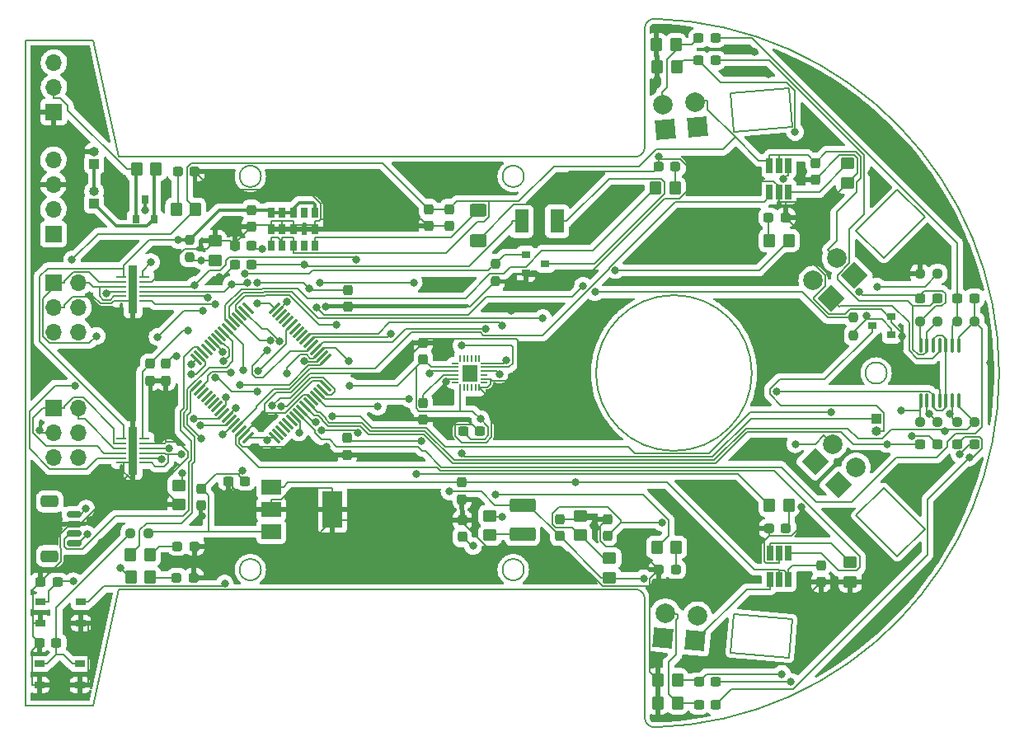
<source format=gtl>
G04 #@! TF.GenerationSoftware,KiCad,Pcbnew,(6.0.7)*
G04 #@! TF.CreationDate,2022-09-24T03:58:47+09:00*
G04 #@! TF.ProjectId,Quatro,51756174-726f-42e6-9b69-6361645f7063,0*
G04 #@! TF.SameCoordinates,Original*
G04 #@! TF.FileFunction,Copper,L1,Top*
G04 #@! TF.FilePolarity,Positive*
%FSLAX46Y46*%
G04 Gerber Fmt 4.6, Leading zero omitted, Abs format (unit mm)*
G04 Created by KiCad (PCBNEW (6.0.7)) date 2022-09-24 03:58:47*
%MOMM*%
%LPD*%
G01*
G04 APERTURE LIST*
G04 Aperture macros list*
%AMRoundRect*
0 Rectangle with rounded corners*
0 $1 Rounding radius*
0 $2 $3 $4 $5 $6 $7 $8 $9 X,Y pos of 4 corners*
0 Add a 4 corners polygon primitive as box body*
4,1,4,$2,$3,$4,$5,$6,$7,$8,$9,$2,$3,0*
0 Add four circle primitives for the rounded corners*
1,1,$1+$1,$2,$3*
1,1,$1+$1,$4,$5*
1,1,$1+$1,$6,$7*
1,1,$1+$1,$8,$9*
0 Add four rect primitives between the rounded corners*
20,1,$1+$1,$2,$3,$4,$5,0*
20,1,$1+$1,$4,$5,$6,$7,0*
20,1,$1+$1,$6,$7,$8,$9,0*
20,1,$1+$1,$8,$9,$2,$3,0*%
%AMHorizOval*
0 Thick line with rounded ends*
0 $1 width*
0 $2 $3 position (X,Y) of the first rounded end (center of the circle)*
0 $4 $5 position (X,Y) of the second rounded end (center of the circle)*
0 Add line between two ends*
20,1,$1,$2,$3,$4,$5,0*
0 Add two circle primitives to create the rounded ends*
1,1,$1,$2,$3*
1,1,$1,$4,$5*%
%AMRotRect*
0 Rectangle, with rotation*
0 The origin of the aperture is its center*
0 $1 length*
0 $2 width*
0 $3 Rotation angle, in degrees counterclockwise*
0 Add horizontal line*
21,1,$1,$2,0,0,$3*%
%AMFreePoly0*
4,1,14,0.088284,0.363284,0.100000,0.335000,0.100000,-0.335000,0.088284,-0.363284,0.060000,-0.375000,0.036569,-0.375000,0.008285,-0.363284,-0.088284,-0.266715,-0.100000,-0.238431,-0.100000,0.335000,-0.088284,0.363284,-0.060000,0.375000,0.060000,0.375000,0.088284,0.363284,0.088284,0.363284,$1*%
%AMFreePoly1*
4,1,14,0.088284,0.363284,0.100000,0.335000,0.100000,-0.238431,0.088284,-0.266715,-0.008285,-0.363284,-0.036569,-0.375000,-0.060000,-0.375000,-0.088284,-0.363284,-0.100000,-0.335000,-0.100000,0.335000,-0.088284,0.363284,-0.060000,0.375000,0.060000,0.375000,0.088284,0.363284,0.088284,0.363284,$1*%
%AMFreePoly2*
4,1,14,0.363284,0.088284,0.375000,0.060000,0.375000,-0.060000,0.363284,-0.088284,0.335000,-0.100000,-0.335000,-0.100000,-0.363284,-0.088284,-0.375000,-0.060000,-0.375000,-0.036569,-0.363284,-0.008285,-0.266715,0.088284,-0.238431,0.100000,0.335000,0.100000,0.363284,0.088284,0.363284,0.088284,$1*%
%AMFreePoly3*
4,1,14,0.363284,0.088284,0.375000,0.060000,0.375000,-0.060000,0.363284,-0.088284,0.335000,-0.100000,-0.238431,-0.100000,-0.266715,-0.088284,-0.363284,0.008285,-0.375000,0.036569,-0.375000,0.060000,-0.363284,0.088284,-0.335000,0.100000,0.335000,0.100000,0.363284,0.088284,0.363284,0.088284,$1*%
%AMFreePoly4*
4,1,14,-0.008285,0.363284,0.088284,0.266715,0.100000,0.238431,0.100000,-0.335000,0.088284,-0.363284,0.060000,-0.375000,-0.060000,-0.375000,-0.088284,-0.363284,-0.100000,-0.335000,-0.100000,0.335000,-0.088284,0.363284,-0.060000,0.375000,-0.036569,0.375000,-0.008285,0.363284,-0.008285,0.363284,$1*%
%AMFreePoly5*
4,1,14,0.088284,0.363284,0.100000,0.335000,0.100000,-0.335000,0.088284,-0.363284,0.060000,-0.375000,-0.060000,-0.375000,-0.088284,-0.363284,-0.100000,-0.335000,-0.100000,0.238431,-0.088284,0.266715,0.008285,0.363284,0.036569,0.375000,0.060000,0.375000,0.088284,0.363284,0.088284,0.363284,$1*%
%AMFreePoly6*
4,1,14,0.363284,0.088284,0.375000,0.060000,0.375000,0.036569,0.363284,0.008285,0.266715,-0.088284,0.238431,-0.100000,-0.335000,-0.100000,-0.363284,-0.088284,-0.375000,-0.060000,-0.375000,0.060000,-0.363284,0.088284,-0.335000,0.100000,0.335000,0.100000,0.363284,0.088284,0.363284,0.088284,$1*%
%AMFreePoly7*
4,1,14,0.266715,0.088284,0.363284,-0.008285,0.375000,-0.036569,0.375000,-0.060000,0.363284,-0.088284,0.335000,-0.100000,-0.335000,-0.100000,-0.363284,-0.088284,-0.375000,-0.060000,-0.375000,0.060000,-0.363284,0.088284,-0.335000,0.100000,0.238431,0.100000,0.266715,0.088284,0.266715,0.088284,$1*%
G04 Aperture macros list end*
G04 #@! TA.AperFunction,Profile*
%ADD10C,0.200000*%
G04 #@! TD*
G04 #@! TA.AperFunction,SMDPad,CuDef*
%ADD11R,1.000000X0.280000*%
G04 #@! TD*
G04 #@! TA.AperFunction,ComponentPad*
%ADD12C,0.600000*%
G04 #@! TD*
G04 #@! TA.AperFunction,SMDPad,CuDef*
%ADD13R,0.900000X5.000000*%
G04 #@! TD*
G04 #@! TA.AperFunction,SMDPad,CuDef*
%ADD14RoundRect,0.249999X-0.625001X0.400001X-0.625001X-0.400001X0.625001X-0.400001X0.625001X0.400001X0*%
G04 #@! TD*
G04 #@! TA.AperFunction,SMDPad,CuDef*
%ADD15RoundRect,0.249999X-0.450001X0.350001X-0.450001X-0.350001X0.450001X-0.350001X0.450001X0.350001X0*%
G04 #@! TD*
G04 #@! TA.AperFunction,SMDPad,CuDef*
%ADD16RoundRect,0.249999X-0.350001X-0.450001X0.350001X-0.450001X0.350001X0.450001X-0.350001X0.450001X0*%
G04 #@! TD*
G04 #@! TA.AperFunction,SMDPad,CuDef*
%ADD17RoundRect,0.249999X0.350001X0.450001X-0.350001X0.450001X-0.350001X-0.450001X0.350001X-0.450001X0*%
G04 #@! TD*
G04 #@! TA.AperFunction,SMDPad,CuDef*
%ADD18RoundRect,0.249999X0.450001X-0.350001X0.450001X0.350001X-0.450001X0.350001X-0.450001X-0.350001X0*%
G04 #@! TD*
G04 #@! TA.AperFunction,SMDPad,CuDef*
%ADD19RoundRect,0.237500X0.250000X0.237500X-0.250000X0.237500X-0.250000X-0.237500X0.250000X-0.237500X0*%
G04 #@! TD*
G04 #@! TA.AperFunction,SMDPad,CuDef*
%ADD20RoundRect,0.237500X-0.250000X-0.237500X0.250000X-0.237500X0.250000X0.237500X-0.250000X0.237500X0*%
G04 #@! TD*
G04 #@! TA.AperFunction,SMDPad,CuDef*
%ADD21RoundRect,0.237500X-0.237500X0.250000X-0.237500X-0.250000X0.237500X-0.250000X0.237500X0.250000X0*%
G04 #@! TD*
G04 #@! TA.AperFunction,SMDPad,CuDef*
%ADD22RoundRect,0.237500X-0.237500X0.300000X-0.237500X-0.300000X0.237500X-0.300000X0.237500X0.300000X0*%
G04 #@! TD*
G04 #@! TA.AperFunction,SMDPad,CuDef*
%ADD23RoundRect,0.237500X0.237500X-0.300000X0.237500X0.300000X-0.237500X0.300000X-0.237500X-0.300000X0*%
G04 #@! TD*
G04 #@! TA.AperFunction,SMDPad,CuDef*
%ADD24RoundRect,0.237500X0.300000X0.237500X-0.300000X0.237500X-0.300000X-0.237500X0.300000X-0.237500X0*%
G04 #@! TD*
G04 #@! TA.AperFunction,SMDPad,CuDef*
%ADD25RoundRect,0.237500X-0.300000X-0.237500X0.300000X-0.237500X0.300000X0.237500X-0.300000X0.237500X0*%
G04 #@! TD*
G04 #@! TA.AperFunction,SMDPad,CuDef*
%ADD26R,1.450000X2.400000*%
G04 #@! TD*
G04 #@! TA.AperFunction,SMDPad,CuDef*
%ADD27R,1.600000X1.750000*%
G04 #@! TD*
G04 #@! TA.AperFunction,SMDPad,CuDef*
%ADD28FreePoly0,270.000000*%
G04 #@! TD*
G04 #@! TA.AperFunction,SMDPad,CuDef*
%ADD29RoundRect,0.050000X-0.325000X0.050000X-0.325000X-0.050000X0.325000X-0.050000X0.325000X0.050000X0*%
G04 #@! TD*
G04 #@! TA.AperFunction,SMDPad,CuDef*
%ADD30FreePoly1,270.000000*%
G04 #@! TD*
G04 #@! TA.AperFunction,SMDPad,CuDef*
%ADD31FreePoly2,270.000000*%
G04 #@! TD*
G04 #@! TA.AperFunction,SMDPad,CuDef*
%ADD32RoundRect,0.050000X-0.050000X0.325000X-0.050000X-0.325000X0.050000X-0.325000X0.050000X0.325000X0*%
G04 #@! TD*
G04 #@! TA.AperFunction,SMDPad,CuDef*
%ADD33FreePoly3,270.000000*%
G04 #@! TD*
G04 #@! TA.AperFunction,SMDPad,CuDef*
%ADD34FreePoly4,270.000000*%
G04 #@! TD*
G04 #@! TA.AperFunction,SMDPad,CuDef*
%ADD35FreePoly5,270.000000*%
G04 #@! TD*
G04 #@! TA.AperFunction,SMDPad,CuDef*
%ADD36FreePoly6,270.000000*%
G04 #@! TD*
G04 #@! TA.AperFunction,SMDPad,CuDef*
%ADD37FreePoly7,270.000000*%
G04 #@! TD*
G04 #@! TA.AperFunction,ComponentPad*
%ADD38R,0.700000X1.100000*%
G04 #@! TD*
G04 #@! TA.AperFunction,ComponentPad*
%ADD39R,0.800000X1.100000*%
G04 #@! TD*
G04 #@! TA.AperFunction,ComponentPad*
%ADD40RotRect,2.000000X2.000000X45.000000*%
G04 #@! TD*
G04 #@! TA.AperFunction,ComponentPad*
%ADD41HorizOval,2.000000X0.000000X0.000000X0.000000X0.000000X0*%
G04 #@! TD*
G04 #@! TA.AperFunction,ComponentPad*
%ADD42RotRect,2.000000X2.000000X135.000000*%
G04 #@! TD*
G04 #@! TA.AperFunction,ComponentPad*
%ADD43HorizOval,2.000000X0.000000X0.000000X0.000000X0.000000X0*%
G04 #@! TD*
G04 #@! TA.AperFunction,ComponentPad*
%ADD44RotRect,2.000000X2.000000X95.000000*%
G04 #@! TD*
G04 #@! TA.AperFunction,ComponentPad*
%ADD45HorizOval,2.000000X0.000000X0.000000X0.000000X0.000000X0*%
G04 #@! TD*
G04 #@! TA.AperFunction,SMDPad,CuDef*
%ADD46RoundRect,0.237500X-0.287500X-0.237500X0.287500X-0.237500X0.287500X0.237500X-0.287500X0.237500X0*%
G04 #@! TD*
G04 #@! TA.AperFunction,SMDPad,CuDef*
%ADD47RoundRect,0.237500X0.287500X0.237500X-0.287500X0.237500X-0.287500X-0.237500X0.287500X-0.237500X0*%
G04 #@! TD*
G04 #@! TA.AperFunction,ComponentPad*
%ADD48RotRect,2.000000X2.000000X85.000000*%
G04 #@! TD*
G04 #@! TA.AperFunction,ComponentPad*
%ADD49HorizOval,2.000000X0.000000X0.000000X0.000000X0.000000X0*%
G04 #@! TD*
G04 #@! TA.AperFunction,SMDPad,CuDef*
%ADD50RoundRect,0.250000X1.075000X-0.462500X1.075000X0.462500X-1.075000X0.462500X-1.075000X-0.462500X0*%
G04 #@! TD*
G04 #@! TA.AperFunction,ComponentPad*
%ADD51R,1.700000X1.700000*%
G04 #@! TD*
G04 #@! TA.AperFunction,ComponentPad*
%ADD52O,1.700000X1.700000*%
G04 #@! TD*
G04 #@! TA.AperFunction,SMDPad,CuDef*
%ADD53R,0.900000X0.800000*%
G04 #@! TD*
G04 #@! TA.AperFunction,ComponentPad*
%ADD54R,1.000000X1.000000*%
G04 #@! TD*
G04 #@! TA.AperFunction,ComponentPad*
%ADD55O,1.000000X1.000000*%
G04 #@! TD*
G04 #@! TA.AperFunction,SMDPad,CuDef*
%ADD56RoundRect,0.150000X0.625000X-0.150000X0.625000X0.150000X-0.625000X0.150000X-0.625000X-0.150000X0*%
G04 #@! TD*
G04 #@! TA.AperFunction,SMDPad,CuDef*
%ADD57RoundRect,0.249999X0.650001X-0.350001X0.650001X0.350001X-0.650001X0.350001X-0.650001X-0.350001X0*%
G04 #@! TD*
G04 #@! TA.AperFunction,SMDPad,CuDef*
%ADD58R,0.800000X0.900000*%
G04 #@! TD*
G04 #@! TA.AperFunction,SMDPad,CuDef*
%ADD59R,1.050000X0.650000*%
G04 #@! TD*
G04 #@! TA.AperFunction,SMDPad,CuDef*
%ADD60R,2.000000X1.500000*%
G04 #@! TD*
G04 #@! TA.AperFunction,SMDPad,CuDef*
%ADD61R,2.000000X3.800000*%
G04 #@! TD*
G04 #@! TA.AperFunction,SMDPad,CuDef*
%ADD62RoundRect,0.075000X0.548008X-0.441942X-0.441942X0.548008X-0.548008X0.441942X0.441942X-0.548008X0*%
G04 #@! TD*
G04 #@! TA.AperFunction,SMDPad,CuDef*
%ADD63RoundRect,0.075000X0.548008X0.441942X0.441942X0.548008X-0.548008X-0.441942X-0.441942X-0.548008X0*%
G04 #@! TD*
G04 #@! TA.AperFunction,SMDPad,CuDef*
%ADD64RoundRect,0.100000X-0.100000X0.637500X-0.100000X-0.637500X0.100000X-0.637500X0.100000X0.637500X0*%
G04 #@! TD*
G04 #@! TA.AperFunction,SMDPad,CuDef*
%ADD65R,0.650000X1.560000*%
G04 #@! TD*
G04 #@! TA.AperFunction,ViaPad*
%ADD66C,0.800000*%
G04 #@! TD*
G04 #@! TA.AperFunction,Conductor*
%ADD67C,0.200000*%
G04 #@! TD*
G04 #@! TA.AperFunction,Conductor*
%ADD68C,0.300000*%
G04 #@! TD*
G04 APERTURE END LIST*
D10*
X180800000Y-94600000D02*
G75*
G03*
X180800000Y-94600000I-8000000J0D01*
G01*
X184962896Y-119873643D02*
X184614273Y-123858422D01*
X178985727Y-119350708D02*
X184962896Y-119873643D01*
X184614273Y-123858422D02*
X178637104Y-123335487D01*
X115800000Y-116800000D02*
X168800000Y-116800000D01*
X115800000Y-72400000D02*
X113200000Y-60400000D01*
X130400000Y-74400000D02*
G75*
G03*
X130400000Y-74400000I-1100000J0D01*
G01*
X170828250Y-58214499D02*
G75*
G03*
X169800000Y-59214127I-28250J-999601D01*
G01*
X198582048Y-78575229D02*
X194339407Y-82817870D01*
X169800000Y-117800000D02*
X169800000Y-129985873D01*
X195753620Y-75746802D02*
X198582048Y-78575229D01*
X168800000Y-72400000D02*
G75*
G03*
X169800000Y-71400000I0J1000000D01*
G01*
X194339407Y-106382130D02*
X198582048Y-110624771D01*
X157400000Y-74400000D02*
G75*
G03*
X157400000Y-74400000I-1100000J0D01*
G01*
X184614273Y-65341578D02*
X184962896Y-69326357D01*
X168800000Y-72400000D02*
X115800000Y-72400000D01*
X191510980Y-79989443D02*
X195753620Y-75746802D01*
X198582048Y-110624771D02*
X195753620Y-113453198D01*
X169800000Y-59214127D02*
X169800000Y-71400000D01*
X170828249Y-130985474D02*
G75*
G03*
X170828249Y-58214526I-1028249J36385474D01*
G01*
X169800000Y-117800000D02*
G75*
G03*
X168800000Y-116800000I-1000000J0D01*
G01*
X191510980Y-109210557D02*
X194339407Y-106382130D01*
X195753620Y-113453198D02*
X191510980Y-109210557D01*
X178637104Y-65864513D02*
X184614273Y-65341578D01*
X106200000Y-128800000D02*
X113200000Y-128800000D01*
X178637104Y-123335487D02*
X178985727Y-119350708D01*
X157400000Y-114800000D02*
G75*
G03*
X157400000Y-114800000I-1100000J0D01*
G01*
X178985727Y-69849292D02*
X178637104Y-65864513D01*
X106200000Y-60400000D02*
X106200000Y-128800000D01*
X130400000Y-114800000D02*
G75*
G03*
X130400000Y-114800000I-1100000J0D01*
G01*
X169800027Y-129985873D02*
G75*
G03*
X170828249Y-130985474I999973J-27D01*
G01*
X113200000Y-60400000D02*
X106200000Y-60400000D01*
X194666000Y-94600000D02*
G75*
G03*
X194666000Y-94600000I-1100000J0D01*
G01*
X194339407Y-82817870D02*
X191510980Y-79989443D01*
X113200000Y-128800000D02*
X115800000Y-116800000D01*
X184962896Y-69326357D02*
X178985727Y-69849292D01*
D11*
X116050000Y-101325000D03*
X116050000Y-101825000D03*
X116050000Y-102325000D03*
X116050000Y-102825000D03*
X116050000Y-103325000D03*
X116050000Y-103825000D03*
X118450000Y-103825000D03*
X118450000Y-103325000D03*
X118450000Y-102825000D03*
X118450000Y-102325000D03*
X118450000Y-101825000D03*
X118450000Y-101325000D03*
D12*
X117250000Y-103575000D03*
D13*
X117250000Y-102575000D03*
D12*
X117250000Y-101575000D03*
X117250000Y-102575000D03*
D11*
X116050000Y-84725000D03*
X116050000Y-85225000D03*
X116050000Y-85725000D03*
X116050000Y-86225000D03*
X116050000Y-86725000D03*
X116050000Y-87225000D03*
X118450000Y-87225000D03*
X118450000Y-86725000D03*
X118450000Y-86225000D03*
X118450000Y-85725000D03*
X118450000Y-85225000D03*
X118450000Y-84725000D03*
D12*
X117250000Y-86975000D03*
D13*
X117250000Y-85975000D03*
D12*
X117250000Y-84975000D03*
X117250000Y-85975000D03*
D14*
X152700000Y-77873400D03*
X152700000Y-80973400D03*
D15*
X190900000Y-114050000D03*
X190900000Y-116050000D03*
D16*
X182600000Y-108180000D03*
X184600000Y-108180000D03*
D17*
X184600000Y-81000000D03*
X182600000Y-81000000D03*
D18*
X166200000Y-115600000D03*
X166200000Y-113600000D03*
D16*
X170900000Y-75600000D03*
X172900000Y-75600000D03*
X117025000Y-115550000D03*
X119025000Y-115550000D03*
D19*
X199892500Y-84400000D03*
X198067500Y-84400000D03*
D17*
X123675000Y-77775000D03*
X121675000Y-77775000D03*
D18*
X163190000Y-111260000D03*
X163190000Y-109260000D03*
D15*
X190650000Y-73075000D03*
X190650000Y-75075000D03*
D20*
X201857500Y-99660000D03*
X203682500Y-99660000D03*
D19*
X199892500Y-99660000D03*
X198067500Y-99660000D03*
D16*
X117000000Y-113275000D03*
X119000000Y-113275000D03*
D21*
X191240000Y-88917500D03*
X191240000Y-90742500D03*
X123050000Y-80912500D03*
X123050000Y-82737500D03*
D15*
X153910000Y-109260000D03*
X153910000Y-111260000D03*
D18*
X125660000Y-83030000D03*
X125660000Y-81030000D03*
D22*
X129400000Y-77837500D03*
X129400000Y-79562500D03*
X147050000Y-97687500D03*
X147050000Y-99412500D03*
D23*
X151075000Y-111437500D03*
X151075000Y-109712500D03*
X165980000Y-111322500D03*
X165980000Y-109597500D03*
D22*
X147600000Y-77760900D03*
X147600000Y-79485900D03*
X151040000Y-105847500D03*
X151040000Y-107572500D03*
D23*
X147050000Y-91487500D03*
X147050000Y-93212500D03*
D24*
X177082500Y-128690000D03*
X175357500Y-128690000D03*
D22*
X149710000Y-77760900D03*
X149710000Y-79485900D03*
D24*
X177082500Y-126330000D03*
X175357500Y-126330000D03*
X129442500Y-81550000D03*
X127717500Y-81550000D03*
X109487500Y-116075000D03*
X107762500Y-116075000D03*
D23*
X161050000Y-111322500D03*
X161050000Y-109597500D03*
D22*
X124270000Y-106457500D03*
X124270000Y-108182500D03*
D25*
X151137500Y-100600000D03*
X152862500Y-100600000D03*
D22*
X119000000Y-93637500D03*
X119000000Y-95362500D03*
X139300000Y-86087500D03*
X139300000Y-87812500D03*
D24*
X128762500Y-105700000D03*
X127037500Y-105700000D03*
D25*
X201907500Y-86930000D03*
X203632500Y-86930000D03*
D26*
X157150000Y-79008400D03*
X160800000Y-79008400D03*
D25*
X201907500Y-101900000D03*
X203632500Y-101900000D03*
D27*
X151820000Y-94600000D03*
D28*
X153320000Y-93600000D03*
D29*
X153320000Y-94000000D03*
X153320000Y-94400000D03*
X153320000Y-94800000D03*
X153320000Y-95200000D03*
D30*
X153320000Y-95600000D03*
D31*
X152820000Y-96100000D03*
D32*
X152420000Y-96100000D03*
X152020000Y-96100000D03*
X151620000Y-96100000D03*
X151220000Y-96100000D03*
D33*
X150820000Y-96100000D03*
D34*
X150320000Y-95600000D03*
D29*
X150320000Y-95200000D03*
X150320000Y-94800000D03*
X150320000Y-94400000D03*
X150320000Y-94000000D03*
D35*
X150320000Y-93600000D03*
D36*
X150820000Y-93100000D03*
D32*
X151220000Y-93100000D03*
X151620000Y-93100000D03*
X152020000Y-93100000D03*
X152420000Y-93100000D03*
D37*
X152820000Y-93100000D03*
D24*
X199842500Y-101900000D03*
X198117500Y-101900000D03*
X199842500Y-86930000D03*
X198117500Y-86930000D03*
D38*
X135950000Y-78100000D03*
X134850000Y-78100000D03*
D39*
X133700000Y-78100000D03*
D38*
X132550000Y-78100000D03*
X131450000Y-78100000D03*
X131450000Y-79800000D03*
X131450000Y-81500000D03*
X132550000Y-81500000D03*
D39*
X133700000Y-81500000D03*
D38*
X134850000Y-81500000D03*
X135950000Y-81500000D03*
X135950000Y-79800000D03*
D39*
X133700000Y-79800000D03*
D38*
X132550000Y-79800000D03*
D40*
X189700000Y-106100000D03*
D41*
X191496051Y-104303949D03*
D24*
X129437500Y-83425000D03*
X127712500Y-83425000D03*
D42*
X188900000Y-86900000D03*
D43*
X187103949Y-85103949D03*
D44*
X171900000Y-69600000D03*
D45*
X171678624Y-67069665D03*
D46*
X171275000Y-114775000D03*
X173025000Y-114775000D03*
D47*
X184275000Y-78600000D03*
X182525000Y-78600000D03*
D48*
X175000000Y-122100000D03*
D49*
X175221376Y-119569665D03*
D47*
X123575000Y-112380000D03*
X121825000Y-112380000D03*
D48*
X171700000Y-121800000D03*
D49*
X171921376Y-119269665D03*
D46*
X182570000Y-110550000D03*
X184320000Y-110550000D03*
X171225000Y-73400000D03*
X172975000Y-73400000D03*
D23*
X120640000Y-95362500D03*
X120640000Y-93637500D03*
D40*
X187300000Y-103700000D03*
D41*
X189096051Y-101903949D03*
D47*
X123500000Y-115600000D03*
X121750000Y-115600000D03*
X123600000Y-73925000D03*
X121850000Y-73925000D03*
D44*
X175200000Y-69300000D03*
D45*
X174978624Y-66769665D03*
D42*
X191300000Y-84600000D03*
D43*
X189503949Y-82803949D03*
D22*
X139250000Y-101287500D03*
X139250000Y-103012500D03*
D17*
X173170000Y-128470000D03*
X171170000Y-128470000D03*
X173075000Y-63175000D03*
X171075000Y-63175000D03*
D50*
X157240000Y-111147500D03*
X157240000Y-108172500D03*
D17*
X173170000Y-126110000D03*
X171170000Y-126110000D03*
D51*
X109100000Y-85300000D03*
D52*
X111640000Y-85300000D03*
X109100000Y-87840000D03*
X111640000Y-87840000D03*
X109100000Y-90380000D03*
X111640000Y-90380000D03*
D53*
X157600000Y-82437500D03*
X157600000Y-84337500D03*
X159600000Y-83387500D03*
D54*
X113275000Y-73125000D03*
D55*
X113275000Y-71855000D03*
D56*
X111225000Y-112100000D03*
X111225000Y-111100000D03*
X111225000Y-110100000D03*
X111225000Y-109100000D03*
D57*
X108700000Y-113400000D03*
X108700000Y-107800000D03*
D54*
X193600000Y-99300000D03*
D55*
X193600000Y-100570000D03*
D53*
X195130000Y-90680000D03*
X195130000Y-88780000D03*
X193130000Y-89730000D03*
D17*
X173025000Y-60900000D03*
X171025000Y-60900000D03*
D58*
X117550000Y-78775000D03*
X119450000Y-78775000D03*
X118500000Y-76775000D03*
D51*
X109100000Y-98200000D03*
D52*
X111640000Y-98200000D03*
X109100000Y-100740000D03*
X111640000Y-100740000D03*
X109100000Y-103280000D03*
X111640000Y-103280000D03*
D51*
X109075000Y-80325000D03*
D52*
X109075000Y-77785000D03*
X109075000Y-75245000D03*
X109075000Y-72705000D03*
D19*
X199892500Y-89290000D03*
X198067500Y-89290000D03*
D20*
X201857500Y-89290000D03*
X203682500Y-89290000D03*
D17*
X119625000Y-73675000D03*
X117625000Y-73675000D03*
D54*
X113250000Y-77200000D03*
D55*
X113250000Y-75930000D03*
D59*
X107750000Y-120275000D03*
X111900000Y-120275000D03*
X107775000Y-118125000D03*
X111900000Y-118125000D03*
D15*
X122000000Y-106120000D03*
X122000000Y-108120000D03*
D59*
X111800000Y-126625000D03*
X107650000Y-126625000D03*
X111800000Y-124475000D03*
X107675000Y-124475000D03*
D24*
X109387500Y-122300000D03*
X107662500Y-122300000D03*
D60*
X131450000Y-106300000D03*
X131450000Y-108600000D03*
X131450000Y-110900000D03*
D61*
X137750000Y-108600000D03*
D51*
X109125000Y-67775000D03*
D52*
X109125000Y-65235000D03*
X109125000Y-62695000D03*
D21*
X154450000Y-83362500D03*
X154450000Y-85187500D03*
D62*
X131771181Y-101244481D03*
X132124734Y-100890928D03*
X132478287Y-100537375D03*
X132831841Y-100183821D03*
X133185394Y-99830268D03*
X133538948Y-99476714D03*
X133892501Y-99123161D03*
X134246054Y-98769608D03*
X134599608Y-98416054D03*
X134953161Y-98062501D03*
X135306714Y-97708948D03*
X135660268Y-97355394D03*
X136013821Y-97001841D03*
X136367375Y-96648287D03*
X136720928Y-96294734D03*
X137074481Y-95941181D03*
D63*
X137074481Y-93218819D03*
X136720928Y-92865266D03*
X136367375Y-92511713D03*
X136013821Y-92158159D03*
X135660268Y-91804606D03*
X135306714Y-91451052D03*
X134953161Y-91097499D03*
X134599608Y-90743946D03*
X134246054Y-90390392D03*
X133892501Y-90036839D03*
X133538948Y-89683286D03*
X133185394Y-89329732D03*
X132831841Y-88976179D03*
X132478287Y-88622625D03*
X132124734Y-88269072D03*
X131771181Y-87915519D03*
D62*
X129048819Y-87915519D03*
X128695266Y-88269072D03*
X128341713Y-88622625D03*
X127988159Y-88976179D03*
X127634606Y-89329732D03*
X127281052Y-89683286D03*
X126927499Y-90036839D03*
X126573946Y-90390392D03*
X126220392Y-90743946D03*
X125866839Y-91097499D03*
X125513286Y-91451052D03*
X125159732Y-91804606D03*
X124806179Y-92158159D03*
X124452625Y-92511713D03*
X124099072Y-92865266D03*
X123745519Y-93218819D03*
D63*
X123745519Y-95941181D03*
X124099072Y-96294734D03*
X124452625Y-96648287D03*
X124806179Y-97001841D03*
X125159732Y-97355394D03*
X125513286Y-97708948D03*
X125866839Y-98062501D03*
X126220392Y-98416054D03*
X126573946Y-98769608D03*
X126927499Y-99123161D03*
X127281052Y-99476714D03*
X127634606Y-99830268D03*
X127988159Y-100183821D03*
X128341713Y-100537375D03*
X128695266Y-100890928D03*
X129048819Y-101244481D03*
D64*
X202030000Y-91737500D03*
X201380000Y-91737500D03*
X200730000Y-91737500D03*
X200080000Y-91737500D03*
X199430000Y-91737500D03*
X198780000Y-91737500D03*
X198130000Y-91737500D03*
X198130000Y-97462500D03*
X198780000Y-97462500D03*
X199430000Y-97462500D03*
X200080000Y-97462500D03*
X200730000Y-97462500D03*
X201380000Y-97462500D03*
X202030000Y-97462500D03*
D16*
X171050000Y-112500000D03*
X173050000Y-112500000D03*
D24*
X177062500Y-62480000D03*
X175337500Y-62480000D03*
X177062500Y-60220000D03*
X175337500Y-60220000D03*
D19*
X118812500Y-111050000D03*
X116987500Y-111050000D03*
D22*
X187300000Y-73012500D03*
X187300000Y-74737500D03*
D65*
X184550000Y-113100000D03*
X183600000Y-113100000D03*
X182650000Y-113100000D03*
X182650000Y-115800000D03*
X183600000Y-115800000D03*
X184550000Y-115800000D03*
D22*
X187900000Y-114362500D03*
X187900000Y-116087500D03*
D65*
X182625000Y-75975000D03*
X183575000Y-75975000D03*
X184525000Y-75975000D03*
X184525000Y-73275000D03*
X183575000Y-73275000D03*
X182625000Y-73275000D03*
D66*
X193125000Y-74075000D03*
X164200000Y-99350000D03*
X182500000Y-63925000D03*
X181100000Y-61625000D03*
X187550000Y-69775000D03*
X197175000Y-104475000D03*
X182025000Y-102125000D03*
X156100000Y-88175000D03*
X149400000Y-85400000D03*
X182300000Y-94025000D03*
X182300000Y-89725000D03*
X114050000Y-112025000D03*
X118500000Y-107650000D03*
X177850000Y-109550000D03*
X176750000Y-107075000D03*
X190300000Y-95250000D03*
X179750000Y-73175000D03*
X176125000Y-78550000D03*
X176000000Y-81850000D03*
X120475000Y-82100000D03*
X120650000Y-75525000D03*
X115850000Y-76825000D03*
X114025000Y-82275000D03*
X114850000Y-94125000D03*
X113700000Y-95100000D03*
X116025000Y-90700000D03*
X147325000Y-114925000D03*
X143450000Y-114825000D03*
X139950000Y-114925000D03*
X143350000Y-111150000D03*
X143550000Y-107825000D03*
X205250000Y-93575000D03*
X170775000Y-81450000D03*
X192950000Y-69750000D03*
X191400000Y-68300000D03*
X189650000Y-66650000D03*
X151075000Y-74625000D03*
X148600000Y-74675000D03*
X159925000Y-92975000D03*
X159925000Y-97700000D03*
X159925000Y-95300000D03*
X196450000Y-117275000D03*
X154875000Y-94750000D03*
X153500000Y-90075000D03*
X155600000Y-93325000D03*
X155125000Y-89700000D03*
X139450000Y-93400000D03*
X139475000Y-95900000D03*
X183341900Y-96467100D03*
X171568700Y-109951300D03*
X123221800Y-94703600D03*
X121707400Y-92873400D03*
X133086600Y-87307200D03*
X130540500Y-81872300D03*
X123221800Y-93696200D03*
X131001500Y-101475600D03*
X122905100Y-90242900D03*
X134813600Y-83425000D03*
X135355600Y-85905800D03*
X130028000Y-85340700D03*
X128462400Y-104645400D03*
X119100800Y-83210300D03*
X152175900Y-112357900D03*
X155183600Y-109350200D03*
X152938500Y-99337700D03*
X133063900Y-94651200D03*
X130015600Y-87465800D03*
X128230000Y-95815000D03*
X122193000Y-102975300D03*
X132460400Y-98040100D03*
X120150600Y-103481100D03*
X120915600Y-102325000D03*
X131503700Y-97978500D03*
X129019400Y-85340700D03*
X127356100Y-85495100D03*
X125658300Y-87544000D03*
X123613400Y-85572600D03*
X124929600Y-86888800D03*
X145622500Y-97247400D03*
X140156200Y-82965400D03*
X131037100Y-92270500D03*
X136466400Y-85298700D03*
X146076700Y-85298700D03*
X150981100Y-91770800D03*
X143690600Y-90605300D03*
X147744100Y-94658800D03*
X122307600Y-104919400D03*
X126491000Y-100886200D03*
X154471300Y-107127200D03*
X140357300Y-100724300D03*
X136592700Y-100498700D03*
X132299400Y-91315800D03*
X138172800Y-89632700D03*
X146389800Y-104957000D03*
X166797400Y-84036000D03*
X163459500Y-85644900D03*
X136125400Y-87899800D03*
X131330200Y-91281300D03*
X128565000Y-94275300D03*
X115953100Y-114652200D03*
X159344000Y-88951600D03*
X164683700Y-86296500D03*
X130118400Y-94391500D03*
X130040400Y-96465400D03*
X125679600Y-95092200D03*
X119780100Y-90894300D03*
X124460900Y-88194300D03*
X124242500Y-83030000D03*
X127309600Y-94587500D03*
X128716500Y-84390300D03*
X192573200Y-88700000D03*
X193664600Y-85730600D03*
X111270700Y-95888600D03*
X124148900Y-99996700D03*
X127846100Y-98160400D03*
X126775200Y-97080100D03*
X123488800Y-99289600D03*
X113497800Y-90789600D03*
X114482700Y-86400300D03*
X112563500Y-111163200D03*
X124265700Y-101333600D03*
X126436900Y-92417100D03*
X126565200Y-93374800D03*
X184012000Y-74625000D03*
X146838500Y-101577300D03*
X149759800Y-106761900D03*
X169687300Y-115691400D03*
X142379800Y-98047100D03*
X121925000Y-80950000D03*
X118475000Y-77850000D03*
X150968600Y-102877100D03*
X111000400Y-82942200D03*
X162680400Y-105847500D03*
X185256500Y-101903900D03*
X183894000Y-125519700D03*
X185238500Y-69834700D03*
X202144200Y-102930100D03*
X200583500Y-100600200D03*
X203129600Y-103277000D03*
X201090700Y-98805800D03*
X194680100Y-101900000D03*
X196157100Y-98441800D03*
X197265700Y-101091400D03*
X199043700Y-98806800D03*
X184830200Y-126330000D03*
X191843800Y-86288900D03*
X188954600Y-98615700D03*
X137685100Y-99043700D03*
X135994400Y-99618900D03*
X134794800Y-93373500D03*
X171075000Y-64453900D03*
X171225000Y-72369800D03*
X137157400Y-102137600D03*
X185856300Y-108377200D03*
X186192100Y-117642900D03*
X126129400Y-84702500D03*
X124353800Y-109278100D03*
X126969100Y-106960000D03*
X196287800Y-84400000D03*
X196220400Y-90820000D03*
X137075800Y-87812500D03*
X107679800Y-100516700D03*
X149389200Y-95461600D03*
X108081900Y-110141500D03*
X134304300Y-100699800D03*
X126677000Y-116226300D03*
X111113900Y-115980900D03*
X112434500Y-108535800D03*
D67*
X117000000Y-103825000D02*
X117250000Y-103575000D01*
X116300000Y-103825000D02*
X117000000Y-103825000D01*
X145225000Y-90075000D02*
X153500000Y-90075000D01*
X143875000Y-91425000D02*
X145225000Y-90075000D01*
X136746980Y-91425000D02*
X143875000Y-91425000D01*
X136013821Y-92158159D02*
X136746980Y-91425000D01*
X182049700Y-77005300D02*
X182625000Y-76430000D01*
X166147100Y-83766700D02*
X172908500Y-77005300D01*
X159326200Y-90724500D02*
X166147100Y-83903600D01*
X152931768Y-90425300D02*
X153230968Y-90724500D01*
X145843970Y-90425300D02*
X152931768Y-90425300D01*
X142112870Y-94156400D02*
X145843970Y-90425300D01*
X166147100Y-83903600D02*
X166147100Y-83766700D01*
X131706800Y-96260200D02*
X133323300Y-96260200D01*
X129951000Y-98016000D02*
X131706800Y-96260200D01*
X129951000Y-98221000D02*
X129951000Y-98016000D01*
X127988200Y-100183800D02*
X129951000Y-98221000D01*
X172908500Y-77005300D02*
X182049700Y-77005300D01*
X182625000Y-76430000D02*
X182625000Y-75975000D01*
X154850500Y-89425500D02*
X155125000Y-89700000D01*
X153230968Y-90724500D02*
X159326200Y-90724500D01*
X143574500Y-89425500D02*
X154850500Y-89425500D01*
X142421956Y-90578044D02*
X143574500Y-89425500D01*
X135427100Y-94156400D02*
X142112870Y-94156400D01*
X135472616Y-90578044D02*
X142421956Y-90578044D01*
X134953161Y-91097499D02*
X135472616Y-90578044D01*
X133323300Y-96260200D02*
X135427100Y-94156400D01*
X154525000Y-94400000D02*
X154875000Y-94750000D01*
X153320000Y-94400000D02*
X154525000Y-94400000D01*
X156525500Y-95399500D02*
X156725000Y-95200000D01*
X154168000Y-95399500D02*
X156525500Y-95399500D01*
X156725000Y-95200000D02*
X156725000Y-91275000D01*
X156725000Y-91275000D02*
X156570500Y-91120500D01*
X153968500Y-95200000D02*
X154168000Y-95399500D01*
X147417000Y-91120500D02*
X147050000Y-91487500D01*
X156570500Y-91120500D02*
X147417000Y-91120500D01*
X155325000Y-93600000D02*
X155600000Y-93325000D01*
X153320000Y-93600000D02*
X155325000Y-93600000D01*
X156095800Y-91770800D02*
X150981100Y-91770800D01*
X156249500Y-93594032D02*
X156249500Y-91924500D01*
X156249500Y-91924500D02*
X156095800Y-91770800D01*
X153320000Y-94000000D02*
X155843532Y-94000000D01*
X155843532Y-94000000D02*
X156249500Y-93594032D01*
X143368355Y-90927545D02*
X143690600Y-90605300D01*
X135830255Y-90927545D02*
X143368355Y-90927545D01*
X135306700Y-91451100D02*
X135830255Y-90927545D01*
X144362500Y-95900000D02*
X146311900Y-93950600D01*
X139475000Y-95900000D02*
X144362500Y-95900000D01*
X138042258Y-91992258D02*
X139450000Y-93400000D01*
X136886830Y-91992258D02*
X138042258Y-91992258D01*
X136367375Y-92511713D02*
X136886830Y-91992258D01*
X117250000Y-85975000D02*
X117250000Y-86975000D01*
X117250000Y-85975000D02*
X117250000Y-84975000D01*
X117000000Y-87225000D02*
X117250000Y-86975000D01*
X116300000Y-87225000D02*
X117000000Y-87225000D01*
X109387500Y-118650000D02*
X109387500Y-122300000D01*
X116987500Y-111050000D02*
X109387500Y-118650000D01*
X107675000Y-124475000D02*
X108450300Y-124475000D01*
X111800000Y-124475000D02*
X111024700Y-124475000D01*
X110087500Y-123537800D02*
X111024700Y-124475000D01*
X109387500Y-123537800D02*
X110087500Y-123537800D01*
X109387500Y-122300000D02*
X109387500Y-123537800D01*
X109387500Y-123537800D02*
X108450300Y-124475000D01*
X200730000Y-97462500D02*
X200730000Y-91737500D01*
X200730000Y-91071100D02*
X200730000Y-91737500D01*
X200370500Y-90711600D02*
X200730000Y-91071100D01*
X199843100Y-90711600D02*
X200370500Y-90711600D01*
X199430000Y-91124700D02*
X199843100Y-90711600D01*
X199430000Y-91737500D02*
X199430000Y-91124700D01*
X199430000Y-98079900D02*
X199430000Y-97462500D01*
X199808100Y-98458000D02*
X199430000Y-98079900D01*
X200348300Y-98458000D02*
X199808100Y-98458000D01*
X200730000Y-98076300D02*
X200348300Y-98458000D01*
X200730000Y-97462500D02*
X200730000Y-98076300D01*
X199048400Y-96467100D02*
X183341900Y-96467100D01*
X199430000Y-96848700D02*
X199048400Y-96467100D01*
X199430000Y-97462500D02*
X199430000Y-96848700D01*
X171568700Y-109951300D02*
X167351200Y-109951300D01*
X167351200Y-109951300D02*
X165980000Y-111322500D01*
X165530000Y-113600000D02*
X166200000Y-113600000D01*
X163190000Y-111260000D02*
X165530000Y-113600000D01*
X167351200Y-109733000D02*
X167351200Y-109951300D01*
X166017800Y-108399600D02*
X167351200Y-109733000D01*
X160988600Y-108399600D02*
X166017800Y-108399600D01*
X160320600Y-109067600D02*
X160988600Y-108399600D01*
X160320600Y-110097600D02*
X160320600Y-109067600D01*
X160683000Y-110460000D02*
X160320600Y-110097600D01*
X162390000Y-110460000D02*
X160683000Y-110460000D01*
X163190000Y-111260000D02*
X162390000Y-110460000D01*
X187925100Y-113100000D02*
X184550000Y-113100000D01*
X189729900Y-114904800D02*
X187925100Y-113100000D01*
X191579300Y-114904800D02*
X189729900Y-114904800D01*
X191908100Y-114576000D02*
X191579300Y-114904800D01*
X191908100Y-113452100D02*
X191908100Y-114576000D01*
X183062700Y-104606700D02*
X191908100Y-113452100D01*
X148766500Y-104606700D02*
X183062700Y-104606700D01*
X148447200Y-104287400D02*
X148766500Y-104606700D01*
X130141300Y-104287400D02*
X148447200Y-104287400D01*
X127777300Y-101923400D02*
X130141300Y-104287400D01*
X127777300Y-101101800D02*
X127777300Y-101923400D01*
X128341700Y-100537400D02*
X127777300Y-101101800D01*
X121404100Y-92873400D02*
X120640000Y-93637500D01*
X121707400Y-92873400D02*
X121404100Y-92873400D01*
X123771600Y-94703600D02*
X123221800Y-94703600D01*
X124655600Y-93819600D02*
X123771600Y-94703600D01*
X124655600Y-93421800D02*
X124655600Y-93819600D01*
X124099100Y-92865300D02*
X124655600Y-93421800D01*
X129764800Y-81872300D02*
X129442500Y-81550000D01*
X130540500Y-81872300D02*
X129764800Y-81872300D01*
X132124700Y-88269100D02*
X133086600Y-87307200D01*
X123268100Y-93696200D02*
X123221800Y-93696200D01*
X123745500Y-93218800D02*
X123268100Y-93696200D01*
X129048800Y-101244500D02*
X131001500Y-101244500D01*
X131001500Y-101244500D02*
X131771200Y-101244500D01*
X131001500Y-101244500D02*
X131001500Y-101475600D01*
X122394600Y-90242900D02*
X119000000Y-93637500D01*
X122905100Y-90242900D02*
X122394600Y-90242900D01*
X125007200Y-107194700D02*
X124270000Y-106457500D01*
X125007200Y-110900000D02*
X125007200Y-107194700D01*
X118962500Y-110900000D02*
X125007200Y-110900000D01*
X118812500Y-111050000D02*
X118962500Y-110900000D01*
X125007200Y-110900000D02*
X131450000Y-110900000D01*
X118200000Y-94437500D02*
X119000000Y-93637500D01*
X118200000Y-101325000D02*
X118200000Y-94437500D01*
X157150000Y-79008400D02*
X156174700Y-79008400D01*
X134813600Y-83425000D02*
X129437500Y-83425000D01*
X125797200Y-104930300D02*
X128177500Y-104930300D01*
X124270000Y-106457500D02*
X125797200Y-104930300D01*
X128177500Y-104930300D02*
X128462400Y-104645400D01*
X118200000Y-84111100D02*
X118200000Y-84725000D01*
X119100800Y-83210300D02*
X118200000Y-84111100D01*
X154000200Y-109350200D02*
X153910000Y-109260000D01*
X155183600Y-109350200D02*
X154000200Y-109350200D01*
X151995400Y-112357900D02*
X152175900Y-112357900D01*
X151075000Y-111437500D02*
X151995400Y-112357900D01*
X153716400Y-100115600D02*
X152938500Y-99337700D01*
X153716400Y-101003800D02*
X153716400Y-100115600D01*
X153337700Y-101382500D02*
X153716400Y-101003800D01*
X151920000Y-101382500D02*
X153337700Y-101382500D01*
X151137500Y-100600000D02*
X151920000Y-101382500D01*
X147837500Y-94000000D02*
X150320000Y-94000000D01*
X147050000Y-93212500D02*
X147837500Y-94000000D01*
X150820000Y-96100000D02*
X150820000Y-98550000D01*
X152150800Y-98550000D02*
X150820000Y-98550000D01*
X152938500Y-99337700D02*
X152150800Y-98550000D01*
X146311900Y-93950600D02*
X147050000Y-93212500D01*
X146311900Y-98223500D02*
X146311900Y-93950600D01*
X146638400Y-98550000D02*
X146311900Y-98223500D01*
X150820000Y-98550000D02*
X146638400Y-98550000D01*
X133063900Y-94087100D02*
X133063900Y-94651200D01*
X134428000Y-92723000D02*
X133063900Y-94087100D01*
X135096100Y-92723000D02*
X134428000Y-92723000D01*
X135456900Y-93083800D02*
X135096100Y-92723000D01*
X135795300Y-93083800D02*
X135456900Y-93083800D01*
X136367400Y-92511700D02*
X135795300Y-93083800D01*
X134790500Y-85340700D02*
X130028000Y-85340700D01*
X135355600Y-85905800D02*
X134790500Y-85340700D01*
X156174700Y-79252200D02*
X156174700Y-79008400D01*
X151811200Y-83615700D02*
X156174700Y-79252200D01*
X135004300Y-83615700D02*
X151811200Y-83615700D01*
X134813600Y-83425000D02*
X135004300Y-83615700D01*
X131321500Y-87465800D02*
X131771200Y-87915500D01*
X130015600Y-87465800D02*
X131321500Y-87465800D01*
X128177500Y-105115000D02*
X128177500Y-104930300D01*
X128762500Y-105700000D02*
X128177500Y-105115000D01*
X135537300Y-86087500D02*
X139300000Y-86087500D01*
X135355600Y-85905800D02*
X135537300Y-86087500D01*
X118200000Y-103825000D02*
X119200300Y-103825000D01*
X119548600Y-104173300D02*
X119200300Y-103825000D01*
X120448500Y-104173300D02*
X119548600Y-104173300D01*
X120847500Y-103774300D02*
X120448500Y-104173300D01*
X120847500Y-102975300D02*
X120847500Y-103774300D01*
X120646300Y-102975300D02*
X120847500Y-102975300D01*
X120496000Y-102825000D02*
X120646300Y-102975300D01*
X118200000Y-102825000D02*
X120496000Y-102825000D01*
X120847500Y-102975300D02*
X122193000Y-102975300D01*
X133273100Y-95815000D02*
X128230000Y-95815000D01*
X135282000Y-93806100D02*
X133273100Y-95815000D01*
X136487200Y-93806100D02*
X135282000Y-93806100D01*
X137074500Y-93218800D02*
X136487200Y-93806100D01*
X119994500Y-103325000D02*
X118200000Y-103325000D01*
X120150600Y-103481100D02*
X119994500Y-103325000D01*
X133029600Y-98040100D02*
X132460400Y-98040100D01*
X135653100Y-95416600D02*
X133029600Y-98040100D01*
X136549900Y-95416600D02*
X135653100Y-95416600D01*
X137074500Y-95941200D02*
X136549900Y-95416600D01*
X118200000Y-102325000D02*
X120915600Y-102325000D01*
X132342300Y-97139900D02*
X131503700Y-97978500D01*
X133434400Y-97139900D02*
X132342300Y-97139900D01*
X135508100Y-95066200D02*
X133434400Y-97139900D01*
X136784200Y-95066200D02*
X135508100Y-95066200D01*
X137979700Y-96261700D02*
X136784200Y-95066200D01*
X137979700Y-96515500D02*
X137979700Y-96261700D01*
X137665100Y-96830100D02*
X137979700Y-96515500D01*
X137256300Y-96830100D02*
X137665100Y-96830100D01*
X136720900Y-96294700D02*
X137256300Y-96830100D01*
X118200000Y-87225000D02*
X119200300Y-87225000D01*
X126626200Y-86225000D02*
X118200000Y-86225000D01*
X127356100Y-85495100D02*
X126626200Y-86225000D01*
X128865000Y-85495100D02*
X129019400Y-85340700D01*
X127356100Y-85495100D02*
X128865000Y-85495100D01*
X119519300Y-87544000D02*
X119200300Y-87225000D01*
X125658300Y-87544000D02*
X119519300Y-87544000D01*
X124765800Y-86725000D02*
X124929600Y-86888800D01*
X118200000Y-86725000D02*
X124765800Y-86725000D01*
X123461000Y-85725000D02*
X123613400Y-85572600D01*
X118200000Y-85725000D02*
X123461000Y-85725000D01*
X125133900Y-84052100D02*
X123613400Y-85572600D01*
X126208900Y-84052100D02*
X125133900Y-84052100D01*
X126760600Y-83500400D02*
X126208900Y-84052100D01*
X126760600Y-83066400D02*
X126760600Y-83500400D01*
X127139500Y-82687500D02*
X126760600Y-83066400D01*
X139878300Y-82687500D02*
X127139500Y-82687500D01*
X140156200Y-82965400D02*
X139878300Y-82687500D01*
X136966500Y-97247400D02*
X145622500Y-97247400D01*
X136367400Y-96648300D02*
X136966500Y-97247400D01*
X146076700Y-85298700D02*
X136466400Y-85298700D01*
X129468000Y-93839600D02*
X131037100Y-92270500D01*
X129468000Y-94685600D02*
X129468000Y-93839600D01*
X129824300Y-95041900D02*
X129468000Y-94685600D01*
X130639300Y-95041900D02*
X129824300Y-95041900D01*
X133356500Y-92324700D02*
X130639300Y-95041900D01*
X135140200Y-92324700D02*
X133356500Y-92324700D01*
X135660300Y-91804600D02*
X135140200Y-92324700D01*
X148002900Y-94400000D02*
X150320000Y-94400000D01*
X147744100Y-94658800D02*
X148002900Y-94400000D01*
X126578700Y-100886200D02*
X127634600Y-99830300D01*
X126491000Y-100886200D02*
X126578700Y-100886200D01*
X122307600Y-105812400D02*
X122307600Y-104919400D01*
X122000000Y-106120000D02*
X122307600Y-105812400D01*
X140131700Y-100498700D02*
X136592700Y-100498700D01*
X140357300Y-100724300D02*
X140131700Y-100498700D01*
X169675600Y-107127200D02*
X154471300Y-107127200D01*
X172232300Y-109683900D02*
X169675600Y-107127200D01*
X172232300Y-111317700D02*
X172232300Y-109683900D01*
X171050000Y-112500000D02*
X172232300Y-111317700D01*
X131047500Y-90063900D02*
X132299400Y-91315800D01*
X130490100Y-90063900D02*
X131047500Y-90063900D01*
X128695300Y-88269100D02*
X130490100Y-90063900D01*
X179377000Y-104957000D02*
X146389800Y-104957000D01*
X182600000Y-108180000D02*
X179377000Y-104957000D01*
X127792100Y-88073000D02*
X128341700Y-88622600D01*
X127792100Y-87649700D02*
X127792100Y-88073000D01*
X128750100Y-86691700D02*
X127792100Y-87649700D01*
X130762500Y-86691700D02*
X128750100Y-86691700D01*
X130859700Y-86594500D02*
X130762500Y-86691700D01*
X133341000Y-86594500D02*
X130859700Y-86594500D01*
X136379200Y-89632700D02*
X133341000Y-86594500D01*
X138172800Y-89632700D02*
X136379200Y-89632700D01*
X181564000Y-84036000D02*
X166797400Y-84036000D01*
X184600000Y-81000000D02*
X181564000Y-84036000D01*
X136826900Y-88601300D02*
X136125400Y-87899800D01*
X151668500Y-88601300D02*
X136826900Y-88601300D01*
X153524500Y-86745300D02*
X151668500Y-88601300D01*
X162359100Y-86745300D02*
X153524500Y-86745300D01*
X163459500Y-85644900D02*
X162359100Y-86745300D01*
X130293300Y-91281300D02*
X127988200Y-88976200D01*
X131330200Y-91281300D02*
X130293300Y-91281300D01*
X126708800Y-89111000D02*
X127281100Y-89683300D01*
X126708800Y-87654900D02*
X126708800Y-89111000D01*
X128372600Y-85991100D02*
X126708800Y-87654900D01*
X130472200Y-85991100D02*
X128372600Y-85991100D01*
X130571900Y-85891400D02*
X130472200Y-85991100D01*
X134167400Y-85891400D02*
X130571900Y-85891400D01*
X135189800Y-86913800D02*
X134167400Y-85891400D01*
X151394200Y-86913800D02*
X135189800Y-86913800D01*
X153909100Y-84398900D02*
X151394200Y-86913800D01*
X155311100Y-84398900D02*
X153909100Y-84398900D01*
X156022900Y-83687100D02*
X155311100Y-84398900D01*
X157622600Y-83687100D02*
X156022900Y-83687100D01*
X159251100Y-82058600D02*
X157622600Y-83687100D01*
X164441400Y-82058600D02*
X159251100Y-82058600D01*
X170900000Y-75600000D02*
X164441400Y-82058600D01*
X116850900Y-115550000D02*
X117025000Y-115550000D01*
X115953100Y-114652200D02*
X116850900Y-115550000D01*
X128565000Y-91674300D02*
X128565000Y-94275300D01*
X126927500Y-90036800D02*
X128565000Y-91674300D01*
X117900000Y-112375000D02*
X117000000Y-113275000D01*
X117900000Y-110767500D02*
X117900000Y-112375000D01*
X118623100Y-110044400D02*
X117900000Y-110767500D01*
X122229200Y-110044400D02*
X118623100Y-110044400D01*
X123351500Y-108922100D02*
X122229200Y-110044400D01*
X123351500Y-103923000D02*
X123351500Y-108922100D01*
X123600900Y-103673600D02*
X123351500Y-103923000D01*
X123600900Y-101194100D02*
X123600900Y-103673600D01*
X122480400Y-100073600D02*
X123600900Y-101194100D01*
X122480400Y-98669200D02*
X122480400Y-100073600D01*
X122830700Y-98318900D02*
X122480400Y-98669200D01*
X122830700Y-96289300D02*
X122830700Y-98318900D01*
X125087500Y-94032500D02*
X122830700Y-96289300D01*
X126839800Y-94032500D02*
X125087500Y-94032500D01*
X127484900Y-93387400D02*
X126839800Y-94032500D01*
X127484900Y-91301400D02*
X127484900Y-93387400D01*
X126573900Y-90390400D02*
X127484900Y-91301400D01*
X188572200Y-88917500D02*
X191240000Y-88917500D01*
X185951200Y-86296500D02*
X188572200Y-88917500D01*
X164683700Y-86296500D02*
X185951200Y-86296500D01*
X127101100Y-88796200D02*
X127634600Y-89329700D01*
X127101100Y-87793500D02*
X127101100Y-88796200D01*
X128553200Y-86341400D02*
X127101100Y-87793500D01*
X130617300Y-86341400D02*
X128553200Y-86341400D01*
X130717000Y-86241700D02*
X130617300Y-86341400D01*
X133547500Y-86241700D02*
X130717000Y-86241700D01*
X136257400Y-88951600D02*
X133547500Y-86241700D01*
X159344000Y-88951600D02*
X136257400Y-88951600D01*
X149873700Y-80699700D02*
X152700000Y-77873400D01*
X135950000Y-80699700D02*
X149873700Y-80699700D01*
X135950000Y-81500000D02*
X135950000Y-80699700D01*
X188919700Y-112069700D02*
X190900000Y-114050000D01*
X182650000Y-112069700D02*
X188919700Y-112069700D01*
X182650000Y-113100000D02*
X182650000Y-112069700D01*
X187750000Y-75975000D02*
X190650000Y-73075000D01*
X184525000Y-75975000D02*
X187750000Y-75975000D01*
X125660000Y-83030000D02*
X124242500Y-83030000D01*
X123342500Y-83030000D02*
X123050000Y-82737500D01*
X124242500Y-83030000D02*
X123342500Y-83030000D01*
X122480100Y-88194300D02*
X124460900Y-88194300D01*
X119780100Y-90894300D02*
X122480100Y-88194300D01*
X125977400Y-95092200D02*
X125679600Y-95092200D01*
X127350600Y-96465400D02*
X125977400Y-95092200D01*
X130040400Y-96465400D02*
X127350600Y-96465400D01*
X132971300Y-90250900D02*
X133538900Y-89683300D01*
X132971300Y-91623100D02*
X132971300Y-90250900D01*
X130202900Y-94391500D02*
X132971300Y-91623100D01*
X130118400Y-94391500D02*
X130202900Y-94391500D01*
X155375000Y-82437500D02*
X157600000Y-82437500D01*
X154450000Y-83362500D02*
X155375000Y-82437500D01*
X153718700Y-84093800D02*
X154450000Y-83362500D01*
X135665800Y-84093800D02*
X153718700Y-84093800D01*
X135369300Y-84390300D02*
X135665800Y-84093800D01*
X128716500Y-84390300D02*
X135369300Y-84390300D01*
X127156100Y-94434000D02*
X127309600Y-94587500D01*
X125382500Y-94434000D02*
X127156100Y-94434000D01*
X124962000Y-94854500D02*
X125382500Y-94434000D01*
X124962000Y-95431800D02*
X124962000Y-94854500D01*
X124099100Y-96294700D02*
X124962000Y-95431800D01*
X160800000Y-79008400D02*
X161775300Y-79008400D01*
X164645200Y-83387500D02*
X159600000Y-83387500D01*
X171806600Y-76226100D02*
X164645200Y-83387500D01*
X171806600Y-74997800D02*
X171806600Y-76226100D01*
X171455500Y-74646700D02*
X171806600Y-74997800D01*
X166137000Y-74646700D02*
X171455500Y-74646700D01*
X161775300Y-79008400D02*
X166137000Y-74646700D01*
X195130000Y-90680000D02*
X195130000Y-90029700D01*
X198561900Y-85730600D02*
X199892500Y-84400000D01*
X193664600Y-85730600D02*
X198561900Y-85730600D01*
X194150500Y-89050200D02*
X192573200Y-89050200D01*
X195130000Y-90029700D02*
X194150500Y-89050200D01*
X191240000Y-90383400D02*
X191240000Y-90742500D01*
X192573200Y-89050200D02*
X191240000Y-90383400D01*
X192573200Y-89050200D02*
X192573200Y-88700000D01*
D68*
X117550000Y-73750000D02*
X117625000Y-73675000D01*
X117550000Y-78775000D02*
X117550000Y-73750000D01*
D67*
X109742100Y-66335300D02*
X109125000Y-66335300D01*
X110564600Y-67157800D02*
X109742100Y-66335300D01*
X110564600Y-67632800D02*
X110564600Y-67157800D01*
X116606800Y-73675000D02*
X110564600Y-67632800D01*
X117625000Y-73675000D02*
X116606800Y-73675000D01*
X109125000Y-65235000D02*
X109125000Y-66335300D01*
X154022500Y-111147500D02*
X153910000Y-111260000D01*
X157240000Y-111147500D02*
X154022500Y-111147500D01*
X110200300Y-98062300D02*
X110200300Y-98200000D01*
X111162900Y-97099700D02*
X110200300Y-98062300D01*
X112120200Y-97099700D02*
X111162900Y-97099700D01*
X115299700Y-100279200D02*
X112120200Y-97099700D01*
X115299700Y-101825000D02*
X115299700Y-100279200D01*
X116300000Y-101825000D02*
X115299700Y-101825000D01*
X109100000Y-98200000D02*
X110200300Y-98200000D01*
X109100000Y-98200000D02*
X107999700Y-98200000D01*
X106991600Y-99208100D02*
X107999700Y-98200000D01*
X106991600Y-100759300D02*
X106991600Y-99208100D01*
X108355800Y-102123500D02*
X106991600Y-100759300D01*
X113598200Y-102123500D02*
X108355800Y-102123500D01*
X114299700Y-102825000D02*
X113598200Y-102123500D01*
X116300000Y-102825000D02*
X114299700Y-102825000D01*
X111640000Y-98200000D02*
X111640000Y-99300300D01*
X116300000Y-102325000D02*
X115387300Y-102325000D01*
X112275000Y-99300300D02*
X111640000Y-99300300D01*
X115299700Y-102325000D02*
X112275000Y-99300300D01*
X115387300Y-102325000D02*
X115299700Y-102325000D01*
X109270000Y-95888600D02*
X111270700Y-95888600D01*
X106641300Y-98517300D02*
X109270000Y-95888600D01*
X106641300Y-102377400D02*
X106641300Y-98517300D01*
X108689200Y-104425300D02*
X106641300Y-102377400D01*
X112477500Y-104425300D02*
X108689200Y-104425300D01*
X113577800Y-103325000D02*
X112477500Y-104425300D01*
X116300000Y-103325000D02*
X113577800Y-103325000D01*
X126761100Y-99996700D02*
X124148900Y-99996700D01*
X127281100Y-99476700D02*
X126761100Y-99996700D01*
X127846100Y-98204600D02*
X127846100Y-98160400D01*
X126927500Y-99123200D02*
X127846100Y-98204600D01*
X126775200Y-97861300D02*
X126775200Y-97080100D01*
X126220400Y-98416100D02*
X126775200Y-97861300D01*
X126053900Y-99289600D02*
X123488800Y-99289600D01*
X126573900Y-98769600D02*
X126053900Y-99289600D01*
X111640000Y-85300000D02*
X112740300Y-85300000D01*
X116300000Y-86725000D02*
X115299700Y-86725000D01*
X113809600Y-86715600D02*
X113809600Y-85725000D01*
X114196200Y-87102200D02*
X113809600Y-86715600D01*
X114922500Y-87102200D02*
X114196200Y-87102200D01*
X115299700Y-86725000D02*
X114922500Y-87102200D01*
X116300000Y-85725000D02*
X113809600Y-85725000D01*
X113165300Y-85725000D02*
X112740300Y-85300000D01*
X113809600Y-85725000D02*
X113165300Y-85725000D01*
X110200300Y-85162300D02*
X110200300Y-85300000D01*
X111162900Y-84199700D02*
X110200300Y-85162300D01*
X112725800Y-84199700D02*
X111162900Y-84199700D01*
X113751100Y-85225000D02*
X112725800Y-84199700D01*
X116300000Y-85225000D02*
X113751100Y-85225000D01*
X109100000Y-85300000D02*
X109650200Y-85300000D01*
X109650200Y-85300000D02*
X110200300Y-85300000D01*
X112764700Y-91522700D02*
X113497800Y-90789600D01*
X108683700Y-91522700D02*
X112764700Y-91522700D01*
X107995900Y-90834900D02*
X108683700Y-91522700D01*
X107995900Y-86954300D02*
X107995900Y-90834900D01*
X109650200Y-85300000D02*
X107995900Y-86954300D01*
X114658000Y-86225000D02*
X116300000Y-86225000D01*
X114482700Y-86400300D02*
X114658000Y-86225000D01*
X110771000Y-111100000D02*
X111225000Y-111100000D01*
X110194200Y-111676800D02*
X110771000Y-111100000D01*
X110194200Y-112442800D02*
X110194200Y-111676800D01*
X110435700Y-112684300D02*
X110194200Y-112442800D01*
X112042400Y-112684300D02*
X110435700Y-112684300D01*
X115411400Y-109315300D02*
X112042400Y-112684300D01*
X122372100Y-109315300D02*
X115411400Y-109315300D01*
X122983400Y-108704000D02*
X122372100Y-109315300D01*
X122983400Y-103795700D02*
X122983400Y-108704000D01*
X123231100Y-103548000D02*
X122983400Y-103795700D01*
X123231100Y-101621400D02*
X123231100Y-103548000D01*
X122130100Y-100520400D02*
X123231100Y-101621400D01*
X122130100Y-98524100D02*
X122130100Y-100520400D01*
X122480400Y-98173800D02*
X122130100Y-98524100D01*
X122480400Y-92982900D02*
X122480400Y-98173800D01*
X123514400Y-91948900D02*
X122480400Y-92982900D01*
X123889800Y-91948900D02*
X123514400Y-91948900D01*
X124452600Y-92511700D02*
X123889800Y-91948900D01*
X123181100Y-96505600D02*
X123745500Y-95941200D01*
X123181100Y-98639200D02*
X123181100Y-96505600D01*
X122830700Y-98989600D02*
X123181100Y-98639200D01*
X122830700Y-99898600D02*
X122830700Y-98989600D01*
X124265700Y-101333600D02*
X122830700Y-99898600D01*
X111626700Y-112100000D02*
X112563500Y-111163200D01*
X111225000Y-112100000D02*
X111626700Y-112100000D01*
X126436900Y-92374700D02*
X126436900Y-92417100D01*
X125513300Y-91451100D02*
X126436900Y-92374700D01*
X127093500Y-92846500D02*
X126565200Y-93374800D01*
X127093500Y-92130000D02*
X127093500Y-92846500D01*
X126581100Y-91617600D02*
X127093500Y-92130000D01*
X126386900Y-91617600D02*
X126581100Y-91617600D01*
X125866800Y-91097500D02*
X126386900Y-91617600D01*
X194350300Y-98684900D02*
X194350300Y-100570000D01*
X193596800Y-97931400D02*
X194350300Y-98684900D01*
X183803600Y-97931400D02*
X193596800Y-97931400D01*
X182654900Y-96782700D02*
X183803600Y-97931400D01*
X182654900Y-96224800D02*
X182654900Y-96782700D01*
X183655000Y-95224700D02*
X182654900Y-96224800D01*
X188285600Y-95224700D02*
X183655000Y-95224700D01*
X193130000Y-90380300D02*
X188285600Y-95224700D01*
X193130000Y-89730000D02*
X193130000Y-90380300D01*
X193600000Y-100570000D02*
X194350300Y-100570000D01*
D68*
X113275000Y-75905000D02*
X113250000Y-75930000D01*
X113275000Y-73125000D02*
X113275000Y-75905000D01*
X119450000Y-73850000D02*
X119625000Y-73675000D01*
X119450000Y-78775000D02*
X119450000Y-73850000D01*
X118700000Y-79525000D02*
X119450000Y-78775000D01*
X115575000Y-79525000D02*
X118700000Y-79525000D01*
X113250000Y-77200000D02*
X115575000Y-79525000D01*
D67*
X173025000Y-112525000D02*
X173025000Y-114775000D01*
X173050000Y-112500000D02*
X173025000Y-112525000D01*
X184600000Y-110270000D02*
X184600000Y-108180000D01*
X184320000Y-110550000D02*
X184600000Y-110270000D01*
X182525000Y-80925000D02*
X182600000Y-81000000D01*
X182525000Y-78600000D02*
X182525000Y-80925000D01*
X172900000Y-73475000D02*
X172900000Y-75600000D01*
X172975000Y-73400000D02*
X172900000Y-73475000D01*
X119075000Y-115600000D02*
X119025000Y-115550000D01*
X121750000Y-115600000D02*
X119075000Y-115600000D01*
X119895000Y-112380000D02*
X119000000Y-113275000D01*
X121825000Y-112380000D02*
X119895000Y-112380000D01*
X121850000Y-77600000D02*
X121675000Y-77775000D01*
X121850000Y-73925000D02*
X121850000Y-77600000D01*
X180269700Y-116830300D02*
X175000000Y-122100000D01*
X182650000Y-116830300D02*
X180269700Y-116830300D01*
X182650000Y-115800000D02*
X182650000Y-116830300D01*
X184331700Y-74305300D02*
X184012000Y-74625000D01*
X184525000Y-74305300D02*
X184331700Y-74305300D01*
X184525000Y-73275000D02*
X184525000Y-74305300D01*
X188900000Y-86900000D02*
X189784100Y-87784100D01*
X166291400Y-115691400D02*
X169687300Y-115691400D01*
X166200000Y-115600000D02*
X166291400Y-115691400D01*
X157900000Y-108172500D02*
X161050000Y-111322500D01*
X157240000Y-108172500D02*
X157900000Y-108172500D01*
X165327500Y-115600000D02*
X166200000Y-115600000D01*
X161050000Y-111322500D02*
X165327500Y-115600000D01*
X189909500Y-87658700D02*
X189784100Y-87784100D01*
X195220900Y-87658700D02*
X189909500Y-87658700D01*
X196960700Y-89398500D02*
X195220900Y-87658700D01*
X196960700Y-92300200D02*
X196960700Y-89398500D01*
X197746500Y-93086000D02*
X196960700Y-92300200D01*
X199345300Y-93086000D02*
X197746500Y-93086000D01*
X200080000Y-92351300D02*
X199345300Y-93086000D01*
X200080000Y-91737500D02*
X200080000Y-92351300D01*
X154419800Y-108172500D02*
X157240000Y-108172500D01*
X153009200Y-106761900D02*
X154419800Y-108172500D01*
X149759800Y-106761900D02*
X153009200Y-106761900D01*
X139539800Y-101577300D02*
X146838500Y-101577300D01*
X139250000Y-101287500D02*
X139539800Y-101577300D01*
X137059100Y-98047100D02*
X136013800Y-97001800D01*
X142379800Y-98047100D02*
X137059100Y-98047100D01*
X147050000Y-96881200D02*
X147050000Y-97687500D01*
X149131200Y-94800000D02*
X147050000Y-96881200D01*
X150320000Y-94800000D02*
X149131200Y-94800000D01*
D68*
X135950000Y-77250000D02*
X135950000Y-78100000D01*
X135775000Y-77075000D02*
X135950000Y-77250000D01*
X134325000Y-77075000D02*
X135775000Y-77075000D01*
X133700000Y-77700000D02*
X134325000Y-77075000D01*
X133700000Y-78100000D02*
X133700000Y-77700000D01*
X131188000Y-77837500D02*
X131450000Y-78100000D01*
X129400000Y-77837500D02*
X131188000Y-77837500D01*
X126125000Y-77837500D02*
X129400000Y-77837500D01*
X123050000Y-80912500D02*
X126125000Y-77837500D01*
X118500000Y-77825000D02*
X118475000Y-77850000D01*
X118500000Y-76775000D02*
X118500000Y-77825000D01*
X123012000Y-80950000D02*
X123050000Y-80912500D01*
X121925000Y-80950000D02*
X123012000Y-80950000D01*
X131450000Y-78100000D02*
X132550000Y-78100000D01*
X132550000Y-78100000D02*
X133700000Y-78100000D01*
D67*
X116300000Y-83590900D02*
X116300000Y-83849300D01*
X118940900Y-80950000D02*
X116300000Y-83590900D01*
X121925000Y-80950000D02*
X118940900Y-80950000D01*
X116300000Y-83849300D02*
X116300000Y-84725000D01*
X151297000Y-103205500D02*
X150968600Y-102877100D01*
X176786600Y-103205500D02*
X151297000Y-103205500D01*
X180692000Y-99300100D02*
X176786600Y-103205500D01*
X192849700Y-99300100D02*
X180692000Y-99300100D01*
X192849700Y-99300000D02*
X192849700Y-99300100D01*
X193600000Y-99300000D02*
X192849700Y-99300000D01*
X108465400Y-83849300D02*
X116300000Y-83849300D01*
X107645600Y-84669100D02*
X108465400Y-83849300D01*
X107645600Y-91343900D02*
X107645600Y-84669100D01*
X116300000Y-99998300D02*
X107645600Y-91343900D01*
X116300000Y-101325000D02*
X116300000Y-99998300D01*
X182625000Y-72244700D02*
X183575000Y-72244700D01*
X183575000Y-73275000D02*
X183575000Y-72332300D01*
X183575000Y-72332300D02*
X183575000Y-72244700D01*
X184957200Y-114362500D02*
X184550000Y-114769700D01*
X187900000Y-114362500D02*
X184957200Y-114362500D01*
X184550000Y-115800000D02*
X184550000Y-115284800D01*
X184550000Y-115284800D02*
X184550000Y-114769700D01*
X183600000Y-115800000D02*
X183600000Y-114857300D01*
X184122500Y-114857300D02*
X183600000Y-114857300D01*
X184550000Y-115284800D02*
X184122500Y-114857300D01*
X182625000Y-73275000D02*
X182625000Y-72759800D01*
X182625000Y-72759800D02*
X182625000Y-72244700D01*
X174978600Y-66769700D02*
X176269400Y-66656700D01*
X131450000Y-106300000D02*
X132700300Y-106300000D01*
X121150400Y-80299600D02*
X123675000Y-77775000D01*
X113643000Y-80299600D02*
X121150400Y-80299600D01*
X111000400Y-82942200D02*
X113643000Y-80299600D01*
X186532200Y-72244700D02*
X187300000Y-73012500D01*
X183575000Y-72244700D02*
X186532200Y-72244700D01*
X189503900Y-82803900D02*
X188619900Y-81919800D01*
X188444900Y-71867600D02*
X187300000Y-73012500D01*
X191499200Y-71867600D02*
X188444900Y-71867600D01*
X191986200Y-72354600D02*
X191499200Y-71867600D01*
X191986200Y-74581800D02*
X191986200Y-72354600D01*
X191601400Y-74966600D02*
X191986200Y-74581800D01*
X191601400Y-75974800D02*
X191601400Y-74966600D01*
X189503900Y-78072300D02*
X191601400Y-75974800D01*
X189503900Y-81035800D02*
X189503900Y-78072300D01*
X188619900Y-81919800D02*
X189503900Y-81035800D01*
X181487900Y-72759800D02*
X179112300Y-70384200D01*
X182625000Y-72759800D02*
X181487900Y-72759800D01*
X176269400Y-67541200D02*
X176269400Y-66656700D01*
X179112300Y-70384100D02*
X176269400Y-67541200D01*
X179112300Y-70384200D02*
X179112300Y-70384100D01*
X133700000Y-80699700D02*
X132550000Y-80699700D01*
X132550000Y-81500000D02*
X132550000Y-81099800D01*
X132550000Y-81099800D02*
X132550000Y-80699700D01*
X132149900Y-80699700D02*
X131450000Y-80699700D01*
X132550000Y-81099800D02*
X132149900Y-80699700D01*
X131450000Y-81500000D02*
X131450000Y-80699700D01*
X133700000Y-81187400D02*
X133700000Y-80699700D01*
X133700000Y-81187400D02*
X133700000Y-81500000D01*
X133700000Y-81500000D02*
X133700000Y-82300300D01*
X153843500Y-78518400D02*
X153843500Y-76954900D01*
X153261200Y-79100700D02*
X153843500Y-78518400D01*
X152578800Y-79100700D02*
X153261200Y-79100700D01*
X149379200Y-82300300D02*
X152578800Y-79100700D01*
X133700000Y-82300300D02*
X149379200Y-82300300D01*
X177850500Y-71646000D02*
X179112300Y-70384200D01*
X170954100Y-71646000D02*
X177850500Y-71646000D01*
X169245800Y-73354300D02*
X170954100Y-71646000D01*
X160481000Y-73354300D02*
X169245800Y-73354300D01*
X156880400Y-76954900D02*
X160481000Y-73354300D01*
X153843500Y-76954900D02*
X156880400Y-76954900D01*
X150516000Y-76954900D02*
X149710000Y-77760900D01*
X153843500Y-76954900D02*
X150516000Y-76954900D01*
X172118600Y-105847500D02*
X162680400Y-105847500D01*
X181040700Y-114769600D02*
X172118600Y-105847500D01*
X183512300Y-114769600D02*
X181040700Y-114769600D01*
X183600000Y-114857300D02*
X183512300Y-114769600D01*
X149710000Y-77760900D02*
X147600000Y-77760900D01*
X122797200Y-76897200D02*
X123675000Y-77775000D01*
X122797200Y-73491800D02*
X122797200Y-76897200D01*
X123239200Y-73049800D02*
X122797200Y-73491800D01*
X142888900Y-73049800D02*
X123239200Y-73049800D01*
X147600000Y-77760900D02*
X142888900Y-73049800D01*
X162680400Y-105847500D02*
X151040000Y-105847500D01*
X133152800Y-105847500D02*
X151040000Y-105847500D01*
X132700300Y-106300000D02*
X133152800Y-105847500D01*
X175137500Y-128470000D02*
X175357500Y-128690000D01*
X173170000Y-128470000D02*
X175137500Y-128470000D01*
X172279400Y-127579400D02*
X173170000Y-128470000D01*
X172279400Y-124281000D02*
X172279400Y-127579400D01*
X173045100Y-123515300D02*
X172279400Y-124281000D01*
X173045100Y-119971200D02*
X173045100Y-123515300D01*
X173212200Y-119804100D02*
X173045100Y-119971200D01*
X173212200Y-119382700D02*
X173212200Y-119804100D01*
X171921400Y-119269700D02*
X173212200Y-119382700D01*
X175137500Y-126110000D02*
X175357500Y-126330000D01*
X173170000Y-126110000D02*
X175137500Y-126110000D01*
X176167800Y-125519700D02*
X175357500Y-126330000D01*
X183894000Y-125519700D02*
X176167800Y-125519700D01*
X189096100Y-101903900D02*
X188212000Y-101019800D01*
X187327900Y-101903900D02*
X185256500Y-101903900D01*
X188212000Y-101019800D02*
X187327900Y-101903900D01*
X173770000Y-62480000D02*
X175337500Y-62480000D01*
X173075000Y-63175000D02*
X173770000Y-62480000D01*
X185238500Y-65606900D02*
X185238500Y-69834700D01*
X184377400Y-64745800D02*
X185238500Y-65606900D01*
X177603300Y-64745800D02*
X184377400Y-64745800D01*
X175337500Y-62480000D02*
X177603300Y-64745800D01*
X171678600Y-67069700D02*
X171565600Y-65778900D01*
X174657500Y-60900000D02*
X173025000Y-60900000D01*
X175337500Y-60220000D02*
X174657500Y-60900000D01*
X171565700Y-65778900D02*
X171565600Y-65778900D01*
X172075000Y-65269600D02*
X171565700Y-65778900D01*
X172075000Y-62382000D02*
X172075000Y-65269600D01*
X173025000Y-61432000D02*
X172075000Y-62382000D01*
X173025000Y-60900000D02*
X173025000Y-61432000D01*
X202030000Y-98007500D02*
X203682500Y-99660000D01*
X202030000Y-97462500D02*
X202030000Y-98007500D01*
X202925900Y-100416600D02*
X200583500Y-100416600D01*
X203682500Y-99660000D02*
X202925900Y-100416600D01*
X200583500Y-100600200D02*
X200583500Y-100416600D01*
X203174300Y-101900000D02*
X202144200Y-102930100D01*
X203632500Y-101900000D02*
X203174300Y-101900000D01*
X195107500Y-100416600D02*
X200583500Y-100416600D01*
X194195400Y-101328700D02*
X195107500Y-100416600D01*
X191691800Y-101328700D02*
X194195400Y-101328700D01*
X190666200Y-100303100D02*
X191691800Y-101328700D01*
X180184400Y-100303100D02*
X190666200Y-100303100D01*
X176931700Y-103555800D02*
X180184400Y-100303100D01*
X150232300Y-103555800D02*
X176931700Y-103555800D01*
X147228100Y-100551600D02*
X150232300Y-103555800D01*
X141620900Y-100551600D02*
X147228100Y-100551600D01*
X140763300Y-99694000D02*
X141620900Y-100551600D01*
X137415800Y-99694000D02*
X140763300Y-99694000D01*
X137034800Y-99313000D02*
X137415800Y-99694000D01*
X137034800Y-99244200D02*
X137034800Y-99313000D01*
X136408900Y-98618300D02*
X137034800Y-99244200D01*
X136216100Y-98618300D02*
X136408900Y-98618300D01*
X135306700Y-97708900D02*
X136216100Y-98618300D01*
X203495900Y-103277000D02*
X203129600Y-103277000D01*
X204438500Y-102334400D02*
X203495900Y-103277000D01*
X204438500Y-101404200D02*
X204438500Y-102334400D01*
X204190300Y-101156000D02*
X204438500Y-101404200D01*
X202651500Y-101156000D02*
X204190300Y-101156000D01*
X201907500Y-101900000D02*
X202651500Y-101156000D01*
X201380000Y-97462500D02*
X201380000Y-98805800D01*
X201380000Y-99182500D02*
X201857500Y-99660000D01*
X201380000Y-98805800D02*
X201380000Y-99182500D01*
X201090700Y-98805800D02*
X201380000Y-98805800D01*
X198832400Y-107574200D02*
X203129600Y-103277000D01*
X198832400Y-113252600D02*
X198832400Y-107574200D01*
X185035200Y-127049800D02*
X198832400Y-113252600D01*
X178722700Y-127049800D02*
X185035200Y-127049800D01*
X177082500Y-128690000D02*
X178722700Y-127049800D01*
X196157100Y-98441800D02*
X198067500Y-98441800D01*
X198067500Y-97525000D02*
X198067500Y-98441800D01*
X198130000Y-97462500D02*
X198067500Y-97525000D01*
X198067500Y-98441800D02*
X198067500Y-99660000D01*
X194680100Y-101900000D02*
X198117500Y-101900000D01*
X191242600Y-101900000D02*
X194680100Y-101900000D01*
X189996000Y-100653400D02*
X191242600Y-101900000D01*
X180329500Y-100653400D02*
X189996000Y-100653400D01*
X177076800Y-103906100D02*
X180329500Y-100653400D01*
X150087200Y-103906100D02*
X177076800Y-103906100D01*
X147083000Y-100901900D02*
X150087200Y-103906100D01*
X141454600Y-100901900D02*
X147083000Y-100901900D01*
X140626700Y-100074000D02*
X141454600Y-100901900D01*
X137300400Y-100074000D02*
X140626700Y-100074000D01*
X136684500Y-99458100D02*
X137300400Y-100074000D01*
X136684500Y-99389300D02*
X136684500Y-99458100D01*
X136263800Y-98968600D02*
X136684500Y-99389300D01*
X135859300Y-98968600D02*
X136263800Y-98968600D01*
X134953200Y-98062500D02*
X135859300Y-98968600D01*
X198780000Y-98543100D02*
X198780000Y-97462500D01*
X199043700Y-98806800D02*
X198780000Y-98543100D01*
X199043700Y-98811200D02*
X199892500Y-99660000D01*
X199043700Y-98806800D02*
X199043700Y-98811200D01*
X199033900Y-101091400D02*
X197265700Y-101091400D01*
X199842500Y-101900000D02*
X199033900Y-101091400D01*
X177082500Y-126330000D02*
X184830200Y-126330000D01*
X198067500Y-91675000D02*
X198067500Y-89290000D01*
X198130000Y-91737500D02*
X198067500Y-91675000D01*
X135802400Y-99618900D02*
X134599600Y-98416100D01*
X135994400Y-99618900D02*
X135802400Y-99618900D01*
X198117500Y-86563500D02*
X198117500Y-86930000D01*
X198483900Y-86197100D02*
X198117500Y-86563500D01*
X200401400Y-86197100D02*
X198483900Y-86197100D01*
X200666000Y-86461700D02*
X200401400Y-86197100D01*
X200666000Y-87358600D02*
X200666000Y-86461700D01*
X200317600Y-87707000D02*
X200666000Y-87358600D01*
X199650500Y-87707000D02*
X200317600Y-87707000D01*
X198067500Y-89290000D02*
X199650500Y-87707000D01*
X192118400Y-86563500D02*
X191843800Y-86288900D01*
X198117500Y-86563500D02*
X192118400Y-86563500D01*
X140608400Y-99043700D02*
X137685100Y-99043700D01*
X141766000Y-100201300D02*
X140608400Y-99043700D01*
X147373200Y-100201300D02*
X141766000Y-100201300D01*
X149320200Y-102148300D02*
X147373200Y-100201300D01*
X168114000Y-102148300D02*
X149320200Y-102148300D01*
X168820900Y-102855200D02*
X168114000Y-102148300D01*
X176393800Y-102855200D02*
X168820900Y-102855200D01*
X180633300Y-98615700D02*
X176393800Y-102855200D01*
X188954600Y-98615700D02*
X180633300Y-98615700D01*
X198780000Y-90402500D02*
X198780000Y-91737500D01*
X199892500Y-89290000D02*
X198780000Y-90402500D01*
X197311100Y-92155200D02*
X197311100Y-87707200D01*
X197891600Y-92735700D02*
X197311100Y-92155200D01*
X198446900Y-92735700D02*
X197891600Y-92735700D01*
X198780000Y-92402600D02*
X198446900Y-92735700D01*
X198780000Y-91737500D02*
X198780000Y-92402600D01*
X199065300Y-87707200D02*
X199842500Y-86930000D01*
X197311100Y-87707200D02*
X199065300Y-87707200D01*
X182607000Y-62480000D02*
X177062500Y-62480000D01*
X192336500Y-72209500D02*
X182607000Y-62480000D01*
X192336500Y-78282300D02*
X192336500Y-72209500D01*
X190818000Y-79800800D02*
X192336500Y-78282300D01*
X190818000Y-83313600D02*
X190818000Y-79800800D01*
X189586900Y-84544700D02*
X190818000Y-83313600D01*
X189586900Y-84951600D02*
X189586900Y-84544700D01*
X191818400Y-87183100D02*
X189586900Y-84951600D01*
X196787000Y-87183100D02*
X191818400Y-87183100D01*
X197311100Y-87707200D02*
X196787000Y-87183100D01*
X201380000Y-89767500D02*
X201857500Y-89290000D01*
X201380000Y-91737500D02*
X201380000Y-89767500D01*
X201907500Y-89240000D02*
X201907500Y-86930000D01*
X201857500Y-89290000D02*
X201907500Y-89240000D01*
X180842400Y-60220000D02*
X177062500Y-60220000D01*
X201907500Y-81285100D02*
X180842400Y-60220000D01*
X201907500Y-86930000D02*
X201907500Y-81285100D01*
X202030000Y-90942500D02*
X203682500Y-89290000D01*
X202030000Y-91737500D02*
X202030000Y-90942500D01*
X203682500Y-86980000D02*
X203632500Y-86930000D01*
X203682500Y-89290000D02*
X203682500Y-86980000D01*
X204445400Y-90052900D02*
X203682500Y-89290000D01*
X204445400Y-100151200D02*
X204445400Y-90052900D01*
X203790900Y-100805700D02*
X204445400Y-100151200D01*
X201713400Y-100805700D02*
X203790900Y-100805700D01*
X200875000Y-101644100D02*
X201713400Y-100805700D01*
X200875000Y-102171200D02*
X200875000Y-101644100D01*
X199807300Y-103238900D02*
X200875000Y-102171200D01*
X195639100Y-103238900D02*
X199807300Y-103238900D01*
X191063200Y-107814800D02*
X195639100Y-103238900D01*
X187394800Y-107814800D02*
X191063200Y-107814800D01*
X183836400Y-104256400D02*
X187394800Y-107814800D01*
X148911600Y-104256400D02*
X183836400Y-104256400D01*
X147255400Y-102600200D02*
X148911600Y-104256400D01*
X146941800Y-102600200D02*
X147255400Y-102600200D01*
X146491600Y-102150000D02*
X146941800Y-102600200D01*
X138147800Y-102150000D02*
X146491600Y-102150000D01*
X137426800Y-101429000D02*
X138147800Y-102150000D01*
X136584400Y-101429000D02*
X137426800Y-101429000D01*
X135914400Y-100759000D02*
X136584400Y-101429000D01*
X135914400Y-100458500D02*
X135914400Y-100759000D01*
X134246100Y-98790200D02*
X135914400Y-100458500D01*
X134246100Y-98769600D02*
X134246100Y-98790200D01*
X190862500Y-116087500D02*
X190900000Y-116050000D01*
X187900000Y-116087500D02*
X190862500Y-116087500D01*
X183600000Y-113100000D02*
X183600000Y-114130300D01*
X191622000Y-74103000D02*
X190650000Y-75075000D01*
X191622000Y-72517700D02*
X191622000Y-74103000D01*
X191327600Y-72223300D02*
X191622000Y-72517700D01*
X189814200Y-72223300D02*
X191327600Y-72223300D01*
X187300000Y-74737500D02*
X189814200Y-72223300D01*
X124865000Y-81825000D02*
X125660000Y-81030000D01*
X122600300Y-81825000D02*
X124865000Y-81825000D01*
X119200300Y-85225000D02*
X122600300Y-81825000D01*
X118200000Y-85225000D02*
X119200300Y-85225000D01*
X109100000Y-87840000D02*
X110200300Y-87840000D01*
X132450300Y-107599700D02*
X131450000Y-107599700D01*
X133600300Y-106449700D02*
X132450300Y-107599700D01*
X137750000Y-106449700D02*
X133600300Y-106449700D01*
X131450000Y-108600000D02*
X131450000Y-108400100D01*
X131450000Y-108400100D02*
X131450000Y-107599700D01*
X106974700Y-121612200D02*
X106974700Y-120275000D01*
X107662500Y-122300000D02*
X106974700Y-121612200D01*
X107650000Y-126625000D02*
X111800000Y-126625000D01*
X106874700Y-123087800D02*
X107662500Y-122300000D01*
X106874700Y-126625000D02*
X106874700Y-123087800D01*
X107650000Y-126625000D02*
X106874700Y-126625000D01*
X112675300Y-126525000D02*
X112575300Y-126625000D01*
X112675300Y-120275000D02*
X112675300Y-126525000D01*
X111900000Y-120275000D02*
X112675300Y-120275000D01*
X111800000Y-126625000D02*
X112575300Y-126625000D01*
X107750000Y-120275000D02*
X107074800Y-120275000D01*
X107074800Y-120275000D02*
X106999600Y-120275000D01*
X106999600Y-120275000D02*
X106974700Y-120275000D01*
X122000000Y-108120000D02*
X119994200Y-106114200D01*
X195130000Y-88780000D02*
X195130000Y-89105100D01*
X195130000Y-89105100D02*
X195130000Y-89430300D01*
X111790000Y-110100000D02*
X116709600Y-105180400D01*
X111225000Y-110100000D02*
X111790000Y-110100000D01*
X117643400Y-106114200D02*
X116709600Y-105180400D01*
X119994200Y-106114200D02*
X117643400Y-106114200D01*
X116300000Y-104770800D02*
X116300000Y-103825000D01*
X116709600Y-105180400D02*
X116300000Y-104770800D01*
X121881500Y-101674700D02*
X120646300Y-101674700D01*
X122869700Y-102662900D02*
X121881500Y-101674700D01*
X122869700Y-103238700D02*
X122869700Y-102662900D01*
X119994200Y-106114200D02*
X122869700Y-103238700D01*
X120496000Y-101825000D02*
X118200000Y-101825000D01*
X120646300Y-101674700D02*
X120496000Y-101825000D01*
X157400300Y-85187500D02*
X157600000Y-84987800D01*
X154450000Y-85187500D02*
X157400300Y-85187500D01*
X171075000Y-60950000D02*
X171075000Y-63175000D01*
X171025000Y-60900000D02*
X171075000Y-60950000D01*
X171075000Y-63175000D02*
X171075000Y-64453900D01*
X171170000Y-126110000D02*
X171170000Y-128470000D01*
X128486900Y-102137600D02*
X137157400Y-102137600D01*
X128173200Y-101823900D02*
X128486900Y-102137600D01*
X128173200Y-101413000D02*
X128173200Y-101823900D01*
X128695300Y-100890900D02*
X128173200Y-101413000D01*
X138032300Y-103012500D02*
X137157400Y-102137600D01*
X139250000Y-103012500D02*
X138032300Y-103012500D01*
X120646300Y-95368800D02*
X120640000Y-95362500D01*
X120646300Y-101674700D02*
X120646300Y-95368800D01*
X171225000Y-72369800D02*
X171225000Y-72611300D01*
X186344600Y-117642900D02*
X187900000Y-116087500D01*
X186192100Y-117642900D02*
X186344600Y-117642900D01*
X182570000Y-111286900D02*
X182570000Y-110550000D01*
X182064900Y-111792000D02*
X182570000Y-111286900D01*
X182064900Y-113973900D02*
X182064900Y-111792000D01*
X182221300Y-114130300D02*
X182064900Y-113973900D01*
X183600000Y-114130300D02*
X182221300Y-114130300D01*
X185856300Y-110282100D02*
X185856300Y-108377200D01*
X184851500Y-111286900D02*
X185856300Y-110282100D01*
X182570000Y-111286900D02*
X184851500Y-111286900D01*
X123500000Y-112455000D02*
X123575000Y-112380000D01*
X123500000Y-115600000D02*
X123500000Y-112455000D01*
X184275000Y-77017500D02*
X184275000Y-78600000D01*
X184262800Y-77005300D02*
X184275000Y-77017500D01*
X183575000Y-77005300D02*
X184262800Y-77005300D01*
X188707500Y-77017500D02*
X190650000Y-75075000D01*
X184275000Y-77017500D02*
X188707500Y-77017500D01*
X183575000Y-75975000D02*
X183575000Y-77005300D01*
X165231100Y-110346400D02*
X165980000Y-109597500D01*
X165231100Y-111869300D02*
X165231100Y-110346400D01*
X165793000Y-112431200D02*
X165231100Y-111869300D01*
X168931200Y-112431200D02*
X165793000Y-112431200D01*
X171275000Y-114775000D02*
X168931200Y-112431200D01*
X126435000Y-84702500D02*
X126129400Y-84702500D01*
X127712500Y-83425000D02*
X126435000Y-84702500D01*
X132550000Y-78999700D02*
X131450000Y-78999700D01*
X132550000Y-79800000D02*
X132550000Y-78999700D01*
X133700000Y-78999700D02*
X132550000Y-78999700D01*
X135950000Y-79399800D02*
X133700000Y-79399800D01*
X133700000Y-79800000D02*
X133700000Y-79399800D01*
X133700000Y-79399800D02*
X133700000Y-78999700D01*
X135950000Y-79800000D02*
X135950000Y-79399800D01*
X135950000Y-79399800D02*
X135950000Y-78999700D01*
X131450000Y-79800000D02*
X131450000Y-79399800D01*
X131450000Y-79399800D02*
X131450000Y-78999700D01*
X137750000Y-107918500D02*
X137750000Y-106449700D01*
X135082500Y-112380000D02*
X137750000Y-109712500D01*
X123575000Y-112380000D02*
X135082500Y-112380000D01*
X137750000Y-109712500D02*
X151075000Y-109712500D01*
X137750000Y-107918500D02*
X137750000Y-108600000D01*
X137750000Y-108600000D02*
X137750000Y-109712500D01*
X157600000Y-84337500D02*
X157600000Y-84662600D01*
X157600000Y-84662600D02*
X157600000Y-84987800D01*
X183575000Y-75432700D02*
X183575000Y-75975000D01*
X183028800Y-74886500D02*
X183575000Y-75432700D01*
X175153300Y-74886500D02*
X183028800Y-74886500D01*
X173459200Y-72611300D02*
X171225000Y-72611300D01*
X175153300Y-74305400D02*
X173459200Y-72611300D01*
X175153300Y-74886500D02*
X175153300Y-74305400D01*
X119000000Y-95362500D02*
X120640000Y-95362500D01*
X124270000Y-109194300D02*
X124353800Y-109278100D01*
X124270000Y-108182500D02*
X124270000Y-109194300D01*
X162852500Y-109597500D02*
X163190000Y-109260000D01*
X161050000Y-109597500D02*
X162852500Y-109597500D01*
X106999600Y-116837900D02*
X107762500Y-116075000D01*
X106999600Y-120275000D02*
X106999600Y-116837900D01*
X153320000Y-95200000D02*
X153968500Y-95200000D01*
X153635000Y-96100000D02*
X152820000Y-96100000D01*
X153968500Y-95766500D02*
X153635000Y-96100000D01*
X153968500Y-95200000D02*
X153968500Y-95766500D01*
X149710000Y-79485900D02*
X147600000Y-79485900D01*
X136550300Y-77227400D02*
X136550300Y-78774600D01*
X135076100Y-75753200D02*
X136550300Y-77227400D01*
X125428200Y-75753200D02*
X135076100Y-75753200D01*
X123600000Y-73925000D02*
X125428200Y-75753200D01*
X136325200Y-78999700D02*
X135950000Y-78999700D01*
X136550300Y-78774600D02*
X136325200Y-78999700D01*
X163527500Y-109597500D02*
X163190000Y-109260000D01*
X165980000Y-109597500D02*
X163527500Y-109597500D01*
X151075000Y-107607500D02*
X151075000Y-109712500D01*
X151040000Y-107572500D02*
X151075000Y-107607500D01*
X165459300Y-116486800D02*
X170348300Y-116486800D01*
X161956000Y-112983500D02*
X165459300Y-116486800D01*
X154124600Y-112983500D02*
X161956000Y-112983500D01*
X151075000Y-109933900D02*
X154124600Y-112983500D01*
X151075000Y-109712500D02*
X151075000Y-109933900D01*
X170348300Y-125288300D02*
X170348300Y-116486800D01*
X171170000Y-126110000D02*
X170348300Y-125288300D01*
X170348300Y-115701700D02*
X171275000Y-114775000D01*
X170348300Y-116486800D02*
X170348300Y-115701700D01*
X152120300Y-99857800D02*
X150334500Y-99857800D01*
X152862500Y-100600000D02*
X152120300Y-99857800D01*
X149889200Y-99412500D02*
X150334500Y-99857800D01*
X147050000Y-99412500D02*
X149889200Y-99412500D01*
X154093600Y-97373600D02*
X152820000Y-96100000D01*
X154093600Y-101185300D02*
X154093600Y-97373600D01*
X153539900Y-101739000D02*
X154093600Y-101185300D01*
X151031600Y-101739000D02*
X153539900Y-101739000D01*
X150334500Y-101041900D02*
X151031600Y-101739000D01*
X150334500Y-99857800D02*
X150334500Y-101041900D01*
X127717500Y-81550000D02*
X127565000Y-81397500D01*
X127197500Y-81030000D02*
X125660000Y-81030000D01*
X127565000Y-81397500D02*
X127197500Y-81030000D01*
X129562700Y-79399800D02*
X129400000Y-79562500D01*
X131450000Y-79399800D02*
X129562700Y-79399800D01*
X129400000Y-79562500D02*
X127565000Y-81397500D01*
X146888700Y-78774600D02*
X136550300Y-78774600D01*
X147600000Y-79485900D02*
X146888700Y-78774600D01*
X186662300Y-80987300D02*
X184275000Y-78600000D01*
X186662300Y-82893100D02*
X186662300Y-80987300D01*
X188354300Y-84585100D02*
X186662300Y-82893100D01*
X188354300Y-85677400D02*
X188354300Y-84585100D01*
X187200900Y-86830800D02*
X188354300Y-85677400D01*
X187200900Y-87050800D02*
X187200900Y-86830800D01*
X188717200Y-88567100D02*
X187200900Y-87050800D01*
X190339000Y-88567100D02*
X188717200Y-88567100D01*
X190862300Y-88043800D02*
X190339000Y-88567100D01*
X194068700Y-88043800D02*
X190862300Y-88043800D01*
X195130000Y-89105100D02*
X194068700Y-88043800D01*
X171225000Y-72611300D02*
X171225000Y-73400000D01*
X156368100Y-77305300D02*
X152700000Y-80973400D01*
X158653900Y-77305300D02*
X156368100Y-77305300D01*
X162082700Y-73876500D02*
X158653900Y-77305300D01*
X170748500Y-73876500D02*
X162082700Y-73876500D01*
X171225000Y-73400000D02*
X170748500Y-73876500D01*
X127549400Y-106379700D02*
X126969100Y-106960000D01*
X129569700Y-108400100D02*
X127549400Y-106379700D01*
X131450000Y-108400100D02*
X129569700Y-108400100D01*
X127352000Y-106014500D02*
X127037500Y-105700000D01*
X127352000Y-106182400D02*
X127352000Y-106014500D01*
X127549400Y-106379700D02*
X127352000Y-106182400D01*
X196220400Y-90520700D02*
X195130000Y-89430300D01*
X196220400Y-90820000D02*
X196220400Y-90520700D01*
X198067500Y-84400000D02*
X196287800Y-84400000D01*
X196220400Y-92482100D02*
X196220400Y-90820000D01*
X200080000Y-96341700D02*
X196220400Y-92482100D01*
X200080000Y-97462500D02*
X200080000Y-96341700D01*
X163865600Y-84662600D02*
X157600000Y-84662600D01*
X171873300Y-76654900D02*
X163865600Y-84662600D01*
X173384900Y-76654900D02*
X171873300Y-76654900D01*
X175153300Y-74886500D02*
X173384900Y-76654900D01*
X151825000Y-87812500D02*
X139300000Y-87812500D01*
X154450000Y-85187500D02*
X151825000Y-87812500D01*
X139300000Y-87812500D02*
X137075800Y-87812500D01*
X115052000Y-87472700D02*
X115299700Y-87225000D01*
X113927200Y-87472700D02*
X115052000Y-87472700D01*
X113188200Y-86733700D02*
X113927200Y-87472700D01*
X111078600Y-86733700D02*
X113188200Y-86733700D01*
X110200300Y-87612000D02*
X111078600Y-86733700D01*
X110200300Y-87840000D02*
X110200300Y-87612000D01*
X116300000Y-87225000D02*
X115299700Y-87225000D01*
X134855500Y-93434200D02*
X134794800Y-93373500D01*
X136152000Y-93434200D02*
X134855500Y-93434200D01*
X136720900Y-92865300D02*
X136152000Y-93434200D01*
X132862500Y-98702600D02*
X130804400Y-98702600D01*
X134753800Y-96811300D02*
X132862500Y-98702600D01*
X135116200Y-96811300D02*
X134753800Y-96811300D01*
X135660300Y-97355400D02*
X135116200Y-96811300D01*
X128695300Y-100811700D02*
X128695300Y-100890900D01*
X130804400Y-98702600D02*
X128695300Y-100811700D01*
X149650800Y-95200000D02*
X150320000Y-95200000D01*
X149389200Y-95461600D02*
X149650800Y-95200000D01*
X130804400Y-97739000D02*
X130804400Y-98702600D01*
X131932800Y-96610600D02*
X130804400Y-97739000D01*
X133468300Y-96610600D02*
X131932800Y-96610600D01*
X135448500Y-94630400D02*
X133468300Y-96610600D01*
X143907100Y-94630400D02*
X135448500Y-94630400D01*
X147050000Y-91487500D02*
X143907100Y-94630400D01*
X108793100Y-110141500D02*
X109777100Y-111125500D01*
X108081900Y-110141500D02*
X108793100Y-110141500D01*
X109777100Y-112547600D02*
X109777100Y-111125500D01*
X109868200Y-112638700D02*
X109777100Y-112547600D01*
X109868200Y-113969300D02*
X109868200Y-112638700D01*
X107762500Y-116075000D02*
X109868200Y-113969300D01*
X110802600Y-110100000D02*
X111225000Y-110100000D01*
X109777100Y-111125500D02*
X110802600Y-110100000D01*
X107903100Y-100740000D02*
X107679800Y-100516700D01*
X109100000Y-100740000D02*
X107903100Y-100740000D01*
X111900000Y-118125000D02*
X112675300Y-118125000D01*
X114279900Y-116520400D02*
X112675300Y-118125000D01*
X126382900Y-116520400D02*
X114279900Y-116520400D01*
X126677000Y-116226300D02*
X126382900Y-116520400D01*
X109581600Y-115980900D02*
X111113900Y-115980900D01*
X109487500Y-116075000D02*
X109581600Y-115980900D01*
X108550300Y-117012200D02*
X109487500Y-116075000D01*
X108550300Y-118125000D02*
X108550300Y-117012200D01*
X107775000Y-118125000D02*
X108550300Y-118125000D01*
X111870300Y-109100000D02*
X112434500Y-108535800D01*
X111225000Y-109100000D02*
X111870300Y-109100000D01*
X134434300Y-100569800D02*
X134304300Y-100699800D01*
X134434300Y-99665000D02*
X134434300Y-100569800D01*
X133892500Y-99123200D02*
X134434300Y-99665000D01*
G04 #@! TA.AperFunction,Conductor*
G36*
X170463016Y-123199295D02*
G01*
X170463023Y-123199260D01*
X170524380Y-123211409D01*
X170527768Y-123211705D01*
X170527772Y-123211706D01*
X172061254Y-123345868D01*
X172127372Y-123371732D01*
X172169011Y-123429235D01*
X172172952Y-123500122D01*
X172139367Y-123560484D01*
X171883166Y-123816685D01*
X171870775Y-123827552D01*
X171845413Y-123847013D01*
X171820926Y-123878925D01*
X171820923Y-123878928D01*
X171802225Y-123903295D01*
X171763078Y-123954313D01*
X171747876Y-123974124D01*
X171686562Y-124122149D01*
X171685484Y-124130336D01*
X171685484Y-124130337D01*
X171684009Y-124141542D01*
X171670900Y-124241114D01*
X171670900Y-124241120D01*
X171665650Y-124281000D01*
X171667259Y-124293218D01*
X171669822Y-124312690D01*
X171670900Y-124329136D01*
X171670900Y-124776000D01*
X171650898Y-124844121D01*
X171597242Y-124890614D01*
X171544900Y-124902000D01*
X171442115Y-124902000D01*
X171426876Y-124906475D01*
X171425671Y-124907865D01*
X171424000Y-124915548D01*
X171424000Y-129659885D01*
X171428475Y-129675124D01*
X171429865Y-129676329D01*
X171437548Y-129678000D01*
X171567098Y-129678000D01*
X171573613Y-129677663D01*
X171669205Y-129667744D01*
X171682604Y-129664850D01*
X171836785Y-129613412D01*
X171849964Y-129607238D01*
X171987810Y-129521937D01*
X171999205Y-129512905D01*
X172080430Y-129431538D01*
X172142712Y-129397459D01*
X172213532Y-129402462D01*
X172258620Y-129431383D01*
X172346697Y-129519306D01*
X172352927Y-129523146D01*
X172484695Y-129604369D01*
X172497261Y-129612115D01*
X172514959Y-129617985D01*
X172658610Y-129665632D01*
X172658612Y-129665632D01*
X172665138Y-129667797D01*
X172671974Y-129668497D01*
X172671977Y-129668498D01*
X172715030Y-129672909D01*
X172769599Y-129678500D01*
X173166912Y-129678500D01*
X173570400Y-129678499D01*
X173676167Y-129667526D01*
X173721918Y-129652262D01*
X173837002Y-129613867D01*
X173837004Y-129613866D01*
X173843946Y-129611550D01*
X173994349Y-129518479D01*
X174119306Y-129393303D01*
X174171286Y-129308976D01*
X174186479Y-129284329D01*
X174239252Y-129236835D01*
X174309323Y-129225412D01*
X174374447Y-129253686D01*
X174400880Y-129284137D01*
X174468884Y-129394031D01*
X174474066Y-129399204D01*
X174586816Y-129511758D01*
X174586821Y-129511762D01*
X174591997Y-129516929D01*
X174598227Y-129520769D01*
X174598228Y-129520770D01*
X174600761Y-129522331D01*
X174740080Y-129608209D01*
X174905191Y-129662974D01*
X174912027Y-129663674D01*
X174912030Y-129663675D01*
X174954295Y-129668005D01*
X175007928Y-129673500D01*
X175707072Y-129673500D01*
X175710318Y-129673163D01*
X175710322Y-129673163D01*
X175804235Y-129663419D01*
X175804239Y-129663418D01*
X175811093Y-129662707D01*
X175817629Y-129660526D01*
X175817631Y-129660526D01*
X175964429Y-129611550D01*
X175976107Y-129607654D01*
X176113988Y-129522331D01*
X176117805Y-129519969D01*
X176117806Y-129519968D01*
X176124031Y-129516116D01*
X176130923Y-129509212D01*
X176132387Y-129508411D01*
X176134938Y-129506389D01*
X176135284Y-129506826D01*
X176193204Y-129475134D01*
X176264024Y-129480137D01*
X176309110Y-129509056D01*
X176311616Y-129511557D01*
X176316997Y-129516929D01*
X176323227Y-129520769D01*
X176323228Y-129520770D01*
X176325761Y-129522331D01*
X176465080Y-129608209D01*
X176482425Y-129613962D01*
X176494554Y-129617985D01*
X176552914Y-129658415D01*
X176580151Y-129723979D01*
X176567618Y-129793861D01*
X176519293Y-129845873D01*
X176477138Y-129861598D01*
X175553658Y-130027288D01*
X175549533Y-130027957D01*
X174792632Y-130137987D01*
X174375503Y-130198625D01*
X174371384Y-130199154D01*
X173769236Y-130266381D01*
X173192299Y-130330793D01*
X173188139Y-130331188D01*
X172005328Y-130423649D01*
X172001156Y-130423905D01*
X171340152Y-130453564D01*
X170860444Y-130475088D01*
X170838944Y-130474213D01*
X170820011Y-130471811D01*
X170811147Y-130473226D01*
X170810190Y-130473241D01*
X170780631Y-130474311D01*
X170729360Y-130469893D01*
X170716672Y-130468799D01*
X170688525Y-130463087D01*
X170609477Y-130437381D01*
X170583355Y-130425445D01*
X170512186Y-130382509D01*
X170489444Y-130364965D01*
X170429850Y-130307029D01*
X170411674Y-130284794D01*
X170366743Y-130214862D01*
X170354073Y-130189085D01*
X170326148Y-130110797D01*
X170319645Y-130082823D01*
X170313317Y-130027653D01*
X170313022Y-130025075D01*
X170312210Y-130009179D01*
X170312310Y-130001034D01*
X170313691Y-129992163D01*
X170309563Y-129960588D01*
X170308500Y-129944254D01*
X170308500Y-129720383D01*
X170328502Y-129652262D01*
X170382158Y-129605769D01*
X170452432Y-129595665D01*
X170487751Y-129606189D01*
X170504419Y-129613962D01*
X170658709Y-129665138D01*
X170672085Y-129668005D01*
X170766437Y-129677672D01*
X170772853Y-129678000D01*
X170897885Y-129678000D01*
X170913124Y-129673525D01*
X170914329Y-129672135D01*
X170916000Y-129664452D01*
X170916000Y-124920115D01*
X170911525Y-124904876D01*
X170910135Y-124903671D01*
X170902452Y-124902000D01*
X170772902Y-124902000D01*
X170766387Y-124902337D01*
X170670795Y-124912256D01*
X170657396Y-124915150D01*
X170503211Y-124966589D01*
X170487951Y-124973738D01*
X170417779Y-124984523D01*
X170352915Y-124955657D01*
X170313954Y-124896306D01*
X170308500Y-124859637D01*
X170308500Y-123321515D01*
X170328502Y-123253394D01*
X170382158Y-123206901D01*
X170452432Y-123196797D01*
X170463016Y-123199295D01*
G37*
G04 #@! TD.AperFunction*
G04 #@! TA.AperFunction,Conductor*
G36*
X115120336Y-117148902D02*
G01*
X115166829Y-117202558D01*
X115176933Y-117272832D01*
X115175358Y-117281581D01*
X113082143Y-126942575D01*
X113048169Y-127004915D01*
X112985886Y-127038992D01*
X112915066Y-127033986D01*
X112858195Y-126991487D01*
X112833329Y-126924987D01*
X112833000Y-126915894D01*
X112833000Y-126897115D01*
X112828525Y-126881876D01*
X112827135Y-126880671D01*
X112819452Y-126879000D01*
X112072115Y-126879000D01*
X112056876Y-126883475D01*
X112055671Y-126884865D01*
X112054000Y-126892548D01*
X112054000Y-127439884D01*
X112058475Y-127455123D01*
X112059865Y-127456328D01*
X112067548Y-127457999D01*
X112369669Y-127457999D01*
X112376490Y-127457629D01*
X112427352Y-127452105D01*
X112442604Y-127448479D01*
X112563054Y-127403324D01*
X112578649Y-127394786D01*
X112680724Y-127318285D01*
X112693285Y-127305724D01*
X112769788Y-127203647D01*
X112775141Y-127193868D01*
X112825399Y-127143721D01*
X112894789Y-127128706D01*
X112961282Y-127153590D01*
X113003766Y-127210473D01*
X113008805Y-127281056D01*
X112811395Y-128192181D01*
X112777421Y-128254521D01*
X112715138Y-128288598D01*
X112688252Y-128291500D01*
X106834500Y-128291500D01*
X106766379Y-128271498D01*
X106719886Y-128217842D01*
X106708500Y-128165500D01*
X106708500Y-127518226D01*
X106728502Y-127450105D01*
X106782158Y-127403612D01*
X106852432Y-127393508D01*
X106878730Y-127400244D01*
X107007394Y-127448478D01*
X107022649Y-127452105D01*
X107073514Y-127457631D01*
X107080328Y-127458000D01*
X107377885Y-127458000D01*
X107393124Y-127453525D01*
X107394329Y-127452135D01*
X107396000Y-127444452D01*
X107396000Y-127439884D01*
X107904000Y-127439884D01*
X107908475Y-127455123D01*
X107909865Y-127456328D01*
X107917548Y-127457999D01*
X108219669Y-127457999D01*
X108226490Y-127457629D01*
X108277352Y-127452105D01*
X108292604Y-127448479D01*
X108413054Y-127403324D01*
X108428649Y-127394786D01*
X108530724Y-127318285D01*
X108543285Y-127305724D01*
X108619786Y-127203649D01*
X108628324Y-127188054D01*
X108673478Y-127067606D01*
X108677105Y-127052351D01*
X108682631Y-127001486D01*
X108683000Y-126994672D01*
X108683000Y-126994669D01*
X110767001Y-126994669D01*
X110767371Y-127001490D01*
X110772895Y-127052352D01*
X110776521Y-127067604D01*
X110821676Y-127188054D01*
X110830214Y-127203649D01*
X110906715Y-127305724D01*
X110919276Y-127318285D01*
X111021351Y-127394786D01*
X111036946Y-127403324D01*
X111157394Y-127448478D01*
X111172649Y-127452105D01*
X111223514Y-127457631D01*
X111230328Y-127458000D01*
X111527885Y-127458000D01*
X111543124Y-127453525D01*
X111544329Y-127452135D01*
X111546000Y-127444452D01*
X111546000Y-126897115D01*
X111541525Y-126881876D01*
X111540135Y-126880671D01*
X111532452Y-126879000D01*
X110785116Y-126879000D01*
X110769877Y-126883475D01*
X110768672Y-126884865D01*
X110767001Y-126892548D01*
X110767001Y-126994669D01*
X108683000Y-126994669D01*
X108683000Y-126897115D01*
X108678525Y-126881876D01*
X108677135Y-126880671D01*
X108669452Y-126879000D01*
X107922115Y-126879000D01*
X107906876Y-126883475D01*
X107905671Y-126884865D01*
X107904000Y-126892548D01*
X107904000Y-127439884D01*
X107396000Y-127439884D01*
X107396000Y-126352885D01*
X107904000Y-126352885D01*
X107908475Y-126368124D01*
X107909865Y-126369329D01*
X107917548Y-126371000D01*
X108664884Y-126371000D01*
X108680123Y-126366525D01*
X108681328Y-126365135D01*
X108682999Y-126357452D01*
X108682999Y-126352885D01*
X110767000Y-126352885D01*
X110771475Y-126368124D01*
X110772865Y-126369329D01*
X110780548Y-126371000D01*
X111527885Y-126371000D01*
X111543124Y-126366525D01*
X111544329Y-126365135D01*
X111546000Y-126357452D01*
X111546000Y-126352885D01*
X112054000Y-126352885D01*
X112058475Y-126368124D01*
X112059865Y-126369329D01*
X112067548Y-126371000D01*
X112814884Y-126371000D01*
X112830123Y-126366525D01*
X112831328Y-126365135D01*
X112832999Y-126357452D01*
X112832999Y-126255331D01*
X112832629Y-126248510D01*
X112827105Y-126197648D01*
X112823479Y-126182396D01*
X112778324Y-126061946D01*
X112769786Y-126046351D01*
X112693285Y-125944276D01*
X112680724Y-125931715D01*
X112578649Y-125855214D01*
X112563054Y-125846676D01*
X112442606Y-125801522D01*
X112427351Y-125797895D01*
X112376486Y-125792369D01*
X112369672Y-125792000D01*
X112072115Y-125792000D01*
X112056876Y-125796475D01*
X112055671Y-125797865D01*
X112054000Y-125805548D01*
X112054000Y-126352885D01*
X111546000Y-126352885D01*
X111546000Y-125810116D01*
X111541525Y-125794877D01*
X111540135Y-125793672D01*
X111532452Y-125792001D01*
X111230331Y-125792001D01*
X111223510Y-125792371D01*
X111172648Y-125797895D01*
X111157396Y-125801521D01*
X111036946Y-125846676D01*
X111021351Y-125855214D01*
X110919276Y-125931715D01*
X110906715Y-125944276D01*
X110830214Y-126046351D01*
X110821676Y-126061946D01*
X110776522Y-126182394D01*
X110772895Y-126197649D01*
X110767369Y-126248514D01*
X110767000Y-126255328D01*
X110767000Y-126352885D01*
X108682999Y-126352885D01*
X108682999Y-126255331D01*
X108682629Y-126248510D01*
X108677105Y-126197648D01*
X108673479Y-126182396D01*
X108628324Y-126061946D01*
X108619786Y-126046351D01*
X108543285Y-125944276D01*
X108530724Y-125931715D01*
X108428649Y-125855214D01*
X108413054Y-125846676D01*
X108292606Y-125801522D01*
X108277351Y-125797895D01*
X108226486Y-125792369D01*
X108219672Y-125792000D01*
X107922115Y-125792000D01*
X107906876Y-125796475D01*
X107905671Y-125797865D01*
X107904000Y-125805548D01*
X107904000Y-126352885D01*
X107396000Y-126352885D01*
X107396000Y-125810116D01*
X107391525Y-125794877D01*
X107390135Y-125793672D01*
X107382452Y-125792001D01*
X107080331Y-125792001D01*
X107073510Y-125792371D01*
X107022648Y-125797895D01*
X107007396Y-125801521D01*
X106878730Y-125849756D01*
X106807923Y-125854939D01*
X106745554Y-125821018D01*
X106711424Y-125758763D01*
X106708500Y-125731774D01*
X106708500Y-125355148D01*
X106728502Y-125287027D01*
X106782158Y-125240534D01*
X106852432Y-125230430D01*
X106895008Y-125244628D01*
X106896116Y-125245234D01*
X106903295Y-125250615D01*
X107039684Y-125301745D01*
X107101866Y-125308500D01*
X108248134Y-125308500D01*
X108310316Y-125301745D01*
X108446705Y-125250615D01*
X108563261Y-125163261D01*
X108602369Y-125111079D01*
X108625605Y-125080076D01*
X108678212Y-125039232D01*
X108680469Y-125038297D01*
X108757176Y-125006524D01*
X108781088Y-124988176D01*
X108852372Y-124933477D01*
X108852375Y-124933474D01*
X108862397Y-124925784D01*
X108884287Y-124908987D01*
X108889649Y-124902000D01*
X108903749Y-124883624D01*
X108914615Y-124871234D01*
X109252800Y-124533049D01*
X109602643Y-124183205D01*
X109664956Y-124149180D01*
X109691739Y-124146300D01*
X109783260Y-124146300D01*
X109851381Y-124166302D01*
X109872355Y-124183204D01*
X110560381Y-124871229D01*
X110571249Y-124883621D01*
X110580983Y-124896306D01*
X110590713Y-124908987D01*
X110597259Y-124914010D01*
X110597262Y-124914013D01*
X110622627Y-124933476D01*
X110622629Y-124933477D01*
X110711272Y-125001496D01*
X110717824Y-125006524D01*
X110794531Y-125038297D01*
X110796788Y-125039232D01*
X110849395Y-125080076D01*
X110872631Y-125111079D01*
X110911739Y-125163261D01*
X111028295Y-125250615D01*
X111164684Y-125301745D01*
X111226866Y-125308500D01*
X112373134Y-125308500D01*
X112435316Y-125301745D01*
X112571705Y-125250615D01*
X112688261Y-125163261D01*
X112775615Y-125046705D01*
X112826745Y-124910316D01*
X112833500Y-124848134D01*
X112833500Y-124101866D01*
X112826745Y-124039684D01*
X112775615Y-123903295D01*
X112688261Y-123786739D01*
X112571705Y-123699385D01*
X112435316Y-123648255D01*
X112373134Y-123641500D01*
X111226866Y-123641500D01*
X111164684Y-123648255D01*
X111157284Y-123651029D01*
X111149600Y-123652856D01*
X111148873Y-123649800D01*
X111092578Y-123653907D01*
X111030091Y-123619843D01*
X110551821Y-123141573D01*
X110540952Y-123129181D01*
X110526513Y-123110363D01*
X110526512Y-123110362D01*
X110521487Y-123103813D01*
X110489575Y-123079326D01*
X110489572Y-123079323D01*
X110402663Y-123012635D01*
X110360797Y-122955298D01*
X110356575Y-122884427D01*
X110364846Y-122860376D01*
X110368209Y-122854920D01*
X110422974Y-122689809D01*
X110433500Y-122587072D01*
X110433500Y-122012928D01*
X110422707Y-121908907D01*
X110383781Y-121792230D01*
X110369972Y-121750841D01*
X110367654Y-121743893D01*
X110276116Y-121595969D01*
X110195225Y-121515219D01*
X110158184Y-121478242D01*
X110158179Y-121478238D01*
X110153003Y-121473071D01*
X110146654Y-121469157D01*
X110055884Y-121413206D01*
X110008391Y-121360434D01*
X109996000Y-121305946D01*
X109996000Y-120644669D01*
X110867001Y-120644669D01*
X110867371Y-120651490D01*
X110872895Y-120702352D01*
X110876521Y-120717604D01*
X110921676Y-120838054D01*
X110930214Y-120853649D01*
X111006715Y-120955724D01*
X111019276Y-120968285D01*
X111121351Y-121044786D01*
X111136946Y-121053324D01*
X111257394Y-121098478D01*
X111272649Y-121102105D01*
X111323514Y-121107631D01*
X111330328Y-121108000D01*
X111627885Y-121108000D01*
X111643124Y-121103525D01*
X111644329Y-121102135D01*
X111646000Y-121094452D01*
X111646000Y-121089884D01*
X112154000Y-121089884D01*
X112158475Y-121105123D01*
X112159865Y-121106328D01*
X112167548Y-121107999D01*
X112469669Y-121107999D01*
X112476490Y-121107629D01*
X112527352Y-121102105D01*
X112542604Y-121098479D01*
X112663054Y-121053324D01*
X112678649Y-121044786D01*
X112780724Y-120968285D01*
X112793285Y-120955724D01*
X112869786Y-120853649D01*
X112878324Y-120838054D01*
X112923478Y-120717606D01*
X112927105Y-120702351D01*
X112932631Y-120651486D01*
X112933000Y-120644672D01*
X112933000Y-120547115D01*
X112928525Y-120531876D01*
X112927135Y-120530671D01*
X112919452Y-120529000D01*
X112172115Y-120529000D01*
X112156876Y-120533475D01*
X112155671Y-120534865D01*
X112154000Y-120542548D01*
X112154000Y-121089884D01*
X111646000Y-121089884D01*
X111646000Y-120547115D01*
X111641525Y-120531876D01*
X111640135Y-120530671D01*
X111632452Y-120529000D01*
X110885116Y-120529000D01*
X110869877Y-120533475D01*
X110868672Y-120534865D01*
X110867001Y-120542548D01*
X110867001Y-120644669D01*
X109996000Y-120644669D01*
X109996000Y-120002885D01*
X110867000Y-120002885D01*
X110871475Y-120018124D01*
X110872865Y-120019329D01*
X110880548Y-120021000D01*
X111627885Y-120021000D01*
X111643124Y-120016525D01*
X111644329Y-120015135D01*
X111646000Y-120007452D01*
X111646000Y-120002885D01*
X112154000Y-120002885D01*
X112158475Y-120018124D01*
X112159865Y-120019329D01*
X112167548Y-120021000D01*
X112914884Y-120021000D01*
X112930123Y-120016525D01*
X112931328Y-120015135D01*
X112932999Y-120007452D01*
X112932999Y-119905331D01*
X112932629Y-119898510D01*
X112927105Y-119847648D01*
X112923479Y-119832396D01*
X112878324Y-119711946D01*
X112869786Y-119696351D01*
X112793285Y-119594276D01*
X112780724Y-119581715D01*
X112678649Y-119505214D01*
X112663054Y-119496676D01*
X112542606Y-119451522D01*
X112527351Y-119447895D01*
X112476486Y-119442369D01*
X112469672Y-119442000D01*
X112172115Y-119442000D01*
X112156876Y-119446475D01*
X112155671Y-119447865D01*
X112154000Y-119455548D01*
X112154000Y-120002885D01*
X111646000Y-120002885D01*
X111646000Y-119460116D01*
X111641525Y-119444877D01*
X111640135Y-119443672D01*
X111632452Y-119442001D01*
X111330331Y-119442001D01*
X111323510Y-119442371D01*
X111272648Y-119447895D01*
X111257396Y-119451521D01*
X111136946Y-119496676D01*
X111121351Y-119505214D01*
X111019276Y-119581715D01*
X111006715Y-119594276D01*
X110930214Y-119696351D01*
X110921676Y-119711946D01*
X110876522Y-119832394D01*
X110872895Y-119847649D01*
X110867369Y-119898514D01*
X110867000Y-119905328D01*
X110867000Y-120002885D01*
X109996000Y-120002885D01*
X109996000Y-118954239D01*
X110016002Y-118886118D01*
X110032905Y-118865144D01*
X110651405Y-118246644D01*
X110713717Y-118212618D01*
X110784532Y-118217683D01*
X110841368Y-118260230D01*
X110866179Y-118326750D01*
X110866500Y-118335739D01*
X110866500Y-118498134D01*
X110873255Y-118560316D01*
X110924385Y-118696705D01*
X111011739Y-118813261D01*
X111128295Y-118900615D01*
X111264684Y-118951745D01*
X111326866Y-118958500D01*
X112473134Y-118958500D01*
X112535316Y-118951745D01*
X112671705Y-118900615D01*
X112788261Y-118813261D01*
X112793722Y-118805974D01*
X112850605Y-118730076D01*
X112903212Y-118689232D01*
X112914725Y-118684463D01*
X112982176Y-118656524D01*
X112997788Y-118644545D01*
X113077372Y-118583477D01*
X113077375Y-118583474D01*
X113102734Y-118564015D01*
X113109287Y-118558987D01*
X113114317Y-118552432D01*
X113128752Y-118533621D01*
X113139619Y-118521230D01*
X114495044Y-117165805D01*
X114557356Y-117131779D01*
X114584139Y-117128900D01*
X115052215Y-117128900D01*
X115120336Y-117148902D01*
G37*
G04 #@! TD.AperFunction*
G04 #@! TA.AperFunction,Conductor*
G36*
X204526679Y-103210936D02*
G01*
X204583515Y-103253483D01*
X204608326Y-103320003D01*
X204605265Y-103357986D01*
X204595215Y-103400487D01*
X204586856Y-103435833D01*
X204585827Y-103439883D01*
X204274659Y-104584746D01*
X204273496Y-104588761D01*
X203924532Y-105722658D01*
X203923237Y-105726631D01*
X203623912Y-106595606D01*
X203537087Y-106847669D01*
X203536843Y-106848376D01*
X203535427Y-106852275D01*
X203173954Y-107798514D01*
X203112048Y-107960567D01*
X203110492Y-107964446D01*
X202650594Y-109058070D01*
X202648910Y-109061896D01*
X202152984Y-110139682D01*
X202151174Y-110143449D01*
X201970715Y-110503669D01*
X201629165Y-111185451D01*
X201619788Y-111204168D01*
X201617859Y-111207865D01*
X201483103Y-111455949D01*
X201051577Y-112250387D01*
X201049522Y-112254026D01*
X200813663Y-112655866D01*
X200449009Y-113277138D01*
X200448971Y-113277202D01*
X200446806Y-113280754D01*
X199988008Y-114006180D01*
X199812624Y-114283488D01*
X199810331Y-114286982D01*
X199143290Y-115268058D01*
X199140883Y-115271475D01*
X198441659Y-116229902D01*
X198439140Y-116233238D01*
X197708488Y-117167977D01*
X197705860Y-117171226D01*
X197451149Y-117475705D01*
X196949701Y-118075130D01*
X196944626Y-118081196D01*
X196941897Y-118084350D01*
X196301563Y-118800153D01*
X196150904Y-118968569D01*
X196148066Y-118971638D01*
X195328162Y-119829154D01*
X195325224Y-119832126D01*
X194477361Y-120661948D01*
X194474326Y-120664822D01*
X193599372Y-121466097D01*
X193596243Y-121468868D01*
X193584339Y-121479065D01*
X192775380Y-122172000D01*
X192695222Y-122240661D01*
X192692003Y-122243327D01*
X191765883Y-122984806D01*
X191762578Y-122987364D01*
X190812349Y-123697740D01*
X190808960Y-123700187D01*
X189835706Y-124378646D01*
X189832238Y-124380979D01*
X188837008Y-125026792D01*
X188833468Y-125029006D01*
X187817360Y-125641457D01*
X187813791Y-125643529D01*
X187562798Y-125783680D01*
X187446635Y-125848544D01*
X187377407Y-125864291D01*
X187310655Y-125840111D01*
X187267572Y-125783680D01*
X187261838Y-125712916D01*
X187296111Y-125649438D01*
X199228634Y-113716915D01*
X199241025Y-113706048D01*
X199259837Y-113691613D01*
X199266387Y-113686587D01*
X199290874Y-113654675D01*
X199290877Y-113654672D01*
X199363923Y-113559476D01*
X199363924Y-113559475D01*
X199370279Y-113544134D01*
X199422078Y-113419079D01*
X199425238Y-113411450D01*
X199432937Y-113352974D01*
X199440900Y-113292485D01*
X199440900Y-113292478D01*
X199445072Y-113260788D01*
X199446150Y-113252600D01*
X199441978Y-113220907D01*
X199440900Y-113204464D01*
X199440900Y-107878439D01*
X199460902Y-107810318D01*
X199477805Y-107789344D01*
X203044744Y-104222405D01*
X203107056Y-104188379D01*
X203133839Y-104185500D01*
X203225087Y-104185500D01*
X203231539Y-104184128D01*
X203231544Y-104184128D01*
X203318488Y-104165647D01*
X203411888Y-104145794D01*
X203417919Y-104143109D01*
X203580322Y-104070803D01*
X203580324Y-104070802D01*
X203586352Y-104068118D01*
X203740853Y-103955866D01*
X203752827Y-103942568D01*
X203864221Y-103818852D01*
X203864222Y-103818851D01*
X203868640Y-103813944D01*
X203919405Y-103726017D01*
X203930548Y-103711495D01*
X203929887Y-103710988D01*
X203949352Y-103685621D01*
X203960219Y-103673230D01*
X204393552Y-103239897D01*
X204455864Y-103205871D01*
X204526679Y-103210936D01*
G37*
G04 #@! TD.AperFunction*
G04 #@! TA.AperFunction,Conductor*
G36*
X191407177Y-108410684D02*
G01*
X191443404Y-108471742D01*
X191440870Y-108542693D01*
X191410413Y-108591997D01*
X191157677Y-108844733D01*
X191157132Y-108845276D01*
X191101779Y-108899957D01*
X191097422Y-108907801D01*
X191097420Y-108907804D01*
X191094409Y-108913226D01*
X191087421Y-108925806D01*
X191078106Y-108940180D01*
X191060364Y-108963852D01*
X191057214Y-108972256D01*
X191051351Y-108987896D01*
X191043520Y-109004846D01*
X191031053Y-109027290D01*
X191024526Y-109056135D01*
X191019618Y-109072544D01*
X191016164Y-109081758D01*
X191009235Y-109100241D01*
X191008301Y-109112815D01*
X191007332Y-109125847D01*
X191004572Y-109144315D01*
X191003978Y-109146943D01*
X190998906Y-109169357D01*
X190999462Y-109178315D01*
X191000737Y-109198863D01*
X191000632Y-109216006D01*
X190999644Y-109229306D01*
X190998441Y-109245498D01*
X191000314Y-109254271D01*
X191000314Y-109254274D01*
X191003802Y-109270613D01*
X191006336Y-109289116D01*
X191007925Y-109314734D01*
X191010972Y-109323175D01*
X191010974Y-109323183D01*
X191017965Y-109342548D01*
X191022675Y-109359027D01*
X191028848Y-109387947D01*
X191041047Y-109410554D01*
X191048668Y-109427593D01*
X191057384Y-109451738D01*
X191062680Y-109458987D01*
X191062683Y-109458993D01*
X191074824Y-109475611D01*
X191083971Y-109490107D01*
X191090257Y-109501756D01*
X191098015Y-109516135D01*
X191104323Y-109522520D01*
X191104324Y-109522522D01*
X191122228Y-109540646D01*
X191122752Y-109541216D01*
X191123405Y-109542109D01*
X191145157Y-109563861D01*
X191145700Y-109564406D01*
X191200380Y-109619758D01*
X191201602Y-109620437D01*
X191202626Y-109621330D01*
X195387876Y-113806582D01*
X195388419Y-113807127D01*
X195443020Y-113862399D01*
X195468877Y-113876761D01*
X195483247Y-113886076D01*
X195499731Y-113898430D01*
X195499735Y-113898432D01*
X195506916Y-113903814D01*
X195515323Y-113906965D01*
X195515322Y-113906965D01*
X195530959Y-113912827D01*
X195547910Y-113920659D01*
X195570353Y-113933125D01*
X195579102Y-113935105D01*
X195579105Y-113935106D01*
X195599187Y-113939650D01*
X195615608Y-113944561D01*
X195634900Y-113951793D01*
X195634902Y-113951794D01*
X195643304Y-113954943D01*
X195664790Y-113956540D01*
X195668910Y-113956846D01*
X195687378Y-113959606D01*
X195703663Y-113963291D01*
X195703666Y-113963291D01*
X195712420Y-113965272D01*
X195741931Y-113963441D01*
X195759069Y-113963546D01*
X195779608Y-113965072D01*
X195779610Y-113965072D01*
X195788561Y-113965737D01*
X195797334Y-113963864D01*
X195797337Y-113963864D01*
X195813676Y-113960376D01*
X195832179Y-113957842D01*
X195848834Y-113956809D01*
X195857797Y-113956253D01*
X195866238Y-113953206D01*
X195866246Y-113953204D01*
X195885611Y-113946213D01*
X195902090Y-113941503D01*
X195910771Y-113939650D01*
X195931010Y-113935330D01*
X195953617Y-113923131D01*
X195970656Y-113915510D01*
X195994801Y-113906794D01*
X196002050Y-113901498D01*
X196002056Y-113901495D01*
X196018674Y-113889354D01*
X196033170Y-113880207D01*
X196051296Y-113870427D01*
X196051298Y-113870426D01*
X196059198Y-113866163D01*
X196066452Y-113858998D01*
X196083709Y-113841950D01*
X196084279Y-113841426D01*
X196085172Y-113840773D01*
X196106924Y-113819021D01*
X196107469Y-113818478D01*
X196160018Y-113766567D01*
X196162821Y-113763798D01*
X196163500Y-113762576D01*
X196164393Y-113761552D01*
X198008805Y-111917141D01*
X198071117Y-111883115D01*
X198141933Y-111888180D01*
X198198768Y-111930727D01*
X198223579Y-111997247D01*
X198223900Y-112006236D01*
X198223900Y-112948361D01*
X198203898Y-113016482D01*
X198186995Y-113037456D01*
X185593922Y-125630529D01*
X185531610Y-125664555D01*
X185460795Y-125659490D01*
X185430769Y-125643372D01*
X185286952Y-125538882D01*
X185280924Y-125536198D01*
X185280922Y-125536197D01*
X185118519Y-125463891D01*
X185118518Y-125463891D01*
X185112488Y-125461206D01*
X185019088Y-125441353D01*
X184932144Y-125422872D01*
X184932139Y-125422872D01*
X184925687Y-125421500D01*
X184908366Y-125421500D01*
X184840245Y-125401498D01*
X184793752Y-125347842D01*
X184787762Y-125329700D01*
X184787542Y-125329772D01*
X184758547Y-125240534D01*
X184728527Y-125148144D01*
X184714282Y-125123470D01*
X184665107Y-125038297D01*
X184633040Y-124982756D01*
X184572168Y-124915150D01*
X184509675Y-124845745D01*
X184509674Y-124845744D01*
X184505253Y-124840834D01*
X184350752Y-124728582D01*
X184344724Y-124725898D01*
X184344722Y-124725897D01*
X184182319Y-124653591D01*
X184182318Y-124653591D01*
X184176288Y-124650906D01*
X184082888Y-124631053D01*
X183995944Y-124612572D01*
X183995939Y-124612572D01*
X183989487Y-124611200D01*
X183798513Y-124611200D01*
X183792061Y-124612572D01*
X183792056Y-124612572D01*
X183705112Y-124631053D01*
X183611712Y-124650906D01*
X183605682Y-124653591D01*
X183605681Y-124653591D01*
X183443278Y-124725897D01*
X183443276Y-124725898D01*
X183437248Y-124728582D01*
X183431907Y-124732462D01*
X183431906Y-124732463D01*
X183304329Y-124825154D01*
X183282747Y-124840834D01*
X183278334Y-124845736D01*
X183278332Y-124845737D01*
X183256926Y-124869511D01*
X183196480Y-124906750D01*
X183163290Y-124911200D01*
X176215936Y-124911200D01*
X176199490Y-124910122D01*
X176175988Y-124907028D01*
X176167800Y-124905950D01*
X176159612Y-124907028D01*
X176127929Y-124911199D01*
X176127920Y-124911200D01*
X176127915Y-124911200D01*
X176008950Y-124926862D01*
X176001323Y-124930021D01*
X176001320Y-124930022D01*
X175939432Y-124955657D01*
X175922238Y-124962779D01*
X175860924Y-124988176D01*
X175854373Y-124993203D01*
X175854371Y-124993204D01*
X175794387Y-125039232D01*
X175765728Y-125061223D01*
X175765725Y-125061226D01*
X175733813Y-125085713D01*
X175728783Y-125092268D01*
X175714348Y-125111079D01*
X175703481Y-125123470D01*
X175517356Y-125309595D01*
X175455044Y-125343621D01*
X175428261Y-125346500D01*
X175007928Y-125346500D01*
X175004682Y-125346837D01*
X175004678Y-125346837D01*
X174910765Y-125356581D01*
X174910761Y-125356582D01*
X174903907Y-125357293D01*
X174897371Y-125359474D01*
X174897369Y-125359474D01*
X174771408Y-125401498D01*
X174738893Y-125412346D01*
X174627145Y-125481498D01*
X174625293Y-125482644D01*
X174558990Y-125501500D01*
X174357538Y-125501500D01*
X174289417Y-125481498D01*
X174242924Y-125427842D01*
X174238015Y-125415377D01*
X174213867Y-125342998D01*
X174213866Y-125342996D01*
X174211550Y-125336054D01*
X174118479Y-125185651D01*
X173993303Y-125060694D01*
X173858902Y-124977848D01*
X173848969Y-124971725D01*
X173848967Y-124971724D01*
X173842739Y-124967885D01*
X173762996Y-124941436D01*
X173681390Y-124914368D01*
X173681388Y-124914368D01*
X173674862Y-124912203D01*
X173668026Y-124911503D01*
X173668023Y-124911502D01*
X173621641Y-124906750D01*
X173570401Y-124901500D01*
X173553409Y-124901500D01*
X173013899Y-124901501D01*
X172945779Y-124881499D01*
X172899286Y-124827843D01*
X172887900Y-124775501D01*
X172887900Y-124585239D01*
X172907902Y-124517118D01*
X172924805Y-124496144D01*
X173441334Y-123979615D01*
X173453725Y-123968748D01*
X173472537Y-123954313D01*
X173479087Y-123949287D01*
X173503574Y-123917375D01*
X173503577Y-123917372D01*
X173576623Y-123822176D01*
X173576624Y-123822175D01*
X173582786Y-123807300D01*
X173634778Y-123681779D01*
X173637938Y-123674150D01*
X173646011Y-123612826D01*
X173674733Y-123547899D01*
X173733998Y-123508807D01*
X173795406Y-123505672D01*
X173824380Y-123511409D01*
X173827768Y-123511705D01*
X173827772Y-123511706D01*
X174772170Y-123594330D01*
X175912671Y-123694111D01*
X175916074Y-123694040D01*
X175916083Y-123694040D01*
X175967302Y-123692967D01*
X175967306Y-123692966D01*
X175975205Y-123692801D01*
X175982814Y-123690684D01*
X175982818Y-123690683D01*
X176106886Y-123656158D01*
X176106888Y-123656157D01*
X176115531Y-123653752D01*
X176124380Y-123648255D01*
X176231629Y-123581628D01*
X176231630Y-123581627D01*
X176239257Y-123576889D01*
X176298500Y-123510746D01*
X176330449Y-123475076D01*
X176330450Y-123475074D01*
X176336437Y-123468390D01*
X176355156Y-123429235D01*
X176395853Y-123344104D01*
X176395853Y-123344103D01*
X176399260Y-123336977D01*
X176411409Y-123275620D01*
X176416582Y-123216499D01*
X176558360Y-121595969D01*
X176572942Y-121429293D01*
X176598806Y-121363176D01*
X176609368Y-121351181D01*
X178217596Y-119742953D01*
X178279908Y-119708927D01*
X178350723Y-119713992D01*
X178407559Y-119756539D01*
X178432370Y-119823059D01*
X178432212Y-119843030D01*
X178131282Y-123282679D01*
X178131212Y-123283446D01*
X178125531Y-123344104D01*
X178123988Y-123360582D01*
X178129605Y-123389612D01*
X178131709Y-123406621D01*
X178133334Y-123436151D01*
X178141886Y-123460368D01*
X178146781Y-123478386D01*
X178151657Y-123503588D01*
X178165201Y-123529886D01*
X178171986Y-123545603D01*
X178181836Y-123573495D01*
X178187081Y-123580780D01*
X178187081Y-123580781D01*
X178196835Y-123594330D01*
X178206592Y-123610252D01*
X178218350Y-123633081D01*
X178224535Y-123639587D01*
X178238729Y-123654519D01*
X178249661Y-123667710D01*
X178266936Y-123691707D01*
X178283687Y-123704771D01*
X178287181Y-123707496D01*
X178301014Y-123720039D01*
X178318705Y-123738649D01*
X178344277Y-123753502D01*
X178358471Y-123763095D01*
X178381794Y-123781284D01*
X178390136Y-123784595D01*
X178405662Y-123790758D01*
X178422455Y-123798912D01*
X178444658Y-123811808D01*
X178453372Y-123813956D01*
X178453376Y-123813958D01*
X178473367Y-123818886D01*
X178489685Y-123824109D01*
X178517176Y-123835021D01*
X178526109Y-123835858D01*
X178526111Y-123835858D01*
X178551452Y-123838231D01*
X178552249Y-123838334D01*
X178553322Y-123838599D01*
X178556288Y-123838858D01*
X178556292Y-123838859D01*
X178584286Y-123841308D01*
X178585053Y-123841378D01*
X178658268Y-123848235D01*
X178658271Y-123848235D01*
X178662200Y-123848603D01*
X178663576Y-123848337D01*
X178664920Y-123848363D01*
X180879926Y-124042151D01*
X184556585Y-124363817D01*
X184561488Y-124364246D01*
X184562255Y-124364316D01*
X184630429Y-124370701D01*
X184630431Y-124370701D01*
X184639369Y-124371538D01*
X184668404Y-124365920D01*
X184685408Y-124363817D01*
X184714937Y-124362192D01*
X184739154Y-124353640D01*
X184757172Y-124348745D01*
X184759022Y-124348387D01*
X184782374Y-124343869D01*
X184808670Y-124330326D01*
X184824387Y-124323541D01*
X184852282Y-124313690D01*
X184873118Y-124298690D01*
X184889042Y-124288932D01*
X184903887Y-124281286D01*
X184903888Y-124281286D01*
X184911867Y-124277176D01*
X184933298Y-124256804D01*
X184946492Y-124245869D01*
X184963209Y-124233834D01*
X184963210Y-124233833D01*
X184970493Y-124228590D01*
X184986285Y-124208341D01*
X184998829Y-124194507D01*
X185010929Y-124183005D01*
X185010930Y-124183004D01*
X185017435Y-124176820D01*
X185032284Y-124151256D01*
X185041880Y-124137057D01*
X185054548Y-124120813D01*
X185054549Y-124120811D01*
X185060070Y-124113732D01*
X185069547Y-124089857D01*
X185077698Y-124073069D01*
X185090594Y-124050868D01*
X185097671Y-124022162D01*
X185102894Y-124005846D01*
X185113808Y-123978350D01*
X185117018Y-123944070D01*
X185117122Y-123943271D01*
X185117385Y-123942204D01*
X185117643Y-123939253D01*
X185117645Y-123939239D01*
X185119588Y-123917026D01*
X185120092Y-123911264D01*
X185120158Y-123910538D01*
X185127389Y-123833327D01*
X185127123Y-123831951D01*
X185127149Y-123830607D01*
X185192400Y-123084781D01*
X185468723Y-119926399D01*
X185468783Y-119925740D01*
X185470695Y-119905331D01*
X185476012Y-119848548D01*
X185470394Y-119819513D01*
X185468291Y-119802507D01*
X185467159Y-119781938D01*
X185466666Y-119772980D01*
X185463679Y-119764520D01*
X185463678Y-119764517D01*
X185458117Y-119748769D01*
X185453222Y-119730752D01*
X185450050Y-119714361D01*
X185450049Y-119714357D01*
X185448343Y-119705542D01*
X185434800Y-119679246D01*
X185428010Y-119663517D01*
X185421153Y-119644098D01*
X185421152Y-119644095D01*
X185418164Y-119635635D01*
X185412923Y-119628355D01*
X185412921Y-119628351D01*
X185403168Y-119614804D01*
X185393407Y-119598876D01*
X185385759Y-119584026D01*
X185381651Y-119576049D01*
X185375468Y-119569545D01*
X185375466Y-119569542D01*
X185361274Y-119554613D01*
X185350335Y-119541414D01*
X185338309Y-119524708D01*
X185338307Y-119524706D01*
X185333064Y-119517423D01*
X185312814Y-119501631D01*
X185298991Y-119489096D01*
X185281295Y-119470481D01*
X185255722Y-119455627D01*
X185241521Y-119446030D01*
X185236355Y-119442001D01*
X185218206Y-119427847D01*
X185209864Y-119424536D01*
X185209861Y-119424534D01*
X185194346Y-119418376D01*
X185177547Y-119410219D01*
X185163106Y-119401831D01*
X185163105Y-119401831D01*
X185155343Y-119397322D01*
X185146629Y-119395174D01*
X185146625Y-119395172D01*
X185126630Y-119390243D01*
X185110316Y-119385022D01*
X185082824Y-119374109D01*
X185073891Y-119373272D01*
X185073889Y-119373272D01*
X185048548Y-119370899D01*
X185047751Y-119370796D01*
X185046678Y-119370531D01*
X185043712Y-119370272D01*
X185043708Y-119370271D01*
X185015714Y-119367822D01*
X185014947Y-119367752D01*
X184941732Y-119360895D01*
X184941729Y-119360895D01*
X184937800Y-119360527D01*
X184936424Y-119360793D01*
X184935080Y-119360767D01*
X179378637Y-118874641D01*
X179312519Y-118848777D01*
X179270880Y-118791274D01*
X179266939Y-118720387D01*
X179300524Y-118660025D01*
X180484844Y-117475705D01*
X180547156Y-117441679D01*
X180573939Y-117438800D01*
X182601857Y-117438800D01*
X182618303Y-117439878D01*
X182650000Y-117444051D01*
X182658188Y-117442973D01*
X182689885Y-117438800D01*
X182800662Y-117424216D01*
X182808850Y-117423138D01*
X182956875Y-117361824D01*
X183036104Y-117301029D01*
X183077434Y-117269316D01*
X183077437Y-117269313D01*
X183083987Y-117264287D01*
X183181049Y-117137795D01*
X183238387Y-117095928D01*
X183281011Y-117088500D01*
X183973134Y-117088500D01*
X184035316Y-117081745D01*
X184042715Y-117078971D01*
X184045854Y-117078225D01*
X184104146Y-117078225D01*
X184107285Y-117078971D01*
X184114684Y-117081745D01*
X184176866Y-117088500D01*
X184923134Y-117088500D01*
X184985316Y-117081745D01*
X185121705Y-117030615D01*
X185238261Y-116943261D01*
X185325615Y-116826705D01*
X185376745Y-116690316D01*
X185383500Y-116628134D01*
X185383500Y-116433766D01*
X186917000Y-116433766D01*
X186917337Y-116440282D01*
X186927075Y-116534132D01*
X186929968Y-116547528D01*
X186980488Y-116698953D01*
X186986653Y-116712115D01*
X187070426Y-116847492D01*
X187079460Y-116858890D01*
X187192129Y-116971363D01*
X187203540Y-116980375D01*
X187339063Y-117063912D01*
X187352241Y-117070056D01*
X187503766Y-117120315D01*
X187517132Y-117123181D01*
X187609770Y-117132672D01*
X187616185Y-117133000D01*
X187627885Y-117133000D01*
X187643124Y-117128525D01*
X187644329Y-117127135D01*
X187646000Y-117119452D01*
X187646000Y-117114885D01*
X188154000Y-117114885D01*
X188158475Y-117130124D01*
X188159865Y-117131329D01*
X188167548Y-117133000D01*
X188183766Y-117133000D01*
X188190282Y-117132663D01*
X188284132Y-117122925D01*
X188297528Y-117120032D01*
X188448953Y-117069512D01*
X188462115Y-117063347D01*
X188597492Y-116979574D01*
X188608890Y-116970540D01*
X188721363Y-116857871D01*
X188730375Y-116846460D01*
X188813912Y-116710937D01*
X188820056Y-116697759D01*
X188870315Y-116546234D01*
X188873181Y-116532868D01*
X188881968Y-116447098D01*
X189692000Y-116447098D01*
X189692337Y-116453613D01*
X189702256Y-116549205D01*
X189705150Y-116562604D01*
X189756588Y-116716785D01*
X189762762Y-116729964D01*
X189848063Y-116867810D01*
X189857099Y-116879209D01*
X189971828Y-116993738D01*
X189983239Y-117002750D01*
X190121242Y-117087816D01*
X190134423Y-117093963D01*
X190288709Y-117145138D01*
X190302085Y-117148005D01*
X190396437Y-117157672D01*
X190402853Y-117158000D01*
X190627885Y-117158000D01*
X190643124Y-117153525D01*
X190644329Y-117152135D01*
X190646000Y-117144452D01*
X190646000Y-117139885D01*
X191154000Y-117139885D01*
X191158475Y-117155124D01*
X191159865Y-117156329D01*
X191167548Y-117158000D01*
X191397098Y-117158000D01*
X191403613Y-117157663D01*
X191499205Y-117147744D01*
X191512604Y-117144850D01*
X191666785Y-117093412D01*
X191679964Y-117087238D01*
X191817810Y-117001937D01*
X191829209Y-116992901D01*
X191943738Y-116878172D01*
X191952750Y-116866761D01*
X192037816Y-116728758D01*
X192043963Y-116715577D01*
X192095138Y-116561291D01*
X192098005Y-116547915D01*
X192107672Y-116453563D01*
X192108000Y-116447147D01*
X192108000Y-116322115D01*
X192103525Y-116306876D01*
X192102135Y-116305671D01*
X192094452Y-116304000D01*
X191172115Y-116304000D01*
X191156876Y-116308475D01*
X191155671Y-116309865D01*
X191154000Y-116317548D01*
X191154000Y-117139885D01*
X190646000Y-117139885D01*
X190646000Y-116322115D01*
X190641525Y-116306876D01*
X190640135Y-116305671D01*
X190632452Y-116304000D01*
X189710115Y-116304000D01*
X189694876Y-116308475D01*
X189693671Y-116309865D01*
X189692000Y-116317548D01*
X189692000Y-116447098D01*
X188881968Y-116447098D01*
X188882672Y-116440230D01*
X188883000Y-116433815D01*
X188883000Y-116359615D01*
X188878525Y-116344376D01*
X188877135Y-116343171D01*
X188869452Y-116341500D01*
X188172115Y-116341500D01*
X188156876Y-116345975D01*
X188155671Y-116347365D01*
X188154000Y-116355048D01*
X188154000Y-117114885D01*
X187646000Y-117114885D01*
X187646000Y-116359615D01*
X187641525Y-116344376D01*
X187640135Y-116343171D01*
X187632452Y-116341500D01*
X186935115Y-116341500D01*
X186919876Y-116345975D01*
X186918671Y-116347365D01*
X186917000Y-116355048D01*
X186917000Y-116433766D01*
X185383500Y-116433766D01*
X185383500Y-115097000D01*
X185403502Y-115028879D01*
X185457158Y-114982386D01*
X185509500Y-114971000D01*
X186905889Y-114971000D01*
X186974010Y-114991002D01*
X187013033Y-115030697D01*
X187073884Y-115129031D01*
X187079065Y-115134203D01*
X187081139Y-115136273D01*
X187082105Y-115138038D01*
X187083613Y-115139941D01*
X187083287Y-115140199D01*
X187115219Y-115198554D01*
X187110218Y-115269375D01*
X187081292Y-115314470D01*
X187078636Y-115317131D01*
X187069625Y-115328540D01*
X186986088Y-115464063D01*
X186979944Y-115477241D01*
X186929685Y-115628766D01*
X186926819Y-115642132D01*
X186917328Y-115734770D01*
X186917000Y-115741185D01*
X186917000Y-115815385D01*
X186921475Y-115830624D01*
X186922865Y-115831829D01*
X186930548Y-115833500D01*
X188864885Y-115833500D01*
X188880124Y-115829025D01*
X188881329Y-115827635D01*
X188883000Y-115819952D01*
X188883000Y-115741234D01*
X188882663Y-115734718D01*
X188872925Y-115640868D01*
X188870032Y-115627472D01*
X188819512Y-115476047D01*
X188813347Y-115462885D01*
X188729574Y-115327508D01*
X188720536Y-115316106D01*
X188718861Y-115314433D01*
X188718081Y-115313007D01*
X188715993Y-115310373D01*
X188716444Y-115310016D01*
X188684781Y-115252151D01*
X188689784Y-115181331D01*
X188718701Y-115136246D01*
X188721756Y-115133185D01*
X188726929Y-115128003D01*
X188782717Y-115037498D01*
X188835488Y-114990006D01*
X188905559Y-114978582D01*
X188970683Y-115006856D01*
X188979071Y-115014520D01*
X189265585Y-115301034D01*
X189276452Y-115313425D01*
X189295913Y-115338787D01*
X189302463Y-115343813D01*
X189327821Y-115363271D01*
X189327837Y-115363285D01*
X189373212Y-115398102D01*
X189423024Y-115436324D01*
X189571049Y-115497638D01*
X189584380Y-115499393D01*
X189649307Y-115528114D01*
X189688400Y-115587379D01*
X189693278Y-115637162D01*
X189692328Y-115646430D01*
X189692000Y-115652854D01*
X189692000Y-115777885D01*
X189696475Y-115793124D01*
X189697865Y-115794329D01*
X189705548Y-115796000D01*
X192089885Y-115796000D01*
X192105124Y-115791525D01*
X192106329Y-115790135D01*
X192108000Y-115782452D01*
X192108000Y-115652902D01*
X192107663Y-115646387D01*
X192097744Y-115550795D01*
X192094849Y-115537393D01*
X192047556Y-115395634D01*
X192044972Y-115324685D01*
X192077985Y-115266664D01*
X192304334Y-115040315D01*
X192316725Y-115029448D01*
X192335537Y-115015013D01*
X192342087Y-115009987D01*
X192366574Y-114978075D01*
X192366577Y-114978072D01*
X192428788Y-114896997D01*
X192439624Y-114882875D01*
X192500938Y-114734850D01*
X192508167Y-114679944D01*
X192516600Y-114615885D01*
X192516600Y-114615878D01*
X192520772Y-114584188D01*
X192521850Y-114576000D01*
X192517678Y-114544307D01*
X192516600Y-114527864D01*
X192516600Y-113500244D01*
X192517678Y-113483798D01*
X192520773Y-113460288D01*
X192521851Y-113452100D01*
X192500938Y-113293249D01*
X192439624Y-113145224D01*
X192366578Y-113050029D01*
X192366574Y-113050025D01*
X192359380Y-113040649D01*
X192347116Y-113024666D01*
X192347113Y-113024663D01*
X192342087Y-113018113D01*
X192323243Y-113003653D01*
X192316721Y-112998648D01*
X192304330Y-112987781D01*
X187954944Y-108638395D01*
X187920918Y-108576083D01*
X187925983Y-108505268D01*
X187968530Y-108448432D01*
X188035050Y-108423621D01*
X188044039Y-108423300D01*
X191015064Y-108423300D01*
X191031507Y-108424378D01*
X191063200Y-108428550D01*
X191071389Y-108427472D01*
X191103074Y-108423301D01*
X191103084Y-108423300D01*
X191103085Y-108423300D01*
X191202657Y-108410191D01*
X191213864Y-108408716D01*
X191213866Y-108408715D01*
X191222051Y-108407638D01*
X191273099Y-108386493D01*
X191343690Y-108378904D01*
X191407177Y-108410684D01*
G37*
G04 #@! TD.AperFunction*
G04 #@! TA.AperFunction,Conductor*
G36*
X107858621Y-122066002D02*
G01*
X107905114Y-122119658D01*
X107916500Y-122172000D01*
X107916500Y-123264885D01*
X107920975Y-123280124D01*
X107922365Y-123281329D01*
X107930048Y-123283000D01*
X108008766Y-123283000D01*
X108015282Y-123282663D01*
X108109132Y-123272925D01*
X108122528Y-123270032D01*
X108273953Y-123219512D01*
X108287115Y-123213347D01*
X108422492Y-123129574D01*
X108433894Y-123120536D01*
X108435567Y-123118861D01*
X108436993Y-123118081D01*
X108439627Y-123115993D01*
X108439984Y-123116444D01*
X108497849Y-123084781D01*
X108568669Y-123089784D01*
X108613754Y-123118701D01*
X108615593Y-123120536D01*
X108621997Y-123126929D01*
X108681693Y-123163726D01*
X108729186Y-123216499D01*
X108740608Y-123286571D01*
X108712334Y-123351694D01*
X108704671Y-123360081D01*
X108444909Y-123619843D01*
X108382597Y-123653869D01*
X108326129Y-123649790D01*
X108325400Y-123652856D01*
X108317716Y-123651029D01*
X108310316Y-123648255D01*
X108248134Y-123641500D01*
X107101866Y-123641500D01*
X107039684Y-123648255D01*
X106903295Y-123699385D01*
X106896116Y-123704766D01*
X106895008Y-123705372D01*
X106825651Y-123720541D01*
X106759103Y-123695804D01*
X106716493Y-123639016D01*
X106708500Y-123594852D01*
X106708500Y-123235832D01*
X106728502Y-123167711D01*
X106782158Y-123121218D01*
X106852432Y-123111114D01*
X106900616Y-123128572D01*
X107039063Y-123213912D01*
X107052241Y-123220056D01*
X107203766Y-123270315D01*
X107217132Y-123273181D01*
X107309770Y-123282672D01*
X107316185Y-123283000D01*
X107390385Y-123283000D01*
X107405624Y-123278525D01*
X107406829Y-123277135D01*
X107408500Y-123269452D01*
X107408500Y-122172000D01*
X107428502Y-122103879D01*
X107482158Y-122057386D01*
X107534500Y-122046000D01*
X107790500Y-122046000D01*
X107858621Y-122066002D01*
G37*
G04 #@! TD.AperFunction*
G04 #@! TA.AperFunction,Conductor*
G36*
X106910065Y-118830743D02*
G01*
X107003295Y-118900615D01*
X107139684Y-118951745D01*
X107201866Y-118958500D01*
X108348134Y-118958500D01*
X108410316Y-118951745D01*
X108546705Y-118900615D01*
X108577435Y-118877584D01*
X108643941Y-118852736D01*
X108713324Y-118867789D01*
X108763554Y-118917963D01*
X108779000Y-118978410D01*
X108779000Y-119440951D01*
X108758998Y-119509072D01*
X108705342Y-119555565D01*
X108635068Y-119565669D01*
X108577435Y-119541778D01*
X108528644Y-119505211D01*
X108513054Y-119496676D01*
X108392606Y-119451522D01*
X108377351Y-119447895D01*
X108326486Y-119442369D01*
X108319672Y-119442000D01*
X108022115Y-119442000D01*
X108006876Y-119446475D01*
X108005671Y-119447865D01*
X108004000Y-119455548D01*
X108004000Y-120403000D01*
X107983998Y-120471121D01*
X107930342Y-120517614D01*
X107878000Y-120529000D01*
X107622000Y-120529000D01*
X107553879Y-120508998D01*
X107507386Y-120455342D01*
X107496000Y-120403000D01*
X107496000Y-119460116D01*
X107491525Y-119444877D01*
X107490135Y-119443672D01*
X107482452Y-119442001D01*
X107180331Y-119442001D01*
X107173510Y-119442371D01*
X107122648Y-119447895D01*
X107107396Y-119451521D01*
X106986946Y-119496676D01*
X106971352Y-119505213D01*
X106910064Y-119551146D01*
X106843558Y-119575993D01*
X106774175Y-119560940D01*
X106723946Y-119510765D01*
X106708500Y-119450319D01*
X106708500Y-118931569D01*
X106728502Y-118863448D01*
X106782158Y-118816955D01*
X106852432Y-118806851D01*
X106910065Y-118830743D01*
G37*
G04 #@! TD.AperFunction*
G04 #@! TA.AperFunction,Conductor*
G36*
X171882482Y-106476002D02*
G01*
X171903456Y-106492905D01*
X180576385Y-115165834D01*
X180587252Y-115178225D01*
X180606713Y-115203587D01*
X180613263Y-115208613D01*
X180638621Y-115228071D01*
X180638637Y-115228085D01*
X180677998Y-115258287D01*
X180733824Y-115301124D01*
X180881849Y-115362438D01*
X180888230Y-115363278D01*
X180890034Y-115363516D01*
X180890036Y-115363516D01*
X181000807Y-115378099D01*
X181000815Y-115378100D01*
X181000816Y-115378100D01*
X181000826Y-115378101D01*
X181032511Y-115382272D01*
X181040700Y-115383350D01*
X181072393Y-115379178D01*
X181088836Y-115378100D01*
X181690500Y-115378100D01*
X181758621Y-115398102D01*
X181805114Y-115451758D01*
X181816500Y-115504100D01*
X181816500Y-116095800D01*
X181796498Y-116163921D01*
X181742842Y-116210414D01*
X181690500Y-116221800D01*
X180317836Y-116221800D01*
X180301390Y-116220722D01*
X180277888Y-116217628D01*
X180269700Y-116216550D01*
X180261512Y-116217628D01*
X180229829Y-116221799D01*
X180229820Y-116221800D01*
X180229815Y-116221800D01*
X180110850Y-116237462D01*
X180103221Y-116240622D01*
X180055350Y-116260451D01*
X180025684Y-116272739D01*
X179962824Y-116298776D01*
X179956273Y-116303803D01*
X179956271Y-116303804D01*
X179899502Y-116347365D01*
X179867628Y-116371823D01*
X179867625Y-116371826D01*
X179835713Y-116396313D01*
X179830683Y-116402868D01*
X179816248Y-116421679D01*
X179805381Y-116434070D01*
X176911900Y-119327551D01*
X176849588Y-119361577D01*
X176778773Y-119356512D01*
X176721937Y-119313965D01*
X176700286Y-119267870D01*
X176661636Y-119106883D01*
X176660481Y-119102071D01*
X176615890Y-118994418D01*
X176571511Y-118887276D01*
X176571509Y-118887272D01*
X176569616Y-118882702D01*
X176548360Y-118848016D01*
X176448135Y-118684463D01*
X176448131Y-118684457D01*
X176445552Y-118680249D01*
X176291345Y-118499696D01*
X176110792Y-118345489D01*
X176106584Y-118342910D01*
X176106578Y-118342906D01*
X175912559Y-118224011D01*
X175908339Y-118221425D01*
X175903769Y-118219532D01*
X175903765Y-118219530D01*
X175693543Y-118132454D01*
X175693541Y-118132453D01*
X175688970Y-118130560D01*
X175608767Y-118111305D01*
X175462900Y-118076285D01*
X175462894Y-118076284D01*
X175458087Y-118075130D01*
X175221376Y-118056500D01*
X174984665Y-118075130D01*
X174979858Y-118076284D01*
X174979852Y-118076285D01*
X174833985Y-118111305D01*
X174753782Y-118130560D01*
X174749211Y-118132453D01*
X174749209Y-118132454D01*
X174538987Y-118219530D01*
X174538983Y-118219532D01*
X174534413Y-118221425D01*
X174530193Y-118224011D01*
X174336174Y-118342906D01*
X174336168Y-118342910D01*
X174331960Y-118345489D01*
X174151407Y-118499696D01*
X173997200Y-118680249D01*
X173994621Y-118684457D01*
X173994617Y-118684463D01*
X173894392Y-118848016D01*
X173873136Y-118882702D01*
X173871243Y-118887272D01*
X173871241Y-118887276D01*
X173859047Y-118916716D01*
X173814499Y-118971997D01*
X173747135Y-118994418D01*
X173678344Y-118976860D01*
X173653540Y-118957591D01*
X173651216Y-118955267D01*
X173646187Y-118948713D01*
X173623845Y-118931569D01*
X173608086Y-118919476D01*
X173599677Y-118912420D01*
X173564260Y-118879963D01*
X173550185Y-118872635D01*
X173531661Y-118860833D01*
X173525627Y-118856203D01*
X173525628Y-118856203D01*
X173519076Y-118851176D01*
X173511450Y-118848017D01*
X173511448Y-118848016D01*
X173474703Y-118832796D01*
X173464751Y-118828155D01*
X173422146Y-118805974D01*
X173414083Y-118804186D01*
X173406322Y-118801361D01*
X173407359Y-118798513D01*
X173357874Y-118771227D01*
X173330926Y-118730717D01*
X173271511Y-118587276D01*
X173271509Y-118587272D01*
X173269616Y-118582702D01*
X173251084Y-118552460D01*
X173148135Y-118384463D01*
X173148131Y-118384457D01*
X173145552Y-118380249D01*
X172991345Y-118199696D01*
X172810792Y-118045489D01*
X172806584Y-118042910D01*
X172806578Y-118042906D01*
X172612559Y-117924011D01*
X172608339Y-117921425D01*
X172603769Y-117919532D01*
X172603765Y-117919530D01*
X172393543Y-117832454D01*
X172393541Y-117832453D01*
X172388970Y-117830560D01*
X172281922Y-117804860D01*
X172162900Y-117776285D01*
X172162894Y-117776284D01*
X172158087Y-117775130D01*
X171921376Y-117756500D01*
X171684665Y-117775130D01*
X171679858Y-117776284D01*
X171679852Y-117776285D01*
X171560830Y-117804860D01*
X171453782Y-117830560D01*
X171449211Y-117832453D01*
X171449209Y-117832454D01*
X171238987Y-117919530D01*
X171238983Y-117919532D01*
X171234413Y-117921425D01*
X171230193Y-117924011D01*
X171036174Y-118042906D01*
X171036168Y-118042910D01*
X171031960Y-118045489D01*
X170851407Y-118199696D01*
X170697200Y-118380249D01*
X170694621Y-118384457D01*
X170694617Y-118384463D01*
X170591668Y-118552460D01*
X170573136Y-118582702D01*
X170571243Y-118587272D01*
X170571241Y-118587276D01*
X170550909Y-118636363D01*
X170506361Y-118691644D01*
X170438997Y-118714065D01*
X170370206Y-118696507D01*
X170321828Y-118644545D01*
X170308500Y-118588145D01*
X170308500Y-117853250D01*
X170310246Y-117832345D01*
X170312770Y-117817344D01*
X170312770Y-117817341D01*
X170313576Y-117812552D01*
X170313729Y-117800000D01*
X170311611Y-117785210D01*
X170310662Y-117776357D01*
X170297280Y-117589258D01*
X170296959Y-117584770D01*
X170273234Y-117475705D01*
X170252049Y-117378318D01*
X170252047Y-117378311D01*
X170251092Y-117373921D01*
X170244705Y-117356795D01*
X170177258Y-117175964D01*
X170175685Y-117171746D01*
X170072272Y-116982360D01*
X169942960Y-116809619D01*
X169906020Y-116772679D01*
X169871994Y-116710367D01*
X169877059Y-116639552D01*
X169919606Y-116582716D01*
X169957467Y-116565514D01*
X169956848Y-116563608D01*
X169963132Y-116561566D01*
X169969588Y-116560194D01*
X169975619Y-116557509D01*
X170138022Y-116485203D01*
X170138024Y-116485202D01*
X170144052Y-116482518D01*
X170298553Y-116370266D01*
X170320425Y-116345975D01*
X170421921Y-116233252D01*
X170421922Y-116233251D01*
X170426340Y-116228344D01*
X170493639Y-116111779D01*
X170518523Y-116068679D01*
X170518524Y-116068678D01*
X170521827Y-116062956D01*
X170580842Y-115881328D01*
X170586642Y-115826149D01*
X170613654Y-115760493D01*
X170671875Y-115719862D01*
X170742820Y-115717159D01*
X170751619Y-115719726D01*
X170828769Y-115745316D01*
X170842132Y-115748181D01*
X170934770Y-115757672D01*
X170941185Y-115758000D01*
X171002885Y-115758000D01*
X171018124Y-115753525D01*
X171019329Y-115752135D01*
X171021000Y-115744452D01*
X171021000Y-115047115D01*
X171016525Y-115031876D01*
X171015135Y-115030671D01*
X171007452Y-115029000D01*
X170362156Y-115029000D01*
X170294035Y-115008998D01*
X170288095Y-115004936D01*
X170255298Y-114981107D01*
X170144052Y-114900282D01*
X170138024Y-114897598D01*
X170138022Y-114897597D01*
X169975619Y-114825291D01*
X169975618Y-114825291D01*
X169969588Y-114822606D01*
X169863236Y-114800000D01*
X169789244Y-114784272D01*
X169789239Y-114784272D01*
X169782787Y-114782900D01*
X169591813Y-114782900D01*
X169585361Y-114784272D01*
X169585356Y-114784272D01*
X169511364Y-114800000D01*
X169405012Y-114822606D01*
X169398982Y-114825291D01*
X169398981Y-114825291D01*
X169236578Y-114897597D01*
X169236576Y-114897598D01*
X169230548Y-114900282D01*
X169225207Y-114904162D01*
X169225206Y-114904163D01*
X169123456Y-114978089D01*
X169076047Y-115012534D01*
X169071634Y-115017436D01*
X169071632Y-115017437D01*
X169050226Y-115041211D01*
X168989780Y-115078450D01*
X168956590Y-115082900D01*
X167484669Y-115082900D01*
X167416548Y-115062898D01*
X167370055Y-115009242D01*
X167365146Y-114996777D01*
X167343868Y-114932999D01*
X167343865Y-114932992D01*
X167341550Y-114926054D01*
X167336469Y-114917842D01*
X167252331Y-114781876D01*
X167248479Y-114775651D01*
X167161890Y-114689214D01*
X167127812Y-114626934D01*
X167132815Y-114556114D01*
X167161733Y-114511029D01*
X167249306Y-114423303D01*
X167313515Y-114319137D01*
X167338275Y-114278969D01*
X167338276Y-114278967D01*
X167342115Y-114272739D01*
X167394077Y-114116077D01*
X167395632Y-114111390D01*
X167395632Y-114111388D01*
X167397797Y-114104862D01*
X167408500Y-114000401D01*
X167408499Y-113199600D01*
X167397526Y-113093833D01*
X167382909Y-113050021D01*
X167343867Y-112932998D01*
X167343866Y-112932996D01*
X167341550Y-112926054D01*
X167248479Y-112775651D01*
X167123303Y-112650694D01*
X167048021Y-112604290D01*
X166978969Y-112561725D01*
X166978967Y-112561724D01*
X166972739Y-112557885D01*
X166862384Y-112521282D01*
X166811390Y-112504368D01*
X166811388Y-112504368D01*
X166804862Y-112502203D01*
X166798026Y-112501503D01*
X166798023Y-112501502D01*
X166754970Y-112497091D01*
X166700401Y-112491500D01*
X166673995Y-112491500D01*
X166605874Y-112471498D01*
X166559381Y-112417842D01*
X166549277Y-112347568D01*
X166578771Y-112282988D01*
X166607692Y-112258356D01*
X166677803Y-112214970D01*
X166684031Y-112211116D01*
X166697321Y-112197803D01*
X166801758Y-112093184D01*
X166801762Y-112093179D01*
X166806929Y-112088003D01*
X166810770Y-112081772D01*
X166894369Y-111946150D01*
X166894370Y-111946148D01*
X166898209Y-111939920D01*
X166952974Y-111774809D01*
X166953741Y-111767328D01*
X166961845Y-111688226D01*
X166963500Y-111672072D01*
X166963500Y-111251739D01*
X166983502Y-111183618D01*
X167000405Y-111162644D01*
X167566344Y-110596705D01*
X167628656Y-110562679D01*
X167655439Y-110559800D01*
X170837990Y-110559800D01*
X170906111Y-110579802D01*
X170931626Y-110601489D01*
X170957447Y-110630166D01*
X170962786Y-110634045D01*
X171023285Y-110678000D01*
X171111948Y-110742418D01*
X171117976Y-110745102D01*
X171117978Y-110745103D01*
X171280381Y-110817409D01*
X171286412Y-110820094D01*
X171366287Y-110837072D01*
X171466756Y-110858428D01*
X171466761Y-110858428D01*
X171473213Y-110859800D01*
X171497800Y-110859800D01*
X171565921Y-110879802D01*
X171612414Y-110933458D01*
X171623800Y-110985800D01*
X171623800Y-111013461D01*
X171603798Y-111081582D01*
X171586895Y-111102556D01*
X171434856Y-111254595D01*
X171372544Y-111288621D01*
X171345761Y-111291500D01*
X170693686Y-111291501D01*
X170649600Y-111291501D01*
X170543833Y-111302474D01*
X170537286Y-111304658D01*
X170537287Y-111304658D01*
X170382998Y-111356133D01*
X170382996Y-111356134D01*
X170376054Y-111358450D01*
X170225651Y-111451521D01*
X170100694Y-111576697D01*
X170096854Y-111582927D01*
X170019456Y-111708490D01*
X170007885Y-111727261D01*
X169991688Y-111776093D01*
X169969718Y-111842333D01*
X169952203Y-111895138D01*
X169951503Y-111901974D01*
X169951502Y-111901977D01*
X169948227Y-111933946D01*
X169941500Y-111999599D01*
X169941501Y-113000400D01*
X169952474Y-113106167D01*
X169954658Y-113112713D01*
X170005730Y-113265792D01*
X170008450Y-113273946D01*
X170101521Y-113424349D01*
X170106703Y-113429522D01*
X170139130Y-113461892D01*
X170226697Y-113549306D01*
X170232927Y-113553146D01*
X170370099Y-113637700D01*
X170377261Y-113642115D01*
X170428476Y-113659102D01*
X170538299Y-113695529D01*
X170596659Y-113735960D01*
X170623896Y-113801524D01*
X170611363Y-113871405D01*
X170564934Y-113922267D01*
X170527507Y-113945427D01*
X170516110Y-113954460D01*
X170403637Y-114067129D01*
X170394625Y-114078540D01*
X170311088Y-114214063D01*
X170304944Y-114227241D01*
X170254685Y-114378766D01*
X170251819Y-114392132D01*
X170242328Y-114484770D01*
X170242000Y-114491185D01*
X170242000Y-114502885D01*
X170246475Y-114518124D01*
X170247865Y-114519329D01*
X170255548Y-114521000D01*
X171403000Y-114521000D01*
X171471121Y-114541002D01*
X171517614Y-114594658D01*
X171529000Y-114647000D01*
X171529000Y-115739885D01*
X171533475Y-115755124D01*
X171534865Y-115756329D01*
X171542548Y-115758000D01*
X171608766Y-115758000D01*
X171615282Y-115757663D01*
X171709132Y-115747925D01*
X171722528Y-115745032D01*
X171873953Y-115694512D01*
X171887115Y-115688347D01*
X172022492Y-115604574D01*
X172033895Y-115595536D01*
X172060525Y-115568860D01*
X172122807Y-115534781D01*
X172193627Y-115539784D01*
X172238715Y-115568705D01*
X172271997Y-115601929D01*
X172278227Y-115605769D01*
X172278228Y-115605770D01*
X172346545Y-115647881D01*
X172420080Y-115693209D01*
X172585191Y-115747974D01*
X172592027Y-115748674D01*
X172592030Y-115748675D01*
X172639370Y-115753525D01*
X172687928Y-115758500D01*
X173362072Y-115758500D01*
X173365318Y-115758163D01*
X173365322Y-115758163D01*
X173459235Y-115748419D01*
X173459239Y-115748418D01*
X173466093Y-115747707D01*
X173472629Y-115745526D01*
X173472631Y-115745526D01*
X173605395Y-115701232D01*
X173631107Y-115692654D01*
X173779031Y-115601116D01*
X173811231Y-115568860D01*
X173896758Y-115483184D01*
X173896762Y-115483179D01*
X173901929Y-115478003D01*
X173925932Y-115439063D01*
X173989369Y-115336150D01*
X173989370Y-115336148D01*
X173993209Y-115329920D01*
X174047974Y-115164809D01*
X174048796Y-115156791D01*
X174058172Y-115065271D01*
X174058500Y-115062072D01*
X174058500Y-114487928D01*
X174053986Y-114444419D01*
X174048419Y-114390765D01*
X174048418Y-114390761D01*
X174047707Y-114383907D01*
X174043562Y-114371481D01*
X173994972Y-114225841D01*
X173992654Y-114218893D01*
X173901116Y-114070969D01*
X173884086Y-114053969D01*
X173783184Y-113953242D01*
X173783179Y-113953238D01*
X173778003Y-113948071D01*
X173760374Y-113937204D01*
X173693384Y-113895911D01*
X173645891Y-113843139D01*
X173633500Y-113788651D01*
X173633500Y-113762516D01*
X173653502Y-113694395D01*
X173707158Y-113647902D01*
X173714888Y-113644857D01*
X173717003Y-113643866D01*
X173723946Y-113641550D01*
X173743599Y-113629389D01*
X173868124Y-113552331D01*
X173868123Y-113552331D01*
X173874349Y-113548479D01*
X173999306Y-113423303D01*
X174058669Y-113326999D01*
X174088275Y-113278969D01*
X174088276Y-113278967D01*
X174092115Y-113272739D01*
X174134410Y-113145224D01*
X174145632Y-113111390D01*
X174145632Y-113111388D01*
X174147797Y-113104862D01*
X174149021Y-113092921D01*
X174155277Y-113031855D01*
X174158500Y-113000401D01*
X174158499Y-111999600D01*
X174147526Y-111893833D01*
X174112992Y-111790322D01*
X174093867Y-111732998D01*
X174093866Y-111732996D01*
X174091550Y-111726054D01*
X173998479Y-111575651D01*
X173989595Y-111566782D01*
X173896959Y-111474309D01*
X173873303Y-111450694D01*
X173752315Y-111376116D01*
X173728969Y-111361725D01*
X173728967Y-111361724D01*
X173722739Y-111357885D01*
X173642996Y-111331436D01*
X173561390Y-111304368D01*
X173561388Y-111304368D01*
X173554862Y-111302203D01*
X173548026Y-111301503D01*
X173548023Y-111301502D01*
X173504970Y-111297091D01*
X173450401Y-111291500D01*
X173435055Y-111291500D01*
X172966799Y-111291501D01*
X172898679Y-111271499D01*
X172852186Y-111217844D01*
X172840800Y-111165501D01*
X172840800Y-109732036D01*
X172841878Y-109715590D01*
X172844972Y-109692088D01*
X172846050Y-109683900D01*
X172840800Y-109644020D01*
X172840800Y-109644015D01*
X172838948Y-109629944D01*
X172827191Y-109540641D01*
X172827190Y-109540639D01*
X172825138Y-109525050D01*
X172825138Y-109525049D01*
X172763824Y-109377024D01*
X172690778Y-109281829D01*
X172690774Y-109281825D01*
X172689027Y-109279548D01*
X172671316Y-109256466D01*
X172671313Y-109256463D01*
X172666287Y-109249913D01*
X172659585Y-109244770D01*
X172640921Y-109230448D01*
X172628530Y-109219581D01*
X170139915Y-106730966D01*
X170129048Y-106718575D01*
X170114613Y-106699763D01*
X170109587Y-106693213D01*
X170094922Y-106681960D01*
X170053057Y-106624626D01*
X170048835Y-106553755D01*
X170083598Y-106491852D01*
X170146310Y-106458570D01*
X170171628Y-106456000D01*
X171814361Y-106456000D01*
X171882482Y-106476002D01*
G37*
G04 #@! TD.AperFunction*
G04 #@! TA.AperFunction,Conductor*
G36*
X106917012Y-116821820D02*
G01*
X106923518Y-116827871D01*
X106992129Y-116896363D01*
X107003540Y-116905375D01*
X107139063Y-116988912D01*
X107152240Y-116995056D01*
X107305551Y-117045907D01*
X107363911Y-117086338D01*
X107391148Y-117151902D01*
X107378615Y-117221783D01*
X107330290Y-117273795D01*
X107265884Y-117291500D01*
X107201866Y-117291500D01*
X107139684Y-117298255D01*
X107003295Y-117349385D01*
X106976185Y-117369703D01*
X106910065Y-117419257D01*
X106843559Y-117444105D01*
X106774176Y-117429052D01*
X106723946Y-117378878D01*
X106708500Y-117318431D01*
X106708500Y-116917044D01*
X106728502Y-116848923D01*
X106782158Y-116802430D01*
X106852432Y-116792326D01*
X106917012Y-116821820D01*
G37*
G04 #@! TD.AperFunction*
G04 #@! TA.AperFunction,Conductor*
G36*
X117244886Y-85607182D02*
G01*
X117251131Y-85610592D01*
X117261746Y-85609833D01*
X117315499Y-85594049D01*
X117383620Y-85614050D01*
X117430113Y-85667705D01*
X117441500Y-85720049D01*
X117441500Y-85913134D01*
X117446535Y-85959474D01*
X117446743Y-85961391D01*
X117446743Y-85988605D01*
X117441500Y-86036866D01*
X117441500Y-86413134D01*
X117441869Y-86416528D01*
X117446743Y-86461391D01*
X117446743Y-86488605D01*
X117441500Y-86536866D01*
X117441500Y-86913134D01*
X117445146Y-86946689D01*
X117446743Y-86961391D01*
X117446743Y-86988605D01*
X117441500Y-87036866D01*
X117441500Y-87413134D01*
X117448255Y-87475316D01*
X117451027Y-87482712D01*
X117451029Y-87482718D01*
X117495982Y-87602629D01*
X117504000Y-87646858D01*
X117504000Y-88964884D01*
X117508475Y-88980123D01*
X117509865Y-88981328D01*
X117517548Y-88982999D01*
X117744669Y-88982999D01*
X117751490Y-88982629D01*
X117802352Y-88977105D01*
X117817604Y-88973479D01*
X117938054Y-88928324D01*
X117953649Y-88919786D01*
X118055724Y-88843285D01*
X118068285Y-88830724D01*
X118144786Y-88728649D01*
X118153324Y-88713054D01*
X118198478Y-88592606D01*
X118202105Y-88577351D01*
X118207631Y-88526486D01*
X118208000Y-88519666D01*
X118208000Y-87999500D01*
X118228002Y-87931379D01*
X118281658Y-87884886D01*
X118334000Y-87873500D01*
X118936061Y-87873500D01*
X119004182Y-87893502D01*
X119025156Y-87910405D01*
X119054985Y-87940234D01*
X119065852Y-87952625D01*
X119085313Y-87977987D01*
X119091863Y-87983013D01*
X119117225Y-88002474D01*
X119117228Y-88002477D01*
X119171957Y-88044472D01*
X119212424Y-88075524D01*
X119360449Y-88136838D01*
X119368636Y-88137916D01*
X119368637Y-88137916D01*
X119379842Y-88139391D01*
X119411038Y-88143498D01*
X119479415Y-88152500D01*
X119479418Y-88152500D01*
X119479426Y-88152501D01*
X119511111Y-88156672D01*
X119519300Y-88157750D01*
X119550993Y-88153578D01*
X119567436Y-88152500D01*
X121357161Y-88152500D01*
X121425282Y-88172502D01*
X121471775Y-88226158D01*
X121481879Y-88296432D01*
X121452385Y-88361012D01*
X121446256Y-88367595D01*
X119864956Y-89948895D01*
X119802644Y-89982921D01*
X119775861Y-89985800D01*
X119684613Y-89985800D01*
X119678161Y-89987172D01*
X119678156Y-89987172D01*
X119591213Y-90005653D01*
X119497812Y-90025506D01*
X119491782Y-90028191D01*
X119491781Y-90028191D01*
X119329378Y-90100497D01*
X119329376Y-90100498D01*
X119323348Y-90103182D01*
X119318007Y-90107062D01*
X119318006Y-90107063D01*
X119305546Y-90116116D01*
X119168847Y-90215434D01*
X119164426Y-90220344D01*
X119164425Y-90220345D01*
X119050358Y-90347030D01*
X119041060Y-90357356D01*
X118945573Y-90522744D01*
X118886558Y-90704372D01*
X118866596Y-90894300D01*
X118867286Y-90900865D01*
X118885181Y-91071122D01*
X118886558Y-91084228D01*
X118945573Y-91265856D01*
X118948876Y-91271578D01*
X118948877Y-91271579D01*
X118973472Y-91314178D01*
X119041060Y-91431244D01*
X119045478Y-91436151D01*
X119045479Y-91436152D01*
X119129556Y-91529529D01*
X119168847Y-91573166D01*
X119221019Y-91611071D01*
X119312497Y-91677534D01*
X119323348Y-91685418D01*
X119329376Y-91688102D01*
X119329378Y-91688103D01*
X119491781Y-91760409D01*
X119497812Y-91763094D01*
X119684613Y-91802800D01*
X119686235Y-91802800D01*
X119750183Y-91829111D01*
X119790812Y-91887333D01*
X119793514Y-91958278D01*
X119760449Y-92016502D01*
X119222356Y-92554595D01*
X119160044Y-92588621D01*
X119133261Y-92591500D01*
X118712928Y-92591500D01*
X118709682Y-92591837D01*
X118709678Y-92591837D01*
X118615765Y-92601581D01*
X118615761Y-92601582D01*
X118608907Y-92602293D01*
X118602371Y-92604474D01*
X118602369Y-92604474D01*
X118489138Y-92642251D01*
X118443893Y-92657346D01*
X118295969Y-92748884D01*
X118290796Y-92754066D01*
X118178242Y-92866816D01*
X118178238Y-92866821D01*
X118173071Y-92871997D01*
X118169231Y-92878227D01*
X118169230Y-92878228D01*
X118091652Y-93004083D01*
X118081791Y-93020080D01*
X118027026Y-93185191D01*
X118026326Y-93192027D01*
X118026325Y-93192030D01*
X118023804Y-93216635D01*
X118016500Y-93287928D01*
X118016500Y-93708261D01*
X117996498Y-93776382D01*
X117979595Y-93797356D01*
X117803766Y-93973185D01*
X117791375Y-93984052D01*
X117766013Y-94003513D01*
X117741526Y-94035425D01*
X117741523Y-94035428D01*
X117723937Y-94058347D01*
X117690894Y-94101409D01*
X117668476Y-94130624D01*
X117665316Y-94138254D01*
X117611370Y-94268491D01*
X117608047Y-94276513D01*
X117607162Y-94278650D01*
X117591500Y-94397615D01*
X117591500Y-94397620D01*
X117586250Y-94437500D01*
X117589380Y-94461272D01*
X117590422Y-94469190D01*
X117591500Y-94485636D01*
X117591500Y-99452305D01*
X117571498Y-99520426D01*
X117517842Y-99566919D01*
X117507472Y-99570787D01*
X117505671Y-99572865D01*
X117504000Y-99580548D01*
X117504000Y-100903142D01*
X117495982Y-100947371D01*
X117451029Y-101067282D01*
X117451027Y-101067288D01*
X117448255Y-101074684D01*
X117441500Y-101136866D01*
X117441500Y-101513134D01*
X117448255Y-101575316D01*
X117499385Y-101711705D01*
X117504770Y-101718890D01*
X117504771Y-101718892D01*
X117527662Y-101749435D01*
X117552510Y-101815942D01*
X117537457Y-101885324D01*
X117527662Y-101900565D01*
X117526270Y-101902423D01*
X117499385Y-101938295D01*
X117448255Y-102074684D01*
X117441500Y-102136866D01*
X117441500Y-102513134D01*
X117446319Y-102557487D01*
X117446743Y-102561391D01*
X117446743Y-102588605D01*
X117441500Y-102636866D01*
X117441500Y-103013134D01*
X117444334Y-103039216D01*
X117446743Y-103061391D01*
X117446743Y-103088605D01*
X117441500Y-103136866D01*
X117441500Y-103513134D01*
X117446136Y-103555803D01*
X117446743Y-103561391D01*
X117446743Y-103588605D01*
X117441500Y-103636866D01*
X117441500Y-104013134D01*
X117448255Y-104075316D01*
X117451027Y-104082712D01*
X117451029Y-104082718D01*
X117495982Y-104202629D01*
X117504000Y-104246858D01*
X117504000Y-105564884D01*
X117508475Y-105580123D01*
X117509865Y-105581328D01*
X117517548Y-105582999D01*
X117744669Y-105582999D01*
X117751490Y-105582629D01*
X117802352Y-105577105D01*
X117817604Y-105573479D01*
X117938054Y-105528324D01*
X117953649Y-105519786D01*
X118055724Y-105443285D01*
X118068285Y-105430724D01*
X118144786Y-105328649D01*
X118153324Y-105313054D01*
X118198478Y-105192606D01*
X118202105Y-105177351D01*
X118207631Y-105126486D01*
X118208000Y-105119672D01*
X118208000Y-104599500D01*
X118228002Y-104531379D01*
X118281658Y-104484886D01*
X118334000Y-104473500D01*
X118936061Y-104473500D01*
X119004182Y-104493502D01*
X119025156Y-104510405D01*
X119084285Y-104569534D01*
X119095152Y-104581925D01*
X119114613Y-104607287D01*
X119121163Y-104612313D01*
X119146521Y-104631771D01*
X119146537Y-104631785D01*
X119164281Y-104645400D01*
X119241724Y-104704824D01*
X119389749Y-104766138D01*
X119548600Y-104787051D01*
X119580299Y-104782878D01*
X119596744Y-104781800D01*
X120400364Y-104781800D01*
X120416807Y-104782878D01*
X120448500Y-104787050D01*
X120456689Y-104785972D01*
X120488374Y-104781801D01*
X120488384Y-104781800D01*
X120488385Y-104781800D01*
X120488393Y-104781799D01*
X120599164Y-104767216D01*
X120599166Y-104767216D01*
X120600256Y-104767072D01*
X120607351Y-104766138D01*
X120755376Y-104704824D01*
X120761930Y-104699795D01*
X120850569Y-104631780D01*
X120850575Y-104631774D01*
X120875934Y-104612315D01*
X120882487Y-104607287D01*
X120899784Y-104584746D01*
X120901952Y-104581921D01*
X120912819Y-104569530D01*
X121243734Y-104238615D01*
X121256125Y-104227748D01*
X121274937Y-104213313D01*
X121281487Y-104208287D01*
X121305974Y-104176375D01*
X121305980Y-104176369D01*
X121373996Y-104087729D01*
X121373997Y-104087727D01*
X121379024Y-104081176D01*
X121406906Y-104013862D01*
X121422265Y-103976782D01*
X121437178Y-103940779D01*
X121440338Y-103933150D01*
X121450210Y-103858163D01*
X121455999Y-103814193D01*
X121456000Y-103814177D01*
X121456784Y-103808226D01*
X121458561Y-103794725D01*
X121487284Y-103729798D01*
X121546549Y-103690707D01*
X121617541Y-103689862D01*
X121657544Y-103709236D01*
X121697509Y-103738272D01*
X121736248Y-103766418D01*
X121742276Y-103769102D01*
X121742278Y-103769103D01*
X121904681Y-103841409D01*
X121910712Y-103844094D01*
X121917173Y-103845467D01*
X121917175Y-103845468D01*
X121922917Y-103846689D01*
X121985390Y-103880418D01*
X122019710Y-103942568D01*
X122014981Y-104013407D01*
X121972705Y-104070444D01*
X121947967Y-104085042D01*
X121856878Y-104125597D01*
X121856876Y-104125598D01*
X121850848Y-104128282D01*
X121845507Y-104132162D01*
X121845506Y-104132163D01*
X121823810Y-104147926D01*
X121696347Y-104240534D01*
X121691926Y-104245444D01*
X121691925Y-104245445D01*
X121666355Y-104273844D01*
X121568560Y-104382456D01*
X121565259Y-104388174D01*
X121481027Y-104534068D01*
X121473073Y-104547844D01*
X121414058Y-104729472D01*
X121413368Y-104736033D01*
X121413368Y-104736035D01*
X121396265Y-104898765D01*
X121394096Y-104919400D01*
X121394786Y-104925965D01*
X121394786Y-104931366D01*
X121374784Y-104999487D01*
X121321128Y-105045980D01*
X121308663Y-105050889D01*
X121232998Y-105076133D01*
X121232996Y-105076134D01*
X121226054Y-105078450D01*
X121075651Y-105171521D01*
X120950694Y-105296697D01*
X120930999Y-105328649D01*
X120862556Y-105439684D01*
X120857885Y-105447261D01*
X120838602Y-105505397D01*
X120808326Y-105596679D01*
X120802203Y-105615138D01*
X120801503Y-105621974D01*
X120801502Y-105621977D01*
X120800891Y-105627942D01*
X120791500Y-105719599D01*
X120791501Y-106520400D01*
X120802474Y-106626167D01*
X120804658Y-106632713D01*
X120847759Y-106761900D01*
X120858450Y-106793946D01*
X120951521Y-106944349D01*
X120956703Y-106949522D01*
X121038462Y-107031138D01*
X121072542Y-107093420D01*
X121067539Y-107164240D01*
X121038618Y-107209329D01*
X120956258Y-107291832D01*
X120947250Y-107303239D01*
X120862184Y-107441242D01*
X120856037Y-107454423D01*
X120804862Y-107608709D01*
X120801995Y-107622085D01*
X120792328Y-107716437D01*
X120792000Y-107722854D01*
X120792000Y-107847885D01*
X120796475Y-107863124D01*
X120797865Y-107864329D01*
X120805548Y-107866000D01*
X122248900Y-107866000D01*
X122317021Y-107886002D01*
X122363514Y-107939658D01*
X122374900Y-107992000D01*
X122374900Y-108248000D01*
X122354898Y-108316121D01*
X122301242Y-108362614D01*
X122248900Y-108374000D01*
X120810115Y-108374000D01*
X120794876Y-108378475D01*
X120793671Y-108379865D01*
X120792000Y-108387548D01*
X120792000Y-108517098D01*
X120792337Y-108523612D01*
X120796922Y-108567795D01*
X120784058Y-108637616D01*
X120735488Y-108689399D01*
X120671595Y-108706800D01*
X115459536Y-108706800D01*
X115443090Y-108705722D01*
X115419588Y-108702628D01*
X115411400Y-108701550D01*
X115403212Y-108702628D01*
X115371529Y-108706799D01*
X115371520Y-108706800D01*
X115371515Y-108706800D01*
X115252550Y-108722462D01*
X115104525Y-108783776D01*
X115104523Y-108783777D01*
X115104524Y-108783777D01*
X115009328Y-108856823D01*
X115009325Y-108856826D01*
X114977413Y-108881313D01*
X114972383Y-108887868D01*
X114957948Y-108906679D01*
X114947081Y-108919070D01*
X113366746Y-110499405D01*
X113304434Y-110533431D01*
X113233619Y-110528366D01*
X113184017Y-110494623D01*
X113179172Y-110489242D01*
X113174753Y-110484334D01*
X113049730Y-110393499D01*
X113025594Y-110375963D01*
X113025593Y-110375962D01*
X113020252Y-110372082D01*
X113014224Y-110369398D01*
X113014222Y-110369397D01*
X112851819Y-110297091D01*
X112851818Y-110297091D01*
X112845788Y-110294406D01*
X112738015Y-110271498D01*
X112665444Y-110256072D01*
X112665439Y-110256072D01*
X112658987Y-110254700D01*
X112468013Y-110254700D01*
X112461561Y-110256072D01*
X112461556Y-110256072D01*
X112348450Y-110280114D01*
X112281212Y-110294406D01*
X112194017Y-110333227D01*
X112123652Y-110342661D01*
X112107624Y-110339119D01*
X112028056Y-110316002D01*
X111960008Y-110296232D01*
X111960003Y-110296231D01*
X111953831Y-110294438D01*
X111947426Y-110293934D01*
X111947421Y-110293933D01*
X111918958Y-110291693D01*
X111918950Y-110291693D01*
X111916502Y-110291500D01*
X110533498Y-110291500D01*
X110531050Y-110291693D01*
X110531042Y-110291693D01*
X110502579Y-110293933D01*
X110502574Y-110293934D01*
X110496169Y-110294438D01*
X110431173Y-110313321D01*
X110344011Y-110338643D01*
X110344007Y-110338645D01*
X110336399Y-110340855D01*
X110331275Y-110343885D01*
X110282430Y-110354000D01*
X109963122Y-110354000D01*
X109949591Y-110357973D01*
X109948456Y-110365871D01*
X109989107Y-110505790D01*
X109995352Y-110520221D01*
X110004311Y-110535370D01*
X110021770Y-110604186D01*
X110004310Y-110663648D01*
X109990855Y-110686399D01*
X109988644Y-110694010D01*
X109988643Y-110694012D01*
X109985428Y-110705080D01*
X109944438Y-110846169D01*
X109943934Y-110852574D01*
X109943933Y-110852579D01*
X109943061Y-110863665D01*
X109941500Y-110883498D01*
X109941500Y-111016761D01*
X109921498Y-111084882D01*
X109904595Y-111105856D01*
X109797966Y-111212485D01*
X109785575Y-111223352D01*
X109760213Y-111242813D01*
X109735726Y-111274725D01*
X109735723Y-111274728D01*
X109722853Y-111291500D01*
X109680586Y-111346584D01*
X109662676Y-111369924D01*
X109648805Y-111403412D01*
X109612197Y-111491792D01*
X109601362Y-111517949D01*
X109599315Y-111533500D01*
X109585700Y-111636915D01*
X109585700Y-111636920D01*
X109580450Y-111676800D01*
X109581528Y-111684988D01*
X109584622Y-111708490D01*
X109585700Y-111724936D01*
X109585700Y-112170916D01*
X109565698Y-112239037D01*
X109512042Y-112285530D01*
X109446858Y-112296260D01*
X109400401Y-112291500D01*
X108705402Y-112291500D01*
X107999600Y-112291501D01*
X107893833Y-112302474D01*
X107887286Y-112304658D01*
X107887287Y-112304658D01*
X107732998Y-112356133D01*
X107732996Y-112356134D01*
X107726054Y-112358450D01*
X107575651Y-112451521D01*
X107570478Y-112456703D01*
X107526833Y-112500425D01*
X107450694Y-112576697D01*
X107357885Y-112727261D01*
X107302203Y-112895138D01*
X107291500Y-112999599D01*
X107291501Y-113800400D01*
X107302474Y-113906167D01*
X107304658Y-113912713D01*
X107355730Y-114065792D01*
X107358450Y-114073946D01*
X107451521Y-114224349D01*
X107576697Y-114349306D01*
X107630703Y-114382596D01*
X107686704Y-114417115D01*
X107727261Y-114442115D01*
X107769105Y-114455994D01*
X107888610Y-114495632D01*
X107888612Y-114495632D01*
X107895138Y-114497797D01*
X107901974Y-114498497D01*
X107901977Y-114498498D01*
X107944797Y-114502885D01*
X107999599Y-114508500D01*
X108694599Y-114508500D01*
X109400400Y-114508499D01*
X109506167Y-114497526D01*
X109597772Y-114466964D01*
X109667002Y-114443867D01*
X109667004Y-114443866D01*
X109673946Y-114441550D01*
X109824349Y-114348479D01*
X109949306Y-114223303D01*
X110018290Y-114111390D01*
X110038275Y-114078969D01*
X110038276Y-114078967D01*
X110042115Y-114072739D01*
X110073457Y-113978245D01*
X110095632Y-113911390D01*
X110095632Y-113911388D01*
X110097797Y-113904862D01*
X110100359Y-113879862D01*
X110104285Y-113841536D01*
X110108500Y-113800401D01*
X110108499Y-113395118D01*
X110128501Y-113326999D01*
X110182156Y-113280505D01*
X110252430Y-113270401D01*
X110267110Y-113273412D01*
X110269216Y-113273976D01*
X110276849Y-113277138D01*
X110435700Y-113298051D01*
X110467399Y-113293878D01*
X110483844Y-113292800D01*
X111994264Y-113292800D01*
X112010707Y-113293878D01*
X112042400Y-113298050D01*
X112050589Y-113296972D01*
X112082274Y-113292801D01*
X112082284Y-113292800D01*
X112082285Y-113292800D01*
X112181857Y-113279691D01*
X112193064Y-113278216D01*
X112193066Y-113278215D01*
X112201251Y-113277138D01*
X112349276Y-113215824D01*
X112355863Y-113210770D01*
X112444472Y-113142777D01*
X112444475Y-113142774D01*
X112469834Y-113123315D01*
X112476387Y-113118287D01*
X112485687Y-113106167D01*
X112495852Y-113092921D01*
X112506719Y-113080530D01*
X115626544Y-109960705D01*
X115688856Y-109926679D01*
X115715639Y-109923800D01*
X116312840Y-109923800D01*
X116380961Y-109943802D01*
X116427454Y-109997458D01*
X116437558Y-110067732D01*
X116408064Y-110132312D01*
X116379143Y-110156944D01*
X116345692Y-110177644D01*
X116270969Y-110223884D01*
X116265796Y-110229066D01*
X116153242Y-110341816D01*
X116153238Y-110341821D01*
X116148071Y-110346997D01*
X116144231Y-110353227D01*
X116144230Y-110353228D01*
X116062678Y-110485530D01*
X116056791Y-110495080D01*
X116002026Y-110660191D01*
X116001326Y-110667027D01*
X116001325Y-110667030D01*
X116000201Y-110678000D01*
X115991500Y-110762928D01*
X115991500Y-111133261D01*
X115971498Y-111201382D01*
X115954595Y-111222356D01*
X111887990Y-115288961D01*
X111825678Y-115322987D01*
X111754863Y-115317922D01*
X111724834Y-115301802D01*
X111575994Y-115193663D01*
X111575993Y-115193662D01*
X111570652Y-115189782D01*
X111564624Y-115187098D01*
X111564622Y-115187097D01*
X111402219Y-115114791D01*
X111402218Y-115114791D01*
X111396188Y-115112106D01*
X111299245Y-115091500D01*
X111215844Y-115073772D01*
X111215839Y-115073772D01*
X111209387Y-115072400D01*
X111018413Y-115072400D01*
X111011961Y-115073772D01*
X111011956Y-115073772D01*
X110928555Y-115091500D01*
X110831612Y-115112106D01*
X110825582Y-115114791D01*
X110825581Y-115114791D01*
X110663178Y-115187097D01*
X110663176Y-115187098D01*
X110657148Y-115189782D01*
X110651807Y-115193662D01*
X110651806Y-115193663D01*
X110580561Y-115245426D01*
X110502647Y-115302034D01*
X110498232Y-115306937D01*
X110493320Y-115311360D01*
X110492340Y-115310271D01*
X110438384Y-115343511D01*
X110367400Y-115342159D01*
X110316178Y-115311135D01*
X110258184Y-115253243D01*
X110253003Y-115248071D01*
X110220580Y-115228085D01*
X110111150Y-115160631D01*
X110111148Y-115160630D01*
X110104920Y-115156791D01*
X109939809Y-115102026D01*
X109932973Y-115101326D01*
X109932970Y-115101325D01*
X109878553Y-115095750D01*
X109837072Y-115091500D01*
X109137928Y-115091500D01*
X109134682Y-115091837D01*
X109134678Y-115091837D01*
X109040765Y-115101581D01*
X109040761Y-115101582D01*
X109033907Y-115102293D01*
X109027371Y-115104474D01*
X109027369Y-115104474D01*
X108953763Y-115129031D01*
X108868893Y-115157346D01*
X108720969Y-115248884D01*
X108715797Y-115254065D01*
X108713727Y-115256139D01*
X108711962Y-115257105D01*
X108710059Y-115258613D01*
X108709801Y-115258287D01*
X108651446Y-115290219D01*
X108580625Y-115285218D01*
X108535530Y-115256292D01*
X108532869Y-115253636D01*
X108521460Y-115244625D01*
X108385937Y-115161088D01*
X108372759Y-115154944D01*
X108221234Y-115104685D01*
X108207868Y-115101819D01*
X108115230Y-115092328D01*
X108108815Y-115092000D01*
X108034615Y-115092000D01*
X108019376Y-115096475D01*
X108018171Y-115097865D01*
X108016500Y-115105548D01*
X108016500Y-116203000D01*
X107996498Y-116271121D01*
X107942842Y-116317614D01*
X107890500Y-116329000D01*
X107634500Y-116329000D01*
X107566379Y-116308998D01*
X107519886Y-116255342D01*
X107508500Y-116203000D01*
X107508500Y-115110115D01*
X107504025Y-115094876D01*
X107502635Y-115093671D01*
X107494952Y-115092000D01*
X107416234Y-115092000D01*
X107409718Y-115092337D01*
X107315868Y-115102075D01*
X107302472Y-115104968D01*
X107151047Y-115155488D01*
X107137885Y-115161653D01*
X107002508Y-115245426D01*
X106991110Y-115254460D01*
X106923673Y-115322015D01*
X106861391Y-115356094D01*
X106790571Y-115351091D01*
X106733698Y-115308594D01*
X106708829Y-115242096D01*
X106708500Y-115232997D01*
X106708500Y-107399599D01*
X107291500Y-107399599D01*
X107291501Y-108200400D01*
X107302474Y-108306167D01*
X107311243Y-108332452D01*
X107352001Y-108454615D01*
X107358450Y-108473946D01*
X107451521Y-108624349D01*
X107456703Y-108629522D01*
X107504449Y-108677184D01*
X107576697Y-108749306D01*
X107636497Y-108786167D01*
X107705396Y-108828637D01*
X107727261Y-108842115D01*
X107776585Y-108858475D01*
X107888610Y-108895632D01*
X107888612Y-108895632D01*
X107895138Y-108897797D01*
X107901974Y-108898497D01*
X107901977Y-108898498D01*
X107937408Y-108902128D01*
X107999599Y-108908500D01*
X108694599Y-108908500D01*
X109400400Y-108908499D01*
X109506167Y-108897526D01*
X109554763Y-108881313D01*
X109667002Y-108843867D01*
X109667004Y-108843866D01*
X109673946Y-108841550D01*
X109749200Y-108794982D01*
X109817649Y-108776146D01*
X109885419Y-108797308D01*
X109930990Y-108851749D01*
X109941500Y-108902128D01*
X109941500Y-109316502D01*
X109941693Y-109318950D01*
X109941693Y-109318958D01*
X109943625Y-109343500D01*
X109944438Y-109353831D01*
X109990855Y-109513601D01*
X110004310Y-109536351D01*
X110021770Y-109605165D01*
X110004311Y-109664630D01*
X109995352Y-109679779D01*
X109989107Y-109694210D01*
X109950061Y-109828605D01*
X109950101Y-109842706D01*
X109957370Y-109846000D01*
X110282430Y-109846000D01*
X110331275Y-109856115D01*
X110336399Y-109859145D01*
X110344007Y-109861355D01*
X110344011Y-109861357D01*
X110424422Y-109884718D01*
X110496169Y-109905562D01*
X110502574Y-109906066D01*
X110502579Y-109906067D01*
X110531042Y-109908307D01*
X110531050Y-109908307D01*
X110533498Y-109908500D01*
X111916502Y-109908500D01*
X111918950Y-109908307D01*
X111918958Y-109908307D01*
X111947421Y-109906067D01*
X111947426Y-109906066D01*
X111953831Y-109905562D01*
X112025578Y-109884718D01*
X112105989Y-109861357D01*
X112105993Y-109861355D01*
X112113601Y-109859145D01*
X112118725Y-109856115D01*
X112167570Y-109846000D01*
X112486878Y-109846000D01*
X112500409Y-109842027D01*
X112501544Y-109834129D01*
X112460893Y-109694210D01*
X112454648Y-109679779D01*
X112445689Y-109664630D01*
X112428230Y-109595814D01*
X112445690Y-109536352D01*
X112459145Y-109513601D01*
X112459683Y-109511749D01*
X112503389Y-109459225D01*
X112547414Y-109440596D01*
X112716788Y-109404594D01*
X112727010Y-109400043D01*
X112885222Y-109329603D01*
X112885224Y-109329602D01*
X112891252Y-109326918D01*
X112898641Y-109321550D01*
X112991237Y-109254274D01*
X113045753Y-109214666D01*
X113111279Y-109141892D01*
X113169121Y-109077652D01*
X113169122Y-109077651D01*
X113173540Y-109072744D01*
X113269027Y-108907356D01*
X113328042Y-108725728D01*
X113330032Y-108706800D01*
X113347314Y-108542365D01*
X113348004Y-108535800D01*
X113339655Y-108456363D01*
X113328732Y-108352435D01*
X113328732Y-108352433D01*
X113328042Y-108345872D01*
X113269027Y-108164244D01*
X113173540Y-107998856D01*
X113139065Y-107960567D01*
X113050175Y-107861845D01*
X113050174Y-107861844D01*
X113045753Y-107856934D01*
X112929685Y-107772605D01*
X112896594Y-107748563D01*
X112896593Y-107748562D01*
X112891252Y-107744682D01*
X112885224Y-107741998D01*
X112885222Y-107741997D01*
X112722819Y-107669691D01*
X112722818Y-107669691D01*
X112716788Y-107667006D01*
X112623388Y-107647153D01*
X112536444Y-107628672D01*
X112536439Y-107628672D01*
X112529987Y-107627300D01*
X112339013Y-107627300D01*
X112332561Y-107628672D01*
X112332556Y-107628672D01*
X112245613Y-107647153D01*
X112152212Y-107667006D01*
X112146182Y-107669691D01*
X112146181Y-107669691D01*
X111983778Y-107741997D01*
X111983776Y-107741998D01*
X111977748Y-107744682D01*
X111972407Y-107748562D01*
X111972406Y-107748563D01*
X111939315Y-107772605D01*
X111823247Y-107856934D01*
X111818826Y-107861844D01*
X111818825Y-107861845D01*
X111729936Y-107960567D01*
X111695460Y-107998856D01*
X111599973Y-108164244D01*
X111597932Y-108170526D01*
X111597931Y-108170528D01*
X111586914Y-108204436D01*
X111546841Y-108263042D01*
X111481444Y-108290679D01*
X111467081Y-108291500D01*
X110533498Y-108291500D01*
X110531050Y-108291693D01*
X110531042Y-108291693D01*
X110502579Y-108293933D01*
X110502574Y-108293934D01*
X110496169Y-108294438D01*
X110421535Y-108316121D01*
X110344012Y-108338643D01*
X110344010Y-108338644D01*
X110336399Y-108340855D01*
X110293413Y-108366277D01*
X110224600Y-108383735D01*
X110157268Y-108361218D01*
X110112799Y-108305874D01*
X110103933Y-108244981D01*
X110108172Y-108203604D01*
X110108172Y-108203601D01*
X110108500Y-108200401D01*
X110108499Y-107399600D01*
X110097526Y-107293833D01*
X110069333Y-107209329D01*
X110043867Y-107132998D01*
X110043866Y-107132996D01*
X110041550Y-107126054D01*
X109948479Y-106975651D01*
X109823303Y-106850694D01*
X109729091Y-106792621D01*
X109678969Y-106761725D01*
X109678967Y-106761724D01*
X109672739Y-106757885D01*
X109573970Y-106725125D01*
X109511390Y-106704368D01*
X109511388Y-106704368D01*
X109504862Y-106702203D01*
X109498026Y-106701503D01*
X109498023Y-106701502D01*
X109454970Y-106697091D01*
X109400401Y-106691500D01*
X108705402Y-106691500D01*
X107999600Y-106691501D01*
X107893833Y-106702474D01*
X107887286Y-106704658D01*
X107887287Y-106704658D01*
X107732998Y-106756133D01*
X107732996Y-106756134D01*
X107726054Y-106758450D01*
X107575651Y-106851521D01*
X107570478Y-106856703D01*
X107531795Y-106895454D01*
X107450694Y-106976697D01*
X107357885Y-107127261D01*
X107302203Y-107295138D01*
X107291500Y-107399599D01*
X106708500Y-107399599D01*
X106708500Y-103609339D01*
X106728502Y-103541218D01*
X106782158Y-103494725D01*
X106852432Y-103484621D01*
X106917012Y-103514115D01*
X106923595Y-103520244D01*
X108224880Y-104821529D01*
X108235745Y-104833917D01*
X108255213Y-104859287D01*
X108261759Y-104864310D01*
X108261762Y-104864313D01*
X108287127Y-104883776D01*
X108287129Y-104883777D01*
X108375772Y-104951796D01*
X108382324Y-104956824D01*
X108389950Y-104959983D01*
X108389952Y-104959984D01*
X108449154Y-104984506D01*
X108530349Y-105018138D01*
X108538536Y-105019216D01*
X108538537Y-105019216D01*
X108549742Y-105020691D01*
X108563286Y-105022474D01*
X108649315Y-105033800D01*
X108649318Y-105033800D01*
X108649326Y-105033801D01*
X108681011Y-105037972D01*
X108689200Y-105039050D01*
X108720893Y-105034878D01*
X108737336Y-105033800D01*
X112429364Y-105033800D01*
X112445807Y-105034878D01*
X112477500Y-105039050D01*
X112485689Y-105037972D01*
X112517374Y-105033801D01*
X112517384Y-105033800D01*
X112517385Y-105033800D01*
X112517401Y-105033798D01*
X112616957Y-105020691D01*
X112628164Y-105019216D01*
X112628166Y-105019215D01*
X112636351Y-105018138D01*
X112784376Y-104956824D01*
X112817554Y-104931366D01*
X112879572Y-104883777D01*
X112879575Y-104883774D01*
X112893523Y-104873071D01*
X112911487Y-104859287D01*
X112917865Y-104850975D01*
X112930952Y-104833921D01*
X112941819Y-104821530D01*
X113792944Y-103970405D01*
X113855256Y-103936379D01*
X113882039Y-103933500D01*
X114920301Y-103933500D01*
X114988422Y-103953502D01*
X115034915Y-104007158D01*
X115045564Y-104045893D01*
X115047895Y-104067353D01*
X115051521Y-104082604D01*
X115096676Y-104203054D01*
X115105214Y-104218649D01*
X115181713Y-104320722D01*
X115194276Y-104333285D01*
X115296351Y-104409786D01*
X115311946Y-104418324D01*
X115432394Y-104463478D01*
X115447649Y-104467105D01*
X115498514Y-104472631D01*
X115505327Y-104473000D01*
X115891885Y-104472999D01*
X115907124Y-104468524D01*
X115908329Y-104467134D01*
X115910000Y-104459451D01*
X115910000Y-104099500D01*
X115930002Y-104031379D01*
X115983658Y-103984886D01*
X116036000Y-103973500D01*
X116064000Y-103973500D01*
X116132121Y-103993502D01*
X116178614Y-104047158D01*
X116190000Y-104099500D01*
X116190000Y-104454884D01*
X116194475Y-104470123D01*
X116199025Y-104474066D01*
X116255095Y-104504681D01*
X116289121Y-104566992D01*
X116292001Y-104593778D01*
X116292001Y-105119669D01*
X116292371Y-105126490D01*
X116297895Y-105177352D01*
X116301521Y-105192604D01*
X116346676Y-105313054D01*
X116355214Y-105328649D01*
X116431715Y-105430724D01*
X116444276Y-105443285D01*
X116546351Y-105519786D01*
X116561946Y-105528324D01*
X116682394Y-105573478D01*
X116697649Y-105577105D01*
X116748514Y-105582631D01*
X116755328Y-105583000D01*
X116977885Y-105583000D01*
X116993124Y-105578525D01*
X116994329Y-105577135D01*
X116996000Y-105569452D01*
X116996000Y-103983115D01*
X116991525Y-103967876D01*
X116969344Y-103948656D01*
X116930960Y-103888930D01*
X116930960Y-103817933D01*
X116951030Y-103777866D01*
X116956607Y-103770424D01*
X117000615Y-103711705D01*
X117051745Y-103575316D01*
X117058500Y-103513134D01*
X117058500Y-103136866D01*
X117053257Y-103088605D01*
X117053257Y-103061391D01*
X117055667Y-103039216D01*
X117058500Y-103013134D01*
X117058500Y-102636866D01*
X117053257Y-102588605D01*
X117053257Y-102561391D01*
X117053682Y-102557487D01*
X117058500Y-102513134D01*
X117058500Y-102136866D01*
X117053257Y-102088605D01*
X117053257Y-102061391D01*
X117053763Y-102056739D01*
X117058500Y-102013134D01*
X117058500Y-101636866D01*
X117053257Y-101588605D01*
X117053257Y-101561391D01*
X117053392Y-101560155D01*
X117058500Y-101513134D01*
X117058500Y-101136866D01*
X117051745Y-101074684D01*
X117048973Y-101067288D01*
X117048971Y-101067282D01*
X117004018Y-100947371D01*
X116996000Y-100903142D01*
X116996000Y-99585116D01*
X116991525Y-99569877D01*
X116990135Y-99568672D01*
X116982452Y-99567001D01*
X116781440Y-99567001D01*
X116713319Y-99546999D01*
X116692345Y-99530096D01*
X109508544Y-92346295D01*
X109474518Y-92283983D01*
X109479583Y-92213168D01*
X109522130Y-92156332D01*
X109588650Y-92131521D01*
X109597639Y-92131200D01*
X112716564Y-92131200D01*
X112733007Y-92132278D01*
X112764700Y-92136450D01*
X112772889Y-92135372D01*
X112804574Y-92131201D01*
X112804584Y-92131200D01*
X112804585Y-92131200D01*
X112904157Y-92118091D01*
X112915364Y-92116616D01*
X112915366Y-92116615D01*
X112923551Y-92115538D01*
X113071576Y-92054224D01*
X113125660Y-92012724D01*
X113166772Y-91981177D01*
X113166775Y-91981174D01*
X113185239Y-91967006D01*
X113198687Y-91956687D01*
X113206708Y-91946234D01*
X113218152Y-91931321D01*
X113229019Y-91918930D01*
X113412944Y-91735005D01*
X113475256Y-91700979D01*
X113502039Y-91698100D01*
X113593287Y-91698100D01*
X113599739Y-91696728D01*
X113599744Y-91696728D01*
X113699545Y-91675514D01*
X113780088Y-91658394D01*
X113786119Y-91655709D01*
X113948522Y-91583403D01*
X113948524Y-91583402D01*
X113954552Y-91580718D01*
X113960003Y-91576758D01*
X114033117Y-91523637D01*
X114109053Y-91468466D01*
X114147716Y-91425526D01*
X114232421Y-91331452D01*
X114232422Y-91331451D01*
X114236840Y-91326544D01*
X114311220Y-91197715D01*
X114329023Y-91166879D01*
X114329024Y-91166878D01*
X114332327Y-91161156D01*
X114391342Y-90979528D01*
X114408429Y-90816959D01*
X114410614Y-90796165D01*
X114411304Y-90789600D01*
X114406817Y-90746912D01*
X114392032Y-90606235D01*
X114392032Y-90606233D01*
X114391342Y-90599672D01*
X114332327Y-90418044D01*
X114304815Y-90370391D01*
X114257343Y-90288169D01*
X114236840Y-90252656D01*
X114109053Y-90110734D01*
X113968118Y-90008338D01*
X113959894Y-90002363D01*
X113959893Y-90002362D01*
X113954552Y-89998482D01*
X113948524Y-89995798D01*
X113948522Y-89995797D01*
X113786119Y-89923491D01*
X113786118Y-89923491D01*
X113780088Y-89920806D01*
X113664355Y-89896206D01*
X113599744Y-89882472D01*
X113599739Y-89882472D01*
X113593287Y-89881100D01*
X113402313Y-89881100D01*
X113395861Y-89882472D01*
X113395856Y-89882472D01*
X113331245Y-89896206D01*
X113215512Y-89920806D01*
X113209482Y-89923491D01*
X113209481Y-89923491D01*
X113170825Y-89940702D01*
X113085535Y-89978675D01*
X113015169Y-89988109D01*
X112950872Y-89958003D01*
X112918739Y-89913813D01*
X112841354Y-89735840D01*
X112774205Y-89632043D01*
X112722822Y-89552617D01*
X112722820Y-89552614D01*
X112720014Y-89548277D01*
X112569670Y-89383051D01*
X112565619Y-89379852D01*
X112565615Y-89379848D01*
X112398414Y-89247800D01*
X112398410Y-89247798D01*
X112394359Y-89244598D01*
X112353053Y-89221796D01*
X112303084Y-89171364D01*
X112288312Y-89101921D01*
X112313428Y-89035516D01*
X112340780Y-89008909D01*
X112404744Y-88963284D01*
X112519860Y-88881173D01*
X112523999Y-88877049D01*
X112655564Y-88745942D01*
X112678096Y-88723489D01*
X112724335Y-88659141D01*
X112805435Y-88546277D01*
X112808453Y-88542077D01*
X112820019Y-88518676D01*
X112905136Y-88346453D01*
X112905137Y-88346451D01*
X112907430Y-88341811D01*
X112961005Y-88165477D01*
X112970865Y-88133023D01*
X112970865Y-88133021D01*
X112972370Y-88128069D01*
X113001529Y-87906590D01*
X113001695Y-87899800D01*
X113003074Y-87843365D01*
X113003074Y-87843361D01*
X113003156Y-87840000D01*
X112984852Y-87617361D01*
X112930431Y-87400702D01*
X112841354Y-87195840D01*
X112736656Y-87034001D01*
X112722822Y-87012617D01*
X112722820Y-87012614D01*
X112720014Y-87008277D01*
X112569670Y-86843051D01*
X112565619Y-86839852D01*
X112565615Y-86839848D01*
X112398414Y-86707800D01*
X112398410Y-86707798D01*
X112394359Y-86704598D01*
X112353053Y-86681796D01*
X112303084Y-86631364D01*
X112288312Y-86561921D01*
X112313428Y-86495516D01*
X112340780Y-86468909D01*
X112384603Y-86437650D01*
X112519860Y-86341173D01*
X112527560Y-86333500D01*
X112637005Y-86224437D01*
X112699377Y-86190521D01*
X112770184Y-86195710D01*
X112802649Y-86213726D01*
X112838343Y-86241115D01*
X112858424Y-86256524D01*
X113006449Y-86317838D01*
X113014636Y-86318916D01*
X113014637Y-86318916D01*
X113025842Y-86320391D01*
X113091545Y-86329041D01*
X113156473Y-86357763D01*
X113195565Y-86417028D01*
X113201100Y-86453963D01*
X113201100Y-86667464D01*
X113200022Y-86683907D01*
X113195850Y-86715600D01*
X113196928Y-86723789D01*
X113201100Y-86755480D01*
X113201100Y-86755485D01*
X113212002Y-86838295D01*
X113213106Y-86846677D01*
X113216762Y-86874451D01*
X113278076Y-87022476D01*
X113283103Y-87029027D01*
X113283104Y-87029029D01*
X113351120Y-87117669D01*
X113351126Y-87117675D01*
X113375613Y-87149587D01*
X113396082Y-87165294D01*
X113400977Y-87169050D01*
X113413367Y-87179916D01*
X113731881Y-87498429D01*
X113742749Y-87510821D01*
X113762213Y-87536187D01*
X113768759Y-87541210D01*
X113808968Y-87572064D01*
X113835107Y-87592121D01*
X113889324Y-87633724D01*
X113896950Y-87636883D01*
X113896952Y-87636884D01*
X113900091Y-87638184D01*
X114037349Y-87695038D01*
X114045536Y-87696116D01*
X114045537Y-87696116D01*
X114056742Y-87697591D01*
X114087938Y-87701698D01*
X114156315Y-87710700D01*
X114156318Y-87710700D01*
X114156326Y-87710701D01*
X114188011Y-87714872D01*
X114196200Y-87715950D01*
X114227893Y-87711778D01*
X114244336Y-87710700D01*
X114874364Y-87710700D01*
X114890807Y-87711778D01*
X114922500Y-87715950D01*
X114930689Y-87714872D01*
X114962374Y-87710701D01*
X114962384Y-87710700D01*
X114962385Y-87710700D01*
X114962401Y-87710698D01*
X115061957Y-87697591D01*
X115062633Y-87697502D01*
X115081350Y-87695038D01*
X115081674Y-87697502D01*
X115140086Y-87698897D01*
X115190807Y-87729816D01*
X115194276Y-87733285D01*
X115296351Y-87809786D01*
X115311946Y-87818324D01*
X115432394Y-87863478D01*
X115447649Y-87867105D01*
X115498514Y-87872631D01*
X115505327Y-87873000D01*
X115891885Y-87872999D01*
X115907124Y-87868524D01*
X115908329Y-87867134D01*
X115910000Y-87859451D01*
X115910000Y-87499500D01*
X115930002Y-87431379D01*
X115983658Y-87384886D01*
X116036000Y-87373500D01*
X116064000Y-87373500D01*
X116132121Y-87393502D01*
X116178614Y-87447158D01*
X116190000Y-87499500D01*
X116190000Y-87854884D01*
X116194475Y-87870123D01*
X116199025Y-87874066D01*
X116255095Y-87904681D01*
X116289121Y-87966992D01*
X116292001Y-87993778D01*
X116292001Y-88519666D01*
X116292371Y-88526490D01*
X116297895Y-88577352D01*
X116301521Y-88592604D01*
X116346676Y-88713054D01*
X116355214Y-88728649D01*
X116431715Y-88830724D01*
X116444276Y-88843285D01*
X116546351Y-88919786D01*
X116561946Y-88928324D01*
X116682394Y-88973478D01*
X116697649Y-88977105D01*
X116748514Y-88982631D01*
X116755328Y-88983000D01*
X116977885Y-88983000D01*
X116993124Y-88978525D01*
X116994329Y-88977135D01*
X116996000Y-88969452D01*
X116996000Y-87383115D01*
X116991525Y-87367876D01*
X116969344Y-87348656D01*
X116930960Y-87288930D01*
X116930960Y-87217933D01*
X116951030Y-87177866D01*
X116960452Y-87165294D01*
X117000615Y-87111705D01*
X117051745Y-86975316D01*
X117058500Y-86913134D01*
X117058500Y-86536866D01*
X117053257Y-86488605D01*
X117053257Y-86461391D01*
X117058131Y-86416528D01*
X117058500Y-86413134D01*
X117058500Y-86036866D01*
X117053257Y-85988605D01*
X117053257Y-85961391D01*
X117053466Y-85959474D01*
X117058500Y-85913134D01*
X117058500Y-85717769D01*
X117078502Y-85649648D01*
X117132158Y-85603155D01*
X117202432Y-85593051D01*
X117244886Y-85607182D01*
G37*
G04 #@! TD.AperFunction*
G04 #@! TA.AperFunction,Conductor*
G36*
X127233621Y-105558802D02*
G01*
X127280114Y-105612458D01*
X127291500Y-105664800D01*
X127291500Y-106664885D01*
X127295975Y-106680124D01*
X127297365Y-106681329D01*
X127305048Y-106683000D01*
X127383766Y-106683000D01*
X127390282Y-106682663D01*
X127484132Y-106672925D01*
X127497528Y-106670032D01*
X127648953Y-106619512D01*
X127662115Y-106613347D01*
X127797492Y-106529574D01*
X127808894Y-106520536D01*
X127810567Y-106518861D01*
X127811993Y-106518081D01*
X127814627Y-106515993D01*
X127814984Y-106516444D01*
X127872849Y-106484781D01*
X127943669Y-106489784D01*
X127988754Y-106518701D01*
X127991421Y-106521363D01*
X127996997Y-106526929D01*
X128003227Y-106530769D01*
X128003228Y-106530770D01*
X128134860Y-106611909D01*
X128145080Y-106618209D01*
X128310191Y-106672974D01*
X128317027Y-106673674D01*
X128317030Y-106673675D01*
X128364370Y-106678525D01*
X128412928Y-106683500D01*
X129112072Y-106683500D01*
X129115318Y-106683163D01*
X129115322Y-106683163D01*
X129209235Y-106673419D01*
X129209239Y-106673418D01*
X129216093Y-106672707D01*
X129222629Y-106670526D01*
X129222631Y-106670526D01*
X129360209Y-106624626D01*
X129381107Y-106617654D01*
X129529031Y-106526116D01*
X129570294Y-106484781D01*
X129646758Y-106408184D01*
X129646762Y-106408179D01*
X129651929Y-106403003D01*
X129708240Y-106311650D01*
X129761012Y-106264157D01*
X129831084Y-106252733D01*
X129896208Y-106281007D01*
X129935707Y-106340001D01*
X129941500Y-106377766D01*
X129941500Y-107098134D01*
X129948255Y-107160316D01*
X129999385Y-107296705D01*
X130004771Y-107303891D01*
X130057953Y-107374852D01*
X130082801Y-107441358D01*
X130067748Y-107510741D01*
X130057953Y-107525982D01*
X130005214Y-107596352D01*
X129996676Y-107611946D01*
X129951522Y-107732394D01*
X129947895Y-107747649D01*
X129942369Y-107798514D01*
X129942000Y-107805328D01*
X129942000Y-108327885D01*
X129946475Y-108343124D01*
X129947865Y-108344329D01*
X129955548Y-108346000D01*
X132939884Y-108346000D01*
X132955123Y-108341525D01*
X132956328Y-108340135D01*
X132957999Y-108332452D01*
X132957999Y-107805331D01*
X132957629Y-107798510D01*
X132952105Y-107747648D01*
X132948479Y-107732396D01*
X132903324Y-107611946D01*
X132894786Y-107596352D01*
X132842047Y-107525982D01*
X132817199Y-107459476D01*
X132832252Y-107390093D01*
X132842047Y-107374852D01*
X132895229Y-107303891D01*
X132900615Y-107296705D01*
X132951745Y-107160316D01*
X132958500Y-107098134D01*
X132958500Y-106931010D01*
X132978502Y-106862889D01*
X133007796Y-106831048D01*
X133097389Y-106762301D01*
X133102372Y-106758477D01*
X133102375Y-106758474D01*
X133134287Y-106733987D01*
X133141087Y-106725125D01*
X133153752Y-106708621D01*
X133164619Y-106696230D01*
X133367944Y-106492905D01*
X133430256Y-106458879D01*
X133457039Y-106456000D01*
X136122853Y-106456000D01*
X136190974Y-106476002D01*
X136237467Y-106529658D01*
X136248116Y-106595607D01*
X136242369Y-106648512D01*
X136242000Y-106655328D01*
X136242000Y-108327885D01*
X136246475Y-108343124D01*
X136247865Y-108344329D01*
X136255548Y-108346000D01*
X139239884Y-108346000D01*
X139255123Y-108341525D01*
X139256328Y-108340135D01*
X139257999Y-108332452D01*
X139257999Y-106655331D01*
X139257630Y-106648512D01*
X139251883Y-106595606D01*
X139264412Y-106525724D01*
X139312733Y-106473709D01*
X139377146Y-106456000D01*
X148738510Y-106456000D01*
X148806631Y-106476002D01*
X148853124Y-106529658D01*
X148863820Y-106595170D01*
X148846296Y-106761900D01*
X148846986Y-106768465D01*
X148865473Y-106944356D01*
X148866258Y-106951828D01*
X148925273Y-107133456D01*
X149020760Y-107298844D01*
X149025178Y-107303751D01*
X149025179Y-107303752D01*
X149118802Y-107407731D01*
X149148547Y-107440766D01*
X149234893Y-107503500D01*
X149277313Y-107534320D01*
X149303048Y-107553018D01*
X149309076Y-107555702D01*
X149309078Y-107555703D01*
X149469889Y-107627300D01*
X149477512Y-107630694D01*
X149570912Y-107650547D01*
X149657856Y-107669028D01*
X149657861Y-107669028D01*
X149664313Y-107670400D01*
X149855287Y-107670400D01*
X149861739Y-107669028D01*
X149861744Y-107669028D01*
X149904803Y-107659875D01*
X149975594Y-107665277D01*
X150032226Y-107708094D01*
X150056720Y-107774731D01*
X150057000Y-107783122D01*
X150057000Y-107918766D01*
X150057337Y-107925282D01*
X150067075Y-108019132D01*
X150069968Y-108032528D01*
X150120488Y-108183953D01*
X150126653Y-108197115D01*
X150210426Y-108332492D01*
X150219460Y-108343890D01*
X150332129Y-108456363D01*
X150343540Y-108465375D01*
X150474328Y-108545993D01*
X150521821Y-108598765D01*
X150533245Y-108668836D01*
X150504971Y-108733960D01*
X150474514Y-108760398D01*
X150377508Y-108820427D01*
X150366110Y-108829460D01*
X150253637Y-108942129D01*
X150244625Y-108953540D01*
X150161088Y-109089063D01*
X150154944Y-109102241D01*
X150104685Y-109253766D01*
X150101819Y-109267132D01*
X150092328Y-109359770D01*
X150092000Y-109366185D01*
X150092000Y-109440385D01*
X150096475Y-109455624D01*
X150097865Y-109456829D01*
X150105548Y-109458500D01*
X150802885Y-109458500D01*
X150818124Y-109454025D01*
X150819329Y-109452635D01*
X150821000Y-109444952D01*
X150821000Y-108685115D01*
X150811693Y-108653419D01*
X150791104Y-108621381D01*
X150788013Y-108599885D01*
X151294000Y-108599885D01*
X151303307Y-108631581D01*
X151323896Y-108663619D01*
X151329000Y-108699117D01*
X151329000Y-109440385D01*
X151333475Y-109455624D01*
X151334865Y-109456829D01*
X151342548Y-109458500D01*
X152039885Y-109458500D01*
X152055124Y-109454025D01*
X152056329Y-109452635D01*
X152058000Y-109444952D01*
X152058000Y-109366234D01*
X152057663Y-109359718D01*
X152047925Y-109265868D01*
X152045032Y-109252472D01*
X151994512Y-109101047D01*
X151988347Y-109087885D01*
X151904574Y-108952508D01*
X151895540Y-108941110D01*
X151782871Y-108828637D01*
X151771460Y-108819625D01*
X151640672Y-108739007D01*
X151593179Y-108686235D01*
X151581755Y-108616164D01*
X151610029Y-108551040D01*
X151640486Y-108524602D01*
X151737492Y-108464573D01*
X151748890Y-108455540D01*
X151861363Y-108342871D01*
X151870375Y-108331460D01*
X151953912Y-108195937D01*
X151960056Y-108182759D01*
X152010315Y-108031234D01*
X152013181Y-108017868D01*
X152022672Y-107925230D01*
X152023000Y-107918815D01*
X152023000Y-107844615D01*
X152018525Y-107829376D01*
X152017135Y-107828171D01*
X152009452Y-107826500D01*
X151312115Y-107826500D01*
X151296876Y-107830975D01*
X151295671Y-107832365D01*
X151294000Y-107840048D01*
X151294000Y-108599885D01*
X150788013Y-108599885D01*
X150786000Y-108585883D01*
X150786000Y-107496400D01*
X150806002Y-107428279D01*
X150859658Y-107381786D01*
X150912000Y-107370400D01*
X152704961Y-107370400D01*
X152773082Y-107390402D01*
X152794056Y-107407305D01*
X153343720Y-107956969D01*
X153377746Y-108019281D01*
X153372681Y-108090096D01*
X153330134Y-108146932D01*
X153294502Y-108165587D01*
X153142998Y-108216133D01*
X153142996Y-108216134D01*
X153136054Y-108218450D01*
X152985651Y-108311521D01*
X152860694Y-108436697D01*
X152767885Y-108587261D01*
X152742558Y-108663619D01*
X152714412Y-108748479D01*
X152712203Y-108755138D01*
X152711503Y-108761974D01*
X152711502Y-108761977D01*
X152707882Y-108797308D01*
X152701500Y-108859599D01*
X152701501Y-109660400D01*
X152712474Y-109766167D01*
X152717946Y-109782568D01*
X152766026Y-109926679D01*
X152768450Y-109933946D01*
X152861521Y-110084349D01*
X152948110Y-110170786D01*
X152982188Y-110233066D01*
X152977185Y-110303886D01*
X152948267Y-110348971D01*
X152860694Y-110436697D01*
X152827847Y-110489984D01*
X152783038Y-110562679D01*
X152767885Y-110587261D01*
X152712203Y-110755138D01*
X152701500Y-110859599D01*
X152701501Y-111237787D01*
X152701501Y-111403412D01*
X152681499Y-111471533D01*
X152627844Y-111518026D01*
X152557570Y-111528130D01*
X152524253Y-111518519D01*
X152464223Y-111491792D01*
X152464215Y-111491789D01*
X152458188Y-111489106D01*
X152364788Y-111469253D01*
X152277844Y-111450772D01*
X152277839Y-111450772D01*
X152271387Y-111449400D01*
X152184500Y-111449400D01*
X152116379Y-111429398D01*
X152069886Y-111375742D01*
X152058500Y-111323400D01*
X152058500Y-111087928D01*
X152051116Y-111016761D01*
X152048419Y-110990765D01*
X152048418Y-110990761D01*
X152047707Y-110983907D01*
X152009133Y-110868285D01*
X151994972Y-110825841D01*
X151992654Y-110818893D01*
X151901116Y-110670969D01*
X151893861Y-110663726D01*
X151892895Y-110661962D01*
X151891387Y-110660059D01*
X151891713Y-110659801D01*
X151859781Y-110601446D01*
X151864782Y-110530625D01*
X151893708Y-110485530D01*
X151896364Y-110482869D01*
X151905375Y-110471460D01*
X151988912Y-110335937D01*
X151995056Y-110322759D01*
X152045315Y-110171234D01*
X152048181Y-110157868D01*
X152057672Y-110065230D01*
X152058000Y-110058815D01*
X152058000Y-109984615D01*
X152053525Y-109969376D01*
X152052135Y-109968171D01*
X152044452Y-109966500D01*
X150110115Y-109966500D01*
X150094876Y-109970975D01*
X150093671Y-109972365D01*
X150092000Y-109980048D01*
X150092000Y-110058766D01*
X150092337Y-110065282D01*
X150102075Y-110159132D01*
X150104968Y-110172528D01*
X150155488Y-110323953D01*
X150161653Y-110337115D01*
X150245426Y-110472492D01*
X150254464Y-110483894D01*
X150256139Y-110485567D01*
X150256919Y-110486993D01*
X150259007Y-110489627D01*
X150258556Y-110489984D01*
X150290219Y-110547849D01*
X150285216Y-110618669D01*
X150256299Y-110663754D01*
X150254260Y-110665797D01*
X150248071Y-110671997D01*
X150244231Y-110678227D01*
X150244230Y-110678228D01*
X150161364Y-110812662D01*
X150156791Y-110820080D01*
X150102026Y-110985191D01*
X150101326Y-110992027D01*
X150101325Y-110992030D01*
X150098791Y-111016761D01*
X150091500Y-111087928D01*
X150091500Y-111787072D01*
X150091837Y-111790318D01*
X150091837Y-111790322D01*
X150100487Y-111873686D01*
X150102293Y-111891093D01*
X150104474Y-111897629D01*
X150104474Y-111897631D01*
X150137709Y-111997247D01*
X150157346Y-112056107D01*
X150248884Y-112204031D01*
X150254066Y-112209204D01*
X150366816Y-112321758D01*
X150366821Y-112321762D01*
X150371997Y-112326929D01*
X150378227Y-112330769D01*
X150378228Y-112330770D01*
X150499307Y-112405404D01*
X150520080Y-112418209D01*
X150685191Y-112472974D01*
X150692027Y-112473674D01*
X150692030Y-112473675D01*
X150743526Y-112478951D01*
X150787928Y-112483500D01*
X151169912Y-112483500D01*
X151238033Y-112503502D01*
X151284526Y-112557158D01*
X151289745Y-112570563D01*
X151341373Y-112729456D01*
X151436860Y-112894844D01*
X151441278Y-112899751D01*
X151441279Y-112899752D01*
X151539198Y-113008502D01*
X151564647Y-113036766D01*
X151652640Y-113100697D01*
X151713318Y-113144782D01*
X151719148Y-113149018D01*
X151725176Y-113151702D01*
X151725178Y-113151703D01*
X151882269Y-113221644D01*
X151893612Y-113226694D01*
X151976968Y-113244412D01*
X152073956Y-113265028D01*
X152073961Y-113265028D01*
X152080413Y-113266400D01*
X152271387Y-113266400D01*
X152277839Y-113265028D01*
X152277844Y-113265028D01*
X152374832Y-113244412D01*
X152458188Y-113226694D01*
X152469531Y-113221644D01*
X152626622Y-113151703D01*
X152626624Y-113151702D01*
X152632652Y-113149018D01*
X152638483Y-113144782D01*
X152699160Y-113100697D01*
X152787153Y-113036766D01*
X152812602Y-113008502D01*
X152910521Y-112899752D01*
X152910522Y-112899751D01*
X152914940Y-112894844D01*
X153010427Y-112729456D01*
X153069442Y-112547828D01*
X153074238Y-112502203D01*
X153080316Y-112444369D01*
X153107329Y-112378713D01*
X153165551Y-112338083D01*
X153236496Y-112335380D01*
X153245275Y-112337942D01*
X153305138Y-112357797D01*
X153311974Y-112358497D01*
X153311977Y-112358498D01*
X153349097Y-112362301D01*
X153409599Y-112368500D01*
X153906141Y-112368500D01*
X154410400Y-112368499D01*
X154516167Y-112357526D01*
X154672068Y-112305513D01*
X154677002Y-112303867D01*
X154677004Y-112303866D01*
X154683946Y-112301550D01*
X154834349Y-112208479D01*
X154959306Y-112083303D01*
X155030593Y-111967654D01*
X155048275Y-111938969D01*
X155048276Y-111938967D01*
X155052115Y-111932739D01*
X155082101Y-111842333D01*
X155122531Y-111783973D01*
X155188095Y-111756736D01*
X155201694Y-111756000D01*
X155323292Y-111756000D01*
X155391413Y-111776002D01*
X155437906Y-111829658D01*
X155442814Y-111842118D01*
X155473450Y-111933946D01*
X155566522Y-112084348D01*
X155691697Y-112209305D01*
X155697927Y-112213145D01*
X155697928Y-112213146D01*
X155835090Y-112297694D01*
X155842262Y-112302115D01*
X155852507Y-112305513D01*
X156003611Y-112355632D01*
X156003613Y-112355632D01*
X156010139Y-112357797D01*
X156016975Y-112358497D01*
X156016978Y-112358498D01*
X156054098Y-112362301D01*
X156114600Y-112368500D01*
X158365400Y-112368500D01*
X158368646Y-112368163D01*
X158368650Y-112368163D01*
X158464308Y-112358238D01*
X158464312Y-112358237D01*
X158471166Y-112357526D01*
X158477702Y-112355345D01*
X158477704Y-112355345D01*
X158629630Y-112304658D01*
X158638946Y-112301550D01*
X158789348Y-112208478D01*
X158914305Y-112083303D01*
X158964605Y-112001702D01*
X159003275Y-111938968D01*
X159003276Y-111938966D01*
X159007115Y-111932738D01*
X159043217Y-111823893D01*
X159060632Y-111771389D01*
X159060632Y-111771387D01*
X159062797Y-111764861D01*
X159063630Y-111756736D01*
X159071799Y-111676997D01*
X159073500Y-111660400D01*
X159073500Y-110634600D01*
X159070065Y-110601489D01*
X159067814Y-110579802D01*
X159062526Y-110528834D01*
X159060345Y-110522298D01*
X159060082Y-110521078D01*
X159065254Y-110450270D01*
X159107887Y-110393499D01*
X159174445Y-110368790D01*
X159243796Y-110383986D01*
X159272338Y-110405387D01*
X160029595Y-111162644D01*
X160063621Y-111224956D01*
X160066500Y-111251739D01*
X160066500Y-111672072D01*
X160066837Y-111675318D01*
X160066837Y-111675322D01*
X160076424Y-111767715D01*
X160077293Y-111776093D01*
X160079474Y-111782629D01*
X160079474Y-111782631D01*
X160117532Y-111896705D01*
X160132346Y-111941107D01*
X160223884Y-112089031D01*
X160229066Y-112094204D01*
X160341816Y-112206758D01*
X160341821Y-112206762D01*
X160346997Y-112211929D01*
X160353227Y-112215769D01*
X160353228Y-112215770D01*
X160487076Y-112298275D01*
X160495080Y-112303209D01*
X160660191Y-112357974D01*
X160667027Y-112358674D01*
X160667030Y-112358675D01*
X160718526Y-112363951D01*
X160762928Y-112368500D01*
X161183261Y-112368500D01*
X161251382Y-112388502D01*
X161272356Y-112405405D01*
X164863185Y-115996234D01*
X164874052Y-116008625D01*
X164893513Y-116033987D01*
X164917633Y-116052495D01*
X164925413Y-116058465D01*
X164925427Y-116058476D01*
X164925429Y-116058478D01*
X164925450Y-116058494D01*
X164934630Y-116065539D01*
X164976496Y-116122878D01*
X164980716Y-116193749D01*
X164945951Y-116255652D01*
X164883237Y-116288931D01*
X164857924Y-116291500D01*
X157371935Y-116291500D01*
X157303814Y-116271498D01*
X157257321Y-116217842D01*
X157247217Y-116147568D01*
X157276711Y-116082988D01*
X157290104Y-116069689D01*
X157437142Y-115944106D01*
X157440898Y-115940898D01*
X157605328Y-115748376D01*
X157737616Y-115532502D01*
X157741815Y-115522366D01*
X157832611Y-115303164D01*
X157832612Y-115303162D01*
X157834505Y-115298591D01*
X157861272Y-115187097D01*
X157892454Y-115057216D01*
X157892455Y-115057210D01*
X157893609Y-115052403D01*
X157913474Y-114800000D01*
X157893609Y-114547597D01*
X157886534Y-114518124D01*
X157844561Y-114343297D01*
X157834505Y-114301409D01*
X157825210Y-114278969D01*
X157739511Y-114072072D01*
X157739509Y-114072068D01*
X157737616Y-114067498D01*
X157734012Y-114061616D01*
X157725508Y-114047739D01*
X157605328Y-113851624D01*
X157440898Y-113659102D01*
X157423707Y-113644419D01*
X157379285Y-113606479D01*
X157248376Y-113494672D01*
X157032502Y-113362384D01*
X157027932Y-113360491D01*
X157027928Y-113360489D01*
X156803164Y-113267389D01*
X156803162Y-113267388D01*
X156798591Y-113265495D01*
X156710773Y-113244412D01*
X156557216Y-113207546D01*
X156557210Y-113207545D01*
X156552403Y-113206391D01*
X156300000Y-113186526D01*
X156047597Y-113206391D01*
X156042790Y-113207545D01*
X156042784Y-113207546D01*
X155889227Y-113244412D01*
X155801409Y-113265495D01*
X155796838Y-113267388D01*
X155796836Y-113267389D01*
X155572072Y-113360489D01*
X155572068Y-113360491D01*
X155567498Y-113362384D01*
X155351624Y-113494672D01*
X155220715Y-113606479D01*
X155176294Y-113644419D01*
X155159102Y-113659102D01*
X154994672Y-113851624D01*
X154874492Y-114047739D01*
X154865989Y-114061616D01*
X154862384Y-114067498D01*
X154860491Y-114072068D01*
X154860489Y-114072072D01*
X154774790Y-114278969D01*
X154765495Y-114301409D01*
X154755439Y-114343297D01*
X154713467Y-114518124D01*
X154706391Y-114547597D01*
X154686526Y-114800000D01*
X154706391Y-115052403D01*
X154707545Y-115057210D01*
X154707546Y-115057216D01*
X154738728Y-115187097D01*
X154765495Y-115298591D01*
X154767388Y-115303162D01*
X154767389Y-115303164D01*
X154858186Y-115522366D01*
X154862384Y-115532502D01*
X154994672Y-115748376D01*
X155159102Y-115940898D01*
X155162858Y-115944106D01*
X155309896Y-116069689D01*
X155348705Y-116129140D01*
X155349211Y-116200135D01*
X155311255Y-116260133D01*
X155246886Y-116290086D01*
X155228065Y-116291500D01*
X130371935Y-116291500D01*
X130303814Y-116271498D01*
X130257321Y-116217842D01*
X130247217Y-116147568D01*
X130276711Y-116082988D01*
X130290104Y-116069689D01*
X130437142Y-115944106D01*
X130440898Y-115940898D01*
X130605328Y-115748376D01*
X130737616Y-115532502D01*
X130741815Y-115522366D01*
X130832611Y-115303164D01*
X130832612Y-115303162D01*
X130834505Y-115298591D01*
X130861272Y-115187097D01*
X130892454Y-115057216D01*
X130892455Y-115057210D01*
X130893609Y-115052403D01*
X130913474Y-114800000D01*
X130893609Y-114547597D01*
X130886534Y-114518124D01*
X130844561Y-114343297D01*
X130834505Y-114301409D01*
X130825210Y-114278969D01*
X130739511Y-114072072D01*
X130739509Y-114072068D01*
X130737616Y-114067498D01*
X130734012Y-114061616D01*
X130725508Y-114047739D01*
X130605328Y-113851624D01*
X130440898Y-113659102D01*
X130423707Y-113644419D01*
X130379285Y-113606479D01*
X130248376Y-113494672D01*
X130032502Y-113362384D01*
X130027932Y-113360491D01*
X130027928Y-113360489D01*
X129803164Y-113267389D01*
X129803162Y-113267388D01*
X129798591Y-113265495D01*
X129710773Y-113244412D01*
X129557216Y-113207546D01*
X129557210Y-113207545D01*
X129552403Y-113206391D01*
X129300000Y-113186526D01*
X129047597Y-113206391D01*
X129042790Y-113207545D01*
X129042784Y-113207546D01*
X128889227Y-113244412D01*
X128801409Y-113265495D01*
X128796838Y-113267388D01*
X128796836Y-113267389D01*
X128572072Y-113360489D01*
X128572068Y-113360491D01*
X128567498Y-113362384D01*
X128351624Y-113494672D01*
X128220715Y-113606479D01*
X128176294Y-113644419D01*
X128159102Y-113659102D01*
X127994672Y-113851624D01*
X127874492Y-114047739D01*
X127865989Y-114061616D01*
X127862384Y-114067498D01*
X127860491Y-114072068D01*
X127860489Y-114072072D01*
X127774790Y-114278969D01*
X127765495Y-114301409D01*
X127755439Y-114343297D01*
X127713467Y-114518124D01*
X127706391Y-114547597D01*
X127686526Y-114800000D01*
X127706391Y-115052403D01*
X127707545Y-115057210D01*
X127707546Y-115057216D01*
X127738728Y-115187097D01*
X127765495Y-115298591D01*
X127767388Y-115303162D01*
X127767389Y-115303164D01*
X127858186Y-115522366D01*
X127862384Y-115532502D01*
X127994672Y-115748376D01*
X128159102Y-115940898D01*
X128162858Y-115944106D01*
X128309896Y-116069689D01*
X128348705Y-116129140D01*
X128349211Y-116200135D01*
X128311255Y-116260133D01*
X128246886Y-116290086D01*
X128228065Y-116291500D01*
X127710808Y-116291500D01*
X127642687Y-116271498D01*
X127596194Y-116217842D01*
X127585498Y-116178670D01*
X127571232Y-116042935D01*
X127571232Y-116042933D01*
X127570542Y-116036372D01*
X127511527Y-115854744D01*
X127416040Y-115689356D01*
X127383174Y-115652854D01*
X127292675Y-115552345D01*
X127292674Y-115552344D01*
X127288253Y-115547434D01*
X127139673Y-115439484D01*
X127139094Y-115439063D01*
X127139093Y-115439062D01*
X127133752Y-115435182D01*
X127127724Y-115432498D01*
X127127722Y-115432497D01*
X126965319Y-115360191D01*
X126965318Y-115360191D01*
X126959288Y-115357506D01*
X126865887Y-115337653D01*
X126778944Y-115319172D01*
X126778939Y-115319172D01*
X126772487Y-115317800D01*
X126581513Y-115317800D01*
X126575061Y-115319172D01*
X126575056Y-115319172D01*
X126488113Y-115337653D01*
X126394712Y-115357506D01*
X126388682Y-115360191D01*
X126388681Y-115360191D01*
X126226278Y-115432497D01*
X126226276Y-115432498D01*
X126220248Y-115435182D01*
X126214907Y-115439062D01*
X126214906Y-115439063D01*
X126214327Y-115439484D01*
X126065747Y-115547434D01*
X126061326Y-115552344D01*
X126061325Y-115552345D01*
X125970827Y-115652854D01*
X125937960Y-115689356D01*
X125900912Y-115753525D01*
X125845847Y-115848900D01*
X125794464Y-115897893D01*
X125736728Y-115911900D01*
X124639004Y-115911900D01*
X124570883Y-115891898D01*
X124559008Y-115878193D01*
X124556486Y-115881104D01*
X124527135Y-115855671D01*
X124519452Y-115854000D01*
X123372000Y-115854000D01*
X123303879Y-115833998D01*
X123257386Y-115780342D01*
X123246000Y-115728000D01*
X123246000Y-115327885D01*
X123754000Y-115327885D01*
X123758475Y-115343124D01*
X123759865Y-115344329D01*
X123767548Y-115346000D01*
X124514885Y-115346000D01*
X124530124Y-115341525D01*
X124531329Y-115340135D01*
X124533000Y-115332452D01*
X124533000Y-115316234D01*
X124532663Y-115309718D01*
X124522925Y-115215868D01*
X124520032Y-115202472D01*
X124469512Y-115051047D01*
X124463347Y-115037885D01*
X124379574Y-114902508D01*
X124370540Y-114891110D01*
X124257871Y-114778637D01*
X124246460Y-114769625D01*
X124110937Y-114686088D01*
X124097759Y-114679944D01*
X123946234Y-114629685D01*
X123932868Y-114626819D01*
X123840230Y-114617328D01*
X123833815Y-114617000D01*
X123772115Y-114617000D01*
X123756876Y-114621475D01*
X123755671Y-114622865D01*
X123754000Y-114630548D01*
X123754000Y-115327885D01*
X123246000Y-115327885D01*
X123246000Y-114635115D01*
X123241525Y-114619876D01*
X123240135Y-114618671D01*
X123232452Y-114617000D01*
X123166234Y-114617000D01*
X123159718Y-114617337D01*
X123065868Y-114627075D01*
X123052472Y-114629968D01*
X122901047Y-114680488D01*
X122887885Y-114686653D01*
X122752508Y-114770426D01*
X122741105Y-114779464D01*
X122714475Y-114806140D01*
X122652193Y-114840219D01*
X122581373Y-114835216D01*
X122536285Y-114806295D01*
X122508183Y-114778242D01*
X122503003Y-114773071D01*
X122453374Y-114742479D01*
X122361150Y-114685631D01*
X122361148Y-114685630D01*
X122354920Y-114681791D01*
X122189809Y-114627026D01*
X122182973Y-114626326D01*
X122182970Y-114626325D01*
X122131474Y-114621049D01*
X122087072Y-114616500D01*
X121412928Y-114616500D01*
X121409682Y-114616837D01*
X121409678Y-114616837D01*
X121315765Y-114626581D01*
X121315761Y-114626582D01*
X121308907Y-114627293D01*
X121302371Y-114629474D01*
X121302369Y-114629474D01*
X121214574Y-114658765D01*
X121143893Y-114682346D01*
X120995969Y-114773884D01*
X120990796Y-114779066D01*
X120878242Y-114891816D01*
X120878238Y-114891821D01*
X120873071Y-114896997D01*
X120869229Y-114903229D01*
X120869228Y-114903231D01*
X120851730Y-114931617D01*
X120798957Y-114979110D01*
X120744471Y-114991500D01*
X120229219Y-114991500D01*
X120161098Y-114971498D01*
X120114605Y-114917842D01*
X120109696Y-114905377D01*
X120068867Y-114782998D01*
X120068866Y-114782996D01*
X120066550Y-114776054D01*
X119973479Y-114625651D01*
X119936027Y-114588264D01*
X119866971Y-114519329D01*
X119848303Y-114500694D01*
X119845504Y-114498969D01*
X119805401Y-114442404D01*
X119802171Y-114371481D01*
X119835382Y-114312427D01*
X119949306Y-114198303D01*
X120003522Y-114110348D01*
X120038275Y-114053969D01*
X120038276Y-114053967D01*
X120042115Y-114047739D01*
X120075377Y-113947457D01*
X120095632Y-113886390D01*
X120095632Y-113886388D01*
X120097797Y-113879862D01*
X120098664Y-113871405D01*
X120105823Y-113801524D01*
X120108500Y-113775401D01*
X120108499Y-113114500D01*
X120128501Y-113046379D01*
X120182157Y-112999886D01*
X120234499Y-112988500D01*
X120819564Y-112988500D01*
X120887685Y-113008502D01*
X120926708Y-113048197D01*
X120945030Y-113077805D01*
X120945036Y-113077812D01*
X120948884Y-113084031D01*
X120954062Y-113089200D01*
X121066816Y-113201758D01*
X121066821Y-113201762D01*
X121071997Y-113206929D01*
X121078227Y-113210769D01*
X121078228Y-113210770D01*
X121213054Y-113293878D01*
X121220080Y-113298209D01*
X121385191Y-113352974D01*
X121392027Y-113353674D01*
X121392030Y-113353675D01*
X121439370Y-113358525D01*
X121487928Y-113363500D01*
X122162072Y-113363500D01*
X122165318Y-113363163D01*
X122165322Y-113363163D01*
X122259235Y-113353419D01*
X122259239Y-113353418D01*
X122266093Y-113352707D01*
X122272629Y-113350526D01*
X122272631Y-113350526D01*
X122419768Y-113301437D01*
X122431107Y-113297654D01*
X122579031Y-113206116D01*
X122611231Y-113173859D01*
X122673512Y-113139780D01*
X122744332Y-113144782D01*
X122789422Y-113173704D01*
X122817129Y-113201363D01*
X122828540Y-113210375D01*
X122964063Y-113293912D01*
X122977241Y-113300056D01*
X123128766Y-113350315D01*
X123142132Y-113353181D01*
X123234770Y-113362672D01*
X123241185Y-113363000D01*
X123302885Y-113363000D01*
X123318124Y-113358525D01*
X123319329Y-113357135D01*
X123321000Y-113349452D01*
X123321000Y-113344885D01*
X123829000Y-113344885D01*
X123833475Y-113360124D01*
X123834865Y-113361329D01*
X123842548Y-113363000D01*
X123908766Y-113363000D01*
X123915282Y-113362663D01*
X124009132Y-113352925D01*
X124022528Y-113350032D01*
X124173953Y-113299512D01*
X124187115Y-113293347D01*
X124322492Y-113209574D01*
X124333890Y-113200540D01*
X124446363Y-113087871D01*
X124455375Y-113076460D01*
X124538912Y-112940937D01*
X124545056Y-112927759D01*
X124595315Y-112776234D01*
X124598181Y-112762868D01*
X124607672Y-112670230D01*
X124608000Y-112663815D01*
X124608000Y-112652115D01*
X124603525Y-112636876D01*
X124602135Y-112635671D01*
X124594452Y-112634000D01*
X123847115Y-112634000D01*
X123831876Y-112638475D01*
X123830671Y-112639865D01*
X123829000Y-112647548D01*
X123829000Y-113344885D01*
X123321000Y-113344885D01*
X123321000Y-112252000D01*
X123341002Y-112183879D01*
X123394658Y-112137386D01*
X123447000Y-112126000D01*
X124589885Y-112126000D01*
X124605124Y-112121525D01*
X124606329Y-112120135D01*
X124608000Y-112112452D01*
X124608000Y-112096234D01*
X124607663Y-112089718D01*
X124597925Y-111995868D01*
X124595032Y-111982472D01*
X124544512Y-111831047D01*
X124538349Y-111817889D01*
X124465894Y-111700803D01*
X124447057Y-111632351D01*
X124468219Y-111564581D01*
X124522659Y-111519010D01*
X124573039Y-111508500D01*
X124959057Y-111508500D01*
X124975503Y-111509578D01*
X125007200Y-111513751D01*
X125015388Y-111512673D01*
X125017842Y-111512350D01*
X125038897Y-111509578D01*
X125055343Y-111508500D01*
X129815500Y-111508500D01*
X129883621Y-111528502D01*
X129930114Y-111582158D01*
X129941500Y-111634500D01*
X129941500Y-111698134D01*
X129948255Y-111760316D01*
X129999385Y-111896705D01*
X130086739Y-112013261D01*
X130203295Y-112100615D01*
X130339684Y-112151745D01*
X130401866Y-112158500D01*
X132498134Y-112158500D01*
X132560316Y-112151745D01*
X132696705Y-112100615D01*
X132813261Y-112013261D01*
X132900615Y-111896705D01*
X132951745Y-111760316D01*
X132958500Y-111698134D01*
X132958500Y-110544669D01*
X136242001Y-110544669D01*
X136242371Y-110551490D01*
X136247895Y-110602352D01*
X136251521Y-11061
... [183966 chars truncated]
</source>
